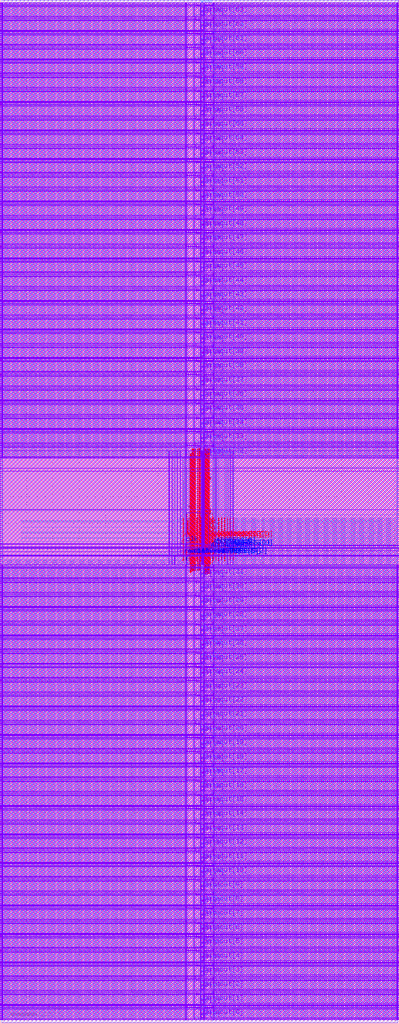
<source format=lef>
VERSION 5.8 ;
BUSBITCHARS "[]" ;
DIVIDERCHAR "/" ;

PROPERTYDEFINITIONS
  MACRO CatenaDesignType STRING ;
END PROPERTYDEFINITIONS

MACRO srambank_256x4x64_6t122
  CLASS BLOCK ;
  ORIGIN 0 0 ;
  FOREIGN srambank_256x4x64_6t122 0 0 ;
  SIZE 30.348 BY 77.76 ;
  SYMMETRY X Y ;
  SITE coreSite ;
  PIN VDD
    DIRECTION INOUT ;
    USE POWER ;
    PORT
      LAYER M4  ;
        RECT 0.1040 1.1720 30.2580 1.2200 ;
        RECT 0.1040 2.2520 30.2580 2.3000 ;
        RECT 0.1040 3.3320 30.2580 3.3800 ;
        RECT 0.1040 4.4120 30.2580 4.4600 ;
        RECT 0.1040 5.4920 30.2580 5.5400 ;
        RECT 0.1040 6.5720 30.2580 6.6200 ;
        RECT 0.1040 7.6520 30.2580 7.7000 ;
        RECT 0.1040 8.7320 30.2580 8.7800 ;
        RECT 0.1040 9.8120 30.2580 9.8600 ;
        RECT 0.1040 10.8920 30.2580 10.9400 ;
        RECT 0.1040 11.9720 30.2580 12.0200 ;
        RECT 0.1040 13.0520 30.2580 13.1000 ;
        RECT 0.1040 14.1320 30.2580 14.1800 ;
        RECT 0.1040 15.2120 30.2580 15.2600 ;
        RECT 0.1040 16.2920 30.2580 16.3400 ;
        RECT 0.1040 17.3720 30.2580 17.4200 ;
        RECT 0.1040 18.4520 30.2580 18.5000 ;
        RECT 0.1040 19.5320 30.2580 19.5800 ;
        RECT 0.1040 20.6120 30.2580 20.6600 ;
        RECT 0.1040 21.6920 30.2580 21.7400 ;
        RECT 0.1040 22.7720 30.2580 22.8200 ;
        RECT 0.1040 23.8520 30.2580 23.9000 ;
        RECT 0.1040 24.9320 30.2580 24.9800 ;
        RECT 0.1040 26.0120 30.2580 26.0600 ;
        RECT 0.1040 27.0920 30.2580 27.1400 ;
        RECT 0.1040 28.1720 30.2580 28.2200 ;
        RECT 0.1040 29.2520 30.2580 29.3000 ;
        RECT 0.1040 30.3320 30.2580 30.3800 ;
        RECT 0.1040 31.4120 30.2580 31.4600 ;
        RECT 0.1040 32.4920 30.2580 32.5400 ;
        RECT 0.1040 33.5720 30.2580 33.6200 ;
        RECT 0.1040 34.6520 30.2580 34.7000 ;
        RECT 0.1040 43.8590 30.2580 43.9070 ;
        RECT 0.1040 44.9390 30.2580 44.9870 ;
        RECT 0.1040 46.0190 30.2580 46.0670 ;
        RECT 0.1040 47.0990 30.2580 47.1470 ;
        RECT 0.1040 48.1790 30.2580 48.2270 ;
        RECT 0.1040 49.2590 30.2580 49.3070 ;
        RECT 0.1040 50.3390 30.2580 50.3870 ;
        RECT 0.1040 51.4190 30.2580 51.4670 ;
        RECT 0.1040 52.4990 30.2580 52.5470 ;
        RECT 0.1040 53.5790 30.2580 53.6270 ;
        RECT 0.1040 54.6590 30.2580 54.7070 ;
        RECT 0.1040 55.7390 30.2580 55.7870 ;
        RECT 0.1040 56.8190 30.2580 56.8670 ;
        RECT 0.1040 57.8990 30.2580 57.9470 ;
        RECT 0.1040 58.9790 30.2580 59.0270 ;
        RECT 0.1040 60.0590 30.2580 60.1070 ;
        RECT 0.1040 61.1390 30.2580 61.1870 ;
        RECT 0.1040 62.2190 30.2580 62.2670 ;
        RECT 0.1040 63.2990 30.2580 63.3470 ;
        RECT 0.1040 64.3790 30.2580 64.4270 ;
        RECT 0.1040 65.4590 30.2580 65.5070 ;
        RECT 0.1040 66.5390 30.2580 66.5870 ;
        RECT 0.1040 67.6190 30.2580 67.6670 ;
        RECT 0.1040 68.6990 30.2580 68.7470 ;
        RECT 0.1040 69.7790 30.2580 69.8270 ;
        RECT 0.1040 70.8590 30.2580 70.9070 ;
        RECT 0.1040 71.9390 30.2580 71.9870 ;
        RECT 0.1040 73.0190 30.2580 73.0670 ;
        RECT 0.1040 74.0990 30.2580 74.1470 ;
        RECT 0.1040 75.1790 30.2580 75.2270 ;
        RECT 0.1040 76.2590 30.2580 76.3070 ;
        RECT 0.1040 77.3390 30.2580 77.3870 ;
      LAYER M3  ;
        RECT 30.2180 0.2165 30.2360 1.3765 ;
        RECT 16.1960 0.2170 16.2140 1.3760 ;
        RECT 14.7920 0.2530 14.8820 1.3685 ;
        RECT 14.1440 0.2170 14.1620 1.3760 ;
        RECT 0.1220 0.2165 0.1400 1.3765 ;
        RECT 30.2180 1.2965 30.2360 2.4565 ;
        RECT 16.1960 1.2970 16.2140 2.4560 ;
        RECT 14.7920 1.3330 14.8820 2.4485 ;
        RECT 14.1440 1.2970 14.1620 2.4560 ;
        RECT 0.1220 1.2965 0.1400 2.4565 ;
        RECT 30.2180 2.3765 30.2360 3.5365 ;
        RECT 16.1960 2.3770 16.2140 3.5360 ;
        RECT 14.7920 2.4130 14.8820 3.5285 ;
        RECT 14.1440 2.3770 14.1620 3.5360 ;
        RECT 0.1220 2.3765 0.1400 3.5365 ;
        RECT 30.2180 3.4565 30.2360 4.6165 ;
        RECT 16.1960 3.4570 16.2140 4.6160 ;
        RECT 14.7920 3.4930 14.8820 4.6085 ;
        RECT 14.1440 3.4570 14.1620 4.6160 ;
        RECT 0.1220 3.4565 0.1400 4.6165 ;
        RECT 30.2180 4.5365 30.2360 5.6965 ;
        RECT 16.1960 4.5370 16.2140 5.6960 ;
        RECT 14.7920 4.5730 14.8820 5.6885 ;
        RECT 14.1440 4.5370 14.1620 5.6960 ;
        RECT 0.1220 4.5365 0.1400 5.6965 ;
        RECT 30.2180 5.6165 30.2360 6.7765 ;
        RECT 16.1960 5.6170 16.2140 6.7760 ;
        RECT 14.7920 5.6530 14.8820 6.7685 ;
        RECT 14.1440 5.6170 14.1620 6.7760 ;
        RECT 0.1220 5.6165 0.1400 6.7765 ;
        RECT 30.2180 6.6965 30.2360 7.8565 ;
        RECT 16.1960 6.6970 16.2140 7.8560 ;
        RECT 14.7920 6.7330 14.8820 7.8485 ;
        RECT 14.1440 6.6970 14.1620 7.8560 ;
        RECT 0.1220 6.6965 0.1400 7.8565 ;
        RECT 30.2180 7.7765 30.2360 8.9365 ;
        RECT 16.1960 7.7770 16.2140 8.9360 ;
        RECT 14.7920 7.8130 14.8820 8.9285 ;
        RECT 14.1440 7.7770 14.1620 8.9360 ;
        RECT 0.1220 7.7765 0.1400 8.9365 ;
        RECT 30.2180 8.8565 30.2360 10.0165 ;
        RECT 16.1960 8.8570 16.2140 10.0160 ;
        RECT 14.7920 8.8930 14.8820 10.0085 ;
        RECT 14.1440 8.8570 14.1620 10.0160 ;
        RECT 0.1220 8.8565 0.1400 10.0165 ;
        RECT 30.2180 9.9365 30.2360 11.0965 ;
        RECT 16.1960 9.9370 16.2140 11.0960 ;
        RECT 14.7920 9.9730 14.8820 11.0885 ;
        RECT 14.1440 9.9370 14.1620 11.0960 ;
        RECT 0.1220 9.9365 0.1400 11.0965 ;
        RECT 30.2180 11.0165 30.2360 12.1765 ;
        RECT 16.1960 11.0170 16.2140 12.1760 ;
        RECT 14.7920 11.0530 14.8820 12.1685 ;
        RECT 14.1440 11.0170 14.1620 12.1760 ;
        RECT 0.1220 11.0165 0.1400 12.1765 ;
        RECT 30.2180 12.0965 30.2360 13.2565 ;
        RECT 16.1960 12.0970 16.2140 13.2560 ;
        RECT 14.7920 12.1330 14.8820 13.2485 ;
        RECT 14.1440 12.0970 14.1620 13.2560 ;
        RECT 0.1220 12.0965 0.1400 13.2565 ;
        RECT 30.2180 13.1765 30.2360 14.3365 ;
        RECT 16.1960 13.1770 16.2140 14.3360 ;
        RECT 14.7920 13.2130 14.8820 14.3285 ;
        RECT 14.1440 13.1770 14.1620 14.3360 ;
        RECT 0.1220 13.1765 0.1400 14.3365 ;
        RECT 30.2180 14.2565 30.2360 15.4165 ;
        RECT 16.1960 14.2570 16.2140 15.4160 ;
        RECT 14.7920 14.2930 14.8820 15.4085 ;
        RECT 14.1440 14.2570 14.1620 15.4160 ;
        RECT 0.1220 14.2565 0.1400 15.4165 ;
        RECT 30.2180 15.3365 30.2360 16.4965 ;
        RECT 16.1960 15.3370 16.2140 16.4960 ;
        RECT 14.7920 15.3730 14.8820 16.4885 ;
        RECT 14.1440 15.3370 14.1620 16.4960 ;
        RECT 0.1220 15.3365 0.1400 16.4965 ;
        RECT 30.2180 16.4165 30.2360 17.5765 ;
        RECT 16.1960 16.4170 16.2140 17.5760 ;
        RECT 14.7920 16.4530 14.8820 17.5685 ;
        RECT 14.1440 16.4170 14.1620 17.5760 ;
        RECT 0.1220 16.4165 0.1400 17.5765 ;
        RECT 30.2180 17.4965 30.2360 18.6565 ;
        RECT 16.1960 17.4970 16.2140 18.6560 ;
        RECT 14.7920 17.5330 14.8820 18.6485 ;
        RECT 14.1440 17.4970 14.1620 18.6560 ;
        RECT 0.1220 17.4965 0.1400 18.6565 ;
        RECT 30.2180 18.5765 30.2360 19.7365 ;
        RECT 16.1960 18.5770 16.2140 19.7360 ;
        RECT 14.7920 18.6130 14.8820 19.7285 ;
        RECT 14.1440 18.5770 14.1620 19.7360 ;
        RECT 0.1220 18.5765 0.1400 19.7365 ;
        RECT 30.2180 19.6565 30.2360 20.8165 ;
        RECT 16.1960 19.6570 16.2140 20.8160 ;
        RECT 14.7920 19.6930 14.8820 20.8085 ;
        RECT 14.1440 19.6570 14.1620 20.8160 ;
        RECT 0.1220 19.6565 0.1400 20.8165 ;
        RECT 30.2180 20.7365 30.2360 21.8965 ;
        RECT 16.1960 20.7370 16.2140 21.8960 ;
        RECT 14.7920 20.7730 14.8820 21.8885 ;
        RECT 14.1440 20.7370 14.1620 21.8960 ;
        RECT 0.1220 20.7365 0.1400 21.8965 ;
        RECT 30.2180 21.8165 30.2360 22.9765 ;
        RECT 16.1960 21.8170 16.2140 22.9760 ;
        RECT 14.7920 21.8530 14.8820 22.9685 ;
        RECT 14.1440 21.8170 14.1620 22.9760 ;
        RECT 0.1220 21.8165 0.1400 22.9765 ;
        RECT 30.2180 22.8965 30.2360 24.0565 ;
        RECT 16.1960 22.8970 16.2140 24.0560 ;
        RECT 14.7920 22.9330 14.8820 24.0485 ;
        RECT 14.1440 22.8970 14.1620 24.0560 ;
        RECT 0.1220 22.8965 0.1400 24.0565 ;
        RECT 30.2180 23.9765 30.2360 25.1365 ;
        RECT 16.1960 23.9770 16.2140 25.1360 ;
        RECT 14.7920 24.0130 14.8820 25.1285 ;
        RECT 14.1440 23.9770 14.1620 25.1360 ;
        RECT 0.1220 23.9765 0.1400 25.1365 ;
        RECT 30.2180 25.0565 30.2360 26.2165 ;
        RECT 16.1960 25.0570 16.2140 26.2160 ;
        RECT 14.7920 25.0930 14.8820 26.2085 ;
        RECT 14.1440 25.0570 14.1620 26.2160 ;
        RECT 0.1220 25.0565 0.1400 26.2165 ;
        RECT 30.2180 26.1365 30.2360 27.2965 ;
        RECT 16.1960 26.1370 16.2140 27.2960 ;
        RECT 14.7920 26.1730 14.8820 27.2885 ;
        RECT 14.1440 26.1370 14.1620 27.2960 ;
        RECT 0.1220 26.1365 0.1400 27.2965 ;
        RECT 30.2180 27.2165 30.2360 28.3765 ;
        RECT 16.1960 27.2170 16.2140 28.3760 ;
        RECT 14.7920 27.2530 14.8820 28.3685 ;
        RECT 14.1440 27.2170 14.1620 28.3760 ;
        RECT 0.1220 27.2165 0.1400 28.3765 ;
        RECT 30.2180 28.2965 30.2360 29.4565 ;
        RECT 16.1960 28.2970 16.2140 29.4560 ;
        RECT 14.7920 28.3330 14.8820 29.4485 ;
        RECT 14.1440 28.2970 14.1620 29.4560 ;
        RECT 0.1220 28.2965 0.1400 29.4565 ;
        RECT 30.2180 29.3765 30.2360 30.5365 ;
        RECT 16.1960 29.3770 16.2140 30.5360 ;
        RECT 14.7920 29.4130 14.8820 30.5285 ;
        RECT 14.1440 29.3770 14.1620 30.5360 ;
        RECT 0.1220 29.3765 0.1400 30.5365 ;
        RECT 30.2180 30.4565 30.2360 31.6165 ;
        RECT 16.1960 30.4570 16.2140 31.6160 ;
        RECT 14.7920 30.4930 14.8820 31.6085 ;
        RECT 14.1440 30.4570 14.1620 31.6160 ;
        RECT 0.1220 30.4565 0.1400 31.6165 ;
        RECT 30.2180 31.5365 30.2360 32.6965 ;
        RECT 16.1960 31.5370 16.2140 32.6960 ;
        RECT 14.7920 31.5730 14.8820 32.6885 ;
        RECT 14.1440 31.5370 14.1620 32.6960 ;
        RECT 0.1220 31.5365 0.1400 32.6965 ;
        RECT 30.2180 32.6165 30.2360 33.7765 ;
        RECT 16.1960 32.6170 16.2140 33.7760 ;
        RECT 14.7920 32.6530 14.8820 33.7685 ;
        RECT 14.1440 32.6170 14.1620 33.7760 ;
        RECT 0.1220 32.6165 0.1400 33.7765 ;
        RECT 30.2180 33.6965 30.2360 34.8565 ;
        RECT 16.1960 33.6970 16.2140 34.8560 ;
        RECT 14.7920 33.7330 14.8820 34.8485 ;
        RECT 14.1440 33.6970 14.1620 34.8560 ;
        RECT 0.1220 33.6965 0.1400 34.8565 ;
        RECT 14.0490 38.6450 14.0670 44.7085 ;
        RECT 30.2180 42.9035 30.2360 44.0635 ;
        RECT 16.1960 42.9040 16.2140 44.0630 ;
        RECT 14.7920 42.9400 14.8820 44.0555 ;
        RECT 14.1440 42.9040 14.1620 44.0630 ;
        RECT 0.1220 42.9035 0.1400 44.0635 ;
        RECT 30.2180 43.9835 30.2360 45.1435 ;
        RECT 16.1960 43.9840 16.2140 45.1430 ;
        RECT 14.7920 44.0200 14.8820 45.1355 ;
        RECT 14.1440 43.9840 14.1620 45.1430 ;
        RECT 0.1220 43.9835 0.1400 45.1435 ;
        RECT 30.2180 45.0635 30.2360 46.2235 ;
        RECT 16.1960 45.0640 16.2140 46.2230 ;
        RECT 14.7920 45.1000 14.8820 46.2155 ;
        RECT 14.1440 45.0640 14.1620 46.2230 ;
        RECT 0.1220 45.0635 0.1400 46.2235 ;
        RECT 30.2180 46.1435 30.2360 47.3035 ;
        RECT 16.1960 46.1440 16.2140 47.3030 ;
        RECT 14.7920 46.1800 14.8820 47.2955 ;
        RECT 14.1440 46.1440 14.1620 47.3030 ;
        RECT 0.1220 46.1435 0.1400 47.3035 ;
        RECT 30.2180 47.2235 30.2360 48.3835 ;
        RECT 16.1960 47.2240 16.2140 48.3830 ;
        RECT 14.7920 47.2600 14.8820 48.3755 ;
        RECT 14.1440 47.2240 14.1620 48.3830 ;
        RECT 0.1220 47.2235 0.1400 48.3835 ;
        RECT 30.2180 48.3035 30.2360 49.4635 ;
        RECT 16.1960 48.3040 16.2140 49.4630 ;
        RECT 14.7920 48.3400 14.8820 49.4555 ;
        RECT 14.1440 48.3040 14.1620 49.4630 ;
        RECT 0.1220 48.3035 0.1400 49.4635 ;
        RECT 30.2180 49.3835 30.2360 50.5435 ;
        RECT 16.1960 49.3840 16.2140 50.5430 ;
        RECT 14.7920 49.4200 14.8820 50.5355 ;
        RECT 14.1440 49.3840 14.1620 50.5430 ;
        RECT 0.1220 49.3835 0.1400 50.5435 ;
        RECT 30.2180 50.4635 30.2360 51.6235 ;
        RECT 16.1960 50.4640 16.2140 51.6230 ;
        RECT 14.7920 50.5000 14.8820 51.6155 ;
        RECT 14.1440 50.4640 14.1620 51.6230 ;
        RECT 0.1220 50.4635 0.1400 51.6235 ;
        RECT 30.2180 51.5435 30.2360 52.7035 ;
        RECT 16.1960 51.5440 16.2140 52.7030 ;
        RECT 14.7920 51.5800 14.8820 52.6955 ;
        RECT 14.1440 51.5440 14.1620 52.7030 ;
        RECT 0.1220 51.5435 0.1400 52.7035 ;
        RECT 30.2180 52.6235 30.2360 53.7835 ;
        RECT 16.1960 52.6240 16.2140 53.7830 ;
        RECT 14.7920 52.6600 14.8820 53.7755 ;
        RECT 14.1440 52.6240 14.1620 53.7830 ;
        RECT 0.1220 52.6235 0.1400 53.7835 ;
        RECT 30.2180 53.7035 30.2360 54.8635 ;
        RECT 16.1960 53.7040 16.2140 54.8630 ;
        RECT 14.7920 53.7400 14.8820 54.8555 ;
        RECT 14.1440 53.7040 14.1620 54.8630 ;
        RECT 0.1220 53.7035 0.1400 54.8635 ;
        RECT 30.2180 54.7835 30.2360 55.9435 ;
        RECT 16.1960 54.7840 16.2140 55.9430 ;
        RECT 14.7920 54.8200 14.8820 55.9355 ;
        RECT 14.1440 54.7840 14.1620 55.9430 ;
        RECT 0.1220 54.7835 0.1400 55.9435 ;
        RECT 30.2180 55.8635 30.2360 57.0235 ;
        RECT 16.1960 55.8640 16.2140 57.0230 ;
        RECT 14.7920 55.9000 14.8820 57.0155 ;
        RECT 14.1440 55.8640 14.1620 57.0230 ;
        RECT 0.1220 55.8635 0.1400 57.0235 ;
        RECT 30.2180 56.9435 30.2360 58.1035 ;
        RECT 16.1960 56.9440 16.2140 58.1030 ;
        RECT 14.7920 56.9800 14.8820 58.0955 ;
        RECT 14.1440 56.9440 14.1620 58.1030 ;
        RECT 0.1220 56.9435 0.1400 58.1035 ;
        RECT 30.2180 58.0235 30.2360 59.1835 ;
        RECT 16.1960 58.0240 16.2140 59.1830 ;
        RECT 14.7920 58.0600 14.8820 59.1755 ;
        RECT 14.1440 58.0240 14.1620 59.1830 ;
        RECT 0.1220 58.0235 0.1400 59.1835 ;
        RECT 30.2180 59.1035 30.2360 60.2635 ;
        RECT 16.1960 59.1040 16.2140 60.2630 ;
        RECT 14.7920 59.1400 14.8820 60.2555 ;
        RECT 14.1440 59.1040 14.1620 60.2630 ;
        RECT 0.1220 59.1035 0.1400 60.2635 ;
        RECT 30.2180 60.1835 30.2360 61.3435 ;
        RECT 16.1960 60.1840 16.2140 61.3430 ;
        RECT 14.7920 60.2200 14.8820 61.3355 ;
        RECT 14.1440 60.1840 14.1620 61.3430 ;
        RECT 0.1220 60.1835 0.1400 61.3435 ;
        RECT 30.2180 61.2635 30.2360 62.4235 ;
        RECT 16.1960 61.2640 16.2140 62.4230 ;
        RECT 14.7920 61.3000 14.8820 62.4155 ;
        RECT 14.1440 61.2640 14.1620 62.4230 ;
        RECT 0.1220 61.2635 0.1400 62.4235 ;
        RECT 30.2180 62.3435 30.2360 63.5035 ;
        RECT 16.1960 62.3440 16.2140 63.5030 ;
        RECT 14.7920 62.3800 14.8820 63.4955 ;
        RECT 14.1440 62.3440 14.1620 63.5030 ;
        RECT 0.1220 62.3435 0.1400 63.5035 ;
        RECT 30.2180 63.4235 30.2360 64.5835 ;
        RECT 16.1960 63.4240 16.2140 64.5830 ;
        RECT 14.7920 63.4600 14.8820 64.5755 ;
        RECT 14.1440 63.4240 14.1620 64.5830 ;
        RECT 0.1220 63.4235 0.1400 64.5835 ;
        RECT 30.2180 64.5035 30.2360 65.6635 ;
        RECT 16.1960 64.5040 16.2140 65.6630 ;
        RECT 14.7920 64.5400 14.8820 65.6555 ;
        RECT 14.1440 64.5040 14.1620 65.6630 ;
        RECT 0.1220 64.5035 0.1400 65.6635 ;
        RECT 30.2180 65.5835 30.2360 66.7435 ;
        RECT 16.1960 65.5840 16.2140 66.7430 ;
        RECT 14.7920 65.6200 14.8820 66.7355 ;
        RECT 14.1440 65.5840 14.1620 66.7430 ;
        RECT 0.1220 65.5835 0.1400 66.7435 ;
        RECT 30.2180 66.6635 30.2360 67.8235 ;
        RECT 16.1960 66.6640 16.2140 67.8230 ;
        RECT 14.7920 66.7000 14.8820 67.8155 ;
        RECT 14.1440 66.6640 14.1620 67.8230 ;
        RECT 0.1220 66.6635 0.1400 67.8235 ;
        RECT 30.2180 67.7435 30.2360 68.9035 ;
        RECT 16.1960 67.7440 16.2140 68.9030 ;
        RECT 14.7920 67.7800 14.8820 68.8955 ;
        RECT 14.1440 67.7440 14.1620 68.9030 ;
        RECT 0.1220 67.7435 0.1400 68.9035 ;
        RECT 30.2180 68.8235 30.2360 69.9835 ;
        RECT 16.1960 68.8240 16.2140 69.9830 ;
        RECT 14.7920 68.8600 14.8820 69.9755 ;
        RECT 14.1440 68.8240 14.1620 69.9830 ;
        RECT 0.1220 68.8235 0.1400 69.9835 ;
        RECT 30.2180 69.9035 30.2360 71.0635 ;
        RECT 16.1960 69.9040 16.2140 71.0630 ;
        RECT 14.7920 69.9400 14.8820 71.0555 ;
        RECT 14.1440 69.9040 14.1620 71.0630 ;
        RECT 0.1220 69.9035 0.1400 71.0635 ;
        RECT 30.2180 70.9835 30.2360 72.1435 ;
        RECT 16.1960 70.9840 16.2140 72.1430 ;
        RECT 14.7920 71.0200 14.8820 72.1355 ;
        RECT 14.1440 70.9840 14.1620 72.1430 ;
        RECT 0.1220 70.9835 0.1400 72.1435 ;
        RECT 30.2180 72.0635 30.2360 73.2235 ;
        RECT 16.1960 72.0640 16.2140 73.2230 ;
        RECT 14.7920 72.1000 14.8820 73.2155 ;
        RECT 14.1440 72.0640 14.1620 73.2230 ;
        RECT 0.1220 72.0635 0.1400 73.2235 ;
        RECT 30.2180 73.1435 30.2360 74.3035 ;
        RECT 16.1960 73.1440 16.2140 74.3030 ;
        RECT 14.7920 73.1800 14.8820 74.2955 ;
        RECT 14.1440 73.1440 14.1620 74.3030 ;
        RECT 0.1220 73.1435 0.1400 74.3035 ;
        RECT 30.2180 74.2235 30.2360 75.3835 ;
        RECT 16.1960 74.2240 16.2140 75.3830 ;
        RECT 14.7920 74.2600 14.8820 75.3755 ;
        RECT 14.1440 74.2240 14.1620 75.3830 ;
        RECT 0.1220 74.2235 0.1400 75.3835 ;
        RECT 30.2180 75.3035 30.2360 76.4635 ;
        RECT 16.1960 75.3040 16.2140 76.4630 ;
        RECT 14.7920 75.3400 14.8820 76.4555 ;
        RECT 14.1440 75.3040 14.1620 76.4630 ;
        RECT 0.1220 75.3035 0.1400 76.4635 ;
        RECT 30.2180 76.3835 30.2360 77.5435 ;
        RECT 16.1960 76.3840 16.2140 77.5430 ;
        RECT 14.7920 76.4200 14.8820 77.5355 ;
        RECT 14.1440 76.3840 14.1620 77.5430 ;
        RECT 0.1220 76.3835 0.1400 77.5435 ;
      LAYER V3  ;
        RECT 0.1220 1.1720 0.1400 1.2200 ;
        RECT 14.1440 1.1720 14.1620 1.2200 ;
        RECT 14.7920 1.1720 14.8820 1.2200 ;
        RECT 16.1960 1.1720 16.2140 1.2200 ;
        RECT 30.2180 1.1720 30.2360 1.2200 ;
        RECT 0.1220 2.2520 0.1400 2.3000 ;
        RECT 14.1440 2.2520 14.1620 2.3000 ;
        RECT 14.7920 2.2520 14.8820 2.3000 ;
        RECT 16.1960 2.2520 16.2140 2.3000 ;
        RECT 30.2180 2.2520 30.2360 2.3000 ;
        RECT 0.1220 3.3320 0.1400 3.3800 ;
        RECT 14.1440 3.3320 14.1620 3.3800 ;
        RECT 14.7920 3.3320 14.8820 3.3800 ;
        RECT 16.1960 3.3320 16.2140 3.3800 ;
        RECT 30.2180 3.3320 30.2360 3.3800 ;
        RECT 0.1220 4.4120 0.1400 4.4600 ;
        RECT 14.1440 4.4120 14.1620 4.4600 ;
        RECT 14.7920 4.4120 14.8820 4.4600 ;
        RECT 16.1960 4.4120 16.2140 4.4600 ;
        RECT 30.2180 4.4120 30.2360 4.4600 ;
        RECT 0.1220 5.4920 0.1400 5.5400 ;
        RECT 14.1440 5.4920 14.1620 5.5400 ;
        RECT 14.7920 5.4920 14.8820 5.5400 ;
        RECT 16.1960 5.4920 16.2140 5.5400 ;
        RECT 30.2180 5.4920 30.2360 5.5400 ;
        RECT 0.1220 6.5720 0.1400 6.6200 ;
        RECT 14.1440 6.5720 14.1620 6.6200 ;
        RECT 14.7920 6.5720 14.8820 6.6200 ;
        RECT 16.1960 6.5720 16.2140 6.6200 ;
        RECT 30.2180 6.5720 30.2360 6.6200 ;
        RECT 0.1220 7.6520 0.1400 7.7000 ;
        RECT 14.1440 7.6520 14.1620 7.7000 ;
        RECT 14.7920 7.6520 14.8820 7.7000 ;
        RECT 16.1960 7.6520 16.2140 7.7000 ;
        RECT 30.2180 7.6520 30.2360 7.7000 ;
        RECT 0.1220 8.7320 0.1400 8.7800 ;
        RECT 14.1440 8.7320 14.1620 8.7800 ;
        RECT 14.7920 8.7320 14.8820 8.7800 ;
        RECT 16.1960 8.7320 16.2140 8.7800 ;
        RECT 30.2180 8.7320 30.2360 8.7800 ;
        RECT 0.1220 9.8120 0.1400 9.8600 ;
        RECT 14.1440 9.8120 14.1620 9.8600 ;
        RECT 14.7920 9.8120 14.8820 9.8600 ;
        RECT 16.1960 9.8120 16.2140 9.8600 ;
        RECT 30.2180 9.8120 30.2360 9.8600 ;
        RECT 0.1220 10.8920 0.1400 10.9400 ;
        RECT 14.1440 10.8920 14.1620 10.9400 ;
        RECT 14.7920 10.8920 14.8820 10.9400 ;
        RECT 16.1960 10.8920 16.2140 10.9400 ;
        RECT 30.2180 10.8920 30.2360 10.9400 ;
        RECT 0.1220 11.9720 0.1400 12.0200 ;
        RECT 14.1440 11.9720 14.1620 12.0200 ;
        RECT 14.7920 11.9720 14.8820 12.0200 ;
        RECT 16.1960 11.9720 16.2140 12.0200 ;
        RECT 30.2180 11.9720 30.2360 12.0200 ;
        RECT 0.1220 13.0520 0.1400 13.1000 ;
        RECT 14.1440 13.0520 14.1620 13.1000 ;
        RECT 14.7920 13.0520 14.8820 13.1000 ;
        RECT 16.1960 13.0520 16.2140 13.1000 ;
        RECT 30.2180 13.0520 30.2360 13.1000 ;
        RECT 0.1220 14.1320 0.1400 14.1800 ;
        RECT 14.1440 14.1320 14.1620 14.1800 ;
        RECT 14.7920 14.1320 14.8820 14.1800 ;
        RECT 16.1960 14.1320 16.2140 14.1800 ;
        RECT 30.2180 14.1320 30.2360 14.1800 ;
        RECT 0.1220 15.2120 0.1400 15.2600 ;
        RECT 14.1440 15.2120 14.1620 15.2600 ;
        RECT 14.7920 15.2120 14.8820 15.2600 ;
        RECT 16.1960 15.2120 16.2140 15.2600 ;
        RECT 30.2180 15.2120 30.2360 15.2600 ;
        RECT 0.1220 16.2920 0.1400 16.3400 ;
        RECT 14.1440 16.2920 14.1620 16.3400 ;
        RECT 14.7920 16.2920 14.8820 16.3400 ;
        RECT 16.1960 16.2920 16.2140 16.3400 ;
        RECT 30.2180 16.2920 30.2360 16.3400 ;
        RECT 0.1220 17.3720 0.1400 17.4200 ;
        RECT 14.1440 17.3720 14.1620 17.4200 ;
        RECT 14.7920 17.3720 14.8820 17.4200 ;
        RECT 16.1960 17.3720 16.2140 17.4200 ;
        RECT 30.2180 17.3720 30.2360 17.4200 ;
        RECT 0.1220 18.4520 0.1400 18.5000 ;
        RECT 14.1440 18.4520 14.1620 18.5000 ;
        RECT 14.7920 18.4520 14.8820 18.5000 ;
        RECT 16.1960 18.4520 16.2140 18.5000 ;
        RECT 30.2180 18.4520 30.2360 18.5000 ;
        RECT 0.1220 19.5320 0.1400 19.5800 ;
        RECT 14.1440 19.5320 14.1620 19.5800 ;
        RECT 14.7920 19.5320 14.8820 19.5800 ;
        RECT 16.1960 19.5320 16.2140 19.5800 ;
        RECT 30.2180 19.5320 30.2360 19.5800 ;
        RECT 0.1220 20.6120 0.1400 20.6600 ;
        RECT 14.1440 20.6120 14.1620 20.6600 ;
        RECT 14.7920 20.6120 14.8820 20.6600 ;
        RECT 16.1960 20.6120 16.2140 20.6600 ;
        RECT 30.2180 20.6120 30.2360 20.6600 ;
        RECT 0.1220 21.6920 0.1400 21.7400 ;
        RECT 14.1440 21.6920 14.1620 21.7400 ;
        RECT 14.7920 21.6920 14.8820 21.7400 ;
        RECT 16.1960 21.6920 16.2140 21.7400 ;
        RECT 30.2180 21.6920 30.2360 21.7400 ;
        RECT 0.1220 22.7720 0.1400 22.8200 ;
        RECT 14.1440 22.7720 14.1620 22.8200 ;
        RECT 14.7920 22.7720 14.8820 22.8200 ;
        RECT 16.1960 22.7720 16.2140 22.8200 ;
        RECT 30.2180 22.7720 30.2360 22.8200 ;
        RECT 0.1220 23.8520 0.1400 23.9000 ;
        RECT 14.1440 23.8520 14.1620 23.9000 ;
        RECT 14.7920 23.8520 14.8820 23.9000 ;
        RECT 16.1960 23.8520 16.2140 23.9000 ;
        RECT 30.2180 23.8520 30.2360 23.9000 ;
        RECT 0.1220 24.9320 0.1400 24.9800 ;
        RECT 14.1440 24.9320 14.1620 24.9800 ;
        RECT 14.7920 24.9320 14.8820 24.9800 ;
        RECT 16.1960 24.9320 16.2140 24.9800 ;
        RECT 30.2180 24.9320 30.2360 24.9800 ;
        RECT 0.1220 26.0120 0.1400 26.0600 ;
        RECT 14.1440 26.0120 14.1620 26.0600 ;
        RECT 14.7920 26.0120 14.8820 26.0600 ;
        RECT 16.1960 26.0120 16.2140 26.0600 ;
        RECT 30.2180 26.0120 30.2360 26.0600 ;
        RECT 0.1220 27.0920 0.1400 27.1400 ;
        RECT 14.1440 27.0920 14.1620 27.1400 ;
        RECT 14.7920 27.0920 14.8820 27.1400 ;
        RECT 16.1960 27.0920 16.2140 27.1400 ;
        RECT 30.2180 27.0920 30.2360 27.1400 ;
        RECT 0.1220 28.1720 0.1400 28.2200 ;
        RECT 14.1440 28.1720 14.1620 28.2200 ;
        RECT 14.7920 28.1720 14.8820 28.2200 ;
        RECT 16.1960 28.1720 16.2140 28.2200 ;
        RECT 30.2180 28.1720 30.2360 28.2200 ;
        RECT 0.1220 29.2520 0.1400 29.3000 ;
        RECT 14.1440 29.2520 14.1620 29.3000 ;
        RECT 14.7920 29.2520 14.8820 29.3000 ;
        RECT 16.1960 29.2520 16.2140 29.3000 ;
        RECT 30.2180 29.2520 30.2360 29.3000 ;
        RECT 0.1220 30.3320 0.1400 30.3800 ;
        RECT 14.1440 30.3320 14.1620 30.3800 ;
        RECT 14.7920 30.3320 14.8820 30.3800 ;
        RECT 16.1960 30.3320 16.2140 30.3800 ;
        RECT 30.2180 30.3320 30.2360 30.3800 ;
        RECT 0.1220 31.4120 0.1400 31.4600 ;
        RECT 14.1440 31.4120 14.1620 31.4600 ;
        RECT 14.7920 31.4120 14.8820 31.4600 ;
        RECT 16.1960 31.4120 16.2140 31.4600 ;
        RECT 30.2180 31.4120 30.2360 31.4600 ;
        RECT 0.1220 32.4920 0.1400 32.5400 ;
        RECT 14.1440 32.4920 14.1620 32.5400 ;
        RECT 14.7920 32.4920 14.8820 32.5400 ;
        RECT 16.1960 32.4920 16.2140 32.5400 ;
        RECT 30.2180 32.4920 30.2360 32.5400 ;
        RECT 0.1220 33.5720 0.1400 33.6200 ;
        RECT 14.1440 33.5720 14.1620 33.6200 ;
        RECT 14.7920 33.5720 14.8820 33.6200 ;
        RECT 16.1960 33.5720 16.2140 33.6200 ;
        RECT 30.2180 33.5720 30.2360 33.6200 ;
        RECT 0.1220 34.6520 0.1400 34.7000 ;
        RECT 14.1440 34.6520 14.1620 34.7000 ;
        RECT 14.7920 34.6520 14.8820 34.7000 ;
        RECT 16.1960 34.6520 16.2140 34.7000 ;
        RECT 30.2180 34.6520 30.2360 34.7000 ;
        RECT 0.1220 43.8590 0.1400 43.9070 ;
        RECT 14.1440 43.8590 14.1620 43.9070 ;
        RECT 14.7920 43.8590 14.8820 43.9070 ;
        RECT 16.1960 43.8590 16.2140 43.9070 ;
        RECT 30.2180 43.8590 30.2360 43.9070 ;
        RECT 0.1220 44.9390 0.1400 44.9870 ;
        RECT 14.1440 44.9390 14.1620 44.9870 ;
        RECT 14.7920 44.9390 14.8820 44.9870 ;
        RECT 16.1960 44.9390 16.2140 44.9870 ;
        RECT 30.2180 44.9390 30.2360 44.9870 ;
        RECT 0.1220 46.0190 0.1400 46.0670 ;
        RECT 14.1440 46.0190 14.1620 46.0670 ;
        RECT 14.7920 46.0190 14.8820 46.0670 ;
        RECT 16.1960 46.0190 16.2140 46.0670 ;
        RECT 30.2180 46.0190 30.2360 46.0670 ;
        RECT 0.1220 47.0990 0.1400 47.1470 ;
        RECT 14.1440 47.0990 14.1620 47.1470 ;
        RECT 14.7920 47.0990 14.8820 47.1470 ;
        RECT 16.1960 47.0990 16.2140 47.1470 ;
        RECT 30.2180 47.0990 30.2360 47.1470 ;
        RECT 0.1220 48.1790 0.1400 48.2270 ;
        RECT 14.1440 48.1790 14.1620 48.2270 ;
        RECT 14.7920 48.1790 14.8820 48.2270 ;
        RECT 16.1960 48.1790 16.2140 48.2270 ;
        RECT 30.2180 48.1790 30.2360 48.2270 ;
        RECT 0.1220 49.2590 0.1400 49.3070 ;
        RECT 14.1440 49.2590 14.1620 49.3070 ;
        RECT 14.7920 49.2590 14.8820 49.3070 ;
        RECT 16.1960 49.2590 16.2140 49.3070 ;
        RECT 30.2180 49.2590 30.2360 49.3070 ;
        RECT 0.1220 50.3390 0.1400 50.3870 ;
        RECT 14.1440 50.3390 14.1620 50.3870 ;
        RECT 14.7920 50.3390 14.8820 50.3870 ;
        RECT 16.1960 50.3390 16.2140 50.3870 ;
        RECT 30.2180 50.3390 30.2360 50.3870 ;
        RECT 0.1220 51.4190 0.1400 51.4670 ;
        RECT 14.1440 51.4190 14.1620 51.4670 ;
        RECT 14.7920 51.4190 14.8820 51.4670 ;
        RECT 16.1960 51.4190 16.2140 51.4670 ;
        RECT 30.2180 51.4190 30.2360 51.4670 ;
        RECT 0.1220 52.4990 0.1400 52.5470 ;
        RECT 14.1440 52.4990 14.1620 52.5470 ;
        RECT 14.7920 52.4990 14.8820 52.5470 ;
        RECT 16.1960 52.4990 16.2140 52.5470 ;
        RECT 30.2180 52.4990 30.2360 52.5470 ;
        RECT 0.1220 53.5790 0.1400 53.6270 ;
        RECT 14.1440 53.5790 14.1620 53.6270 ;
        RECT 14.7920 53.5790 14.8820 53.6270 ;
        RECT 16.1960 53.5790 16.2140 53.6270 ;
        RECT 30.2180 53.5790 30.2360 53.6270 ;
        RECT 0.1220 54.6590 0.1400 54.7070 ;
        RECT 14.1440 54.6590 14.1620 54.7070 ;
        RECT 14.7920 54.6590 14.8820 54.7070 ;
        RECT 16.1960 54.6590 16.2140 54.7070 ;
        RECT 30.2180 54.6590 30.2360 54.7070 ;
        RECT 0.1220 55.7390 0.1400 55.7870 ;
        RECT 14.1440 55.7390 14.1620 55.7870 ;
        RECT 14.7920 55.7390 14.8820 55.7870 ;
        RECT 16.1960 55.7390 16.2140 55.7870 ;
        RECT 30.2180 55.7390 30.2360 55.7870 ;
        RECT 0.1220 56.8190 0.1400 56.8670 ;
        RECT 14.1440 56.8190 14.1620 56.8670 ;
        RECT 14.7920 56.8190 14.8820 56.8670 ;
        RECT 16.1960 56.8190 16.2140 56.8670 ;
        RECT 30.2180 56.8190 30.2360 56.8670 ;
        RECT 0.1220 57.8990 0.1400 57.9470 ;
        RECT 14.1440 57.8990 14.1620 57.9470 ;
        RECT 14.7920 57.8990 14.8820 57.9470 ;
        RECT 16.1960 57.8990 16.2140 57.9470 ;
        RECT 30.2180 57.8990 30.2360 57.9470 ;
        RECT 0.1220 58.9790 0.1400 59.0270 ;
        RECT 14.1440 58.9790 14.1620 59.0270 ;
        RECT 14.7920 58.9790 14.8820 59.0270 ;
        RECT 16.1960 58.9790 16.2140 59.0270 ;
        RECT 30.2180 58.9790 30.2360 59.0270 ;
        RECT 0.1220 60.0590 0.1400 60.1070 ;
        RECT 14.1440 60.0590 14.1620 60.1070 ;
        RECT 14.7920 60.0590 14.8820 60.1070 ;
        RECT 16.1960 60.0590 16.2140 60.1070 ;
        RECT 30.2180 60.0590 30.2360 60.1070 ;
        RECT 0.1220 61.1390 0.1400 61.1870 ;
        RECT 14.1440 61.1390 14.1620 61.1870 ;
        RECT 14.7920 61.1390 14.8820 61.1870 ;
        RECT 16.1960 61.1390 16.2140 61.1870 ;
        RECT 30.2180 61.1390 30.2360 61.1870 ;
        RECT 0.1220 62.2190 0.1400 62.2670 ;
        RECT 14.1440 62.2190 14.1620 62.2670 ;
        RECT 14.7920 62.2190 14.8820 62.2670 ;
        RECT 16.1960 62.2190 16.2140 62.2670 ;
        RECT 30.2180 62.2190 30.2360 62.2670 ;
        RECT 0.1220 63.2990 0.1400 63.3470 ;
        RECT 14.1440 63.2990 14.1620 63.3470 ;
        RECT 14.7920 63.2990 14.8820 63.3470 ;
        RECT 16.1960 63.2990 16.2140 63.3470 ;
        RECT 30.2180 63.2990 30.2360 63.3470 ;
        RECT 0.1220 64.3790 0.1400 64.4270 ;
        RECT 14.1440 64.3790 14.1620 64.4270 ;
        RECT 14.7920 64.3790 14.8820 64.4270 ;
        RECT 16.1960 64.3790 16.2140 64.4270 ;
        RECT 30.2180 64.3790 30.2360 64.4270 ;
        RECT 0.1220 65.4590 0.1400 65.5070 ;
        RECT 14.1440 65.4590 14.1620 65.5070 ;
        RECT 14.7920 65.4590 14.8820 65.5070 ;
        RECT 16.1960 65.4590 16.2140 65.5070 ;
        RECT 30.2180 65.4590 30.2360 65.5070 ;
        RECT 0.1220 66.5390 0.1400 66.5870 ;
        RECT 14.1440 66.5390 14.1620 66.5870 ;
        RECT 14.7920 66.5390 14.8820 66.5870 ;
        RECT 16.1960 66.5390 16.2140 66.5870 ;
        RECT 30.2180 66.5390 30.2360 66.5870 ;
        RECT 0.1220 67.6190 0.1400 67.6670 ;
        RECT 14.1440 67.6190 14.1620 67.6670 ;
        RECT 14.7920 67.6190 14.8820 67.6670 ;
        RECT 16.1960 67.6190 16.2140 67.6670 ;
        RECT 30.2180 67.6190 30.2360 67.6670 ;
        RECT 0.1220 68.6990 0.1400 68.7470 ;
        RECT 14.1440 68.6990 14.1620 68.7470 ;
        RECT 14.7920 68.6990 14.8820 68.7470 ;
        RECT 16.1960 68.6990 16.2140 68.7470 ;
        RECT 30.2180 68.6990 30.2360 68.7470 ;
        RECT 0.1220 69.7790 0.1400 69.8270 ;
        RECT 14.1440 69.7790 14.1620 69.8270 ;
        RECT 14.7920 69.7790 14.8820 69.8270 ;
        RECT 16.1960 69.7790 16.2140 69.8270 ;
        RECT 30.2180 69.7790 30.2360 69.8270 ;
        RECT 0.1220 70.8590 0.1400 70.9070 ;
        RECT 14.1440 70.8590 14.1620 70.9070 ;
        RECT 14.7920 70.8590 14.8820 70.9070 ;
        RECT 16.1960 70.8590 16.2140 70.9070 ;
        RECT 30.2180 70.8590 30.2360 70.9070 ;
        RECT 0.1220 71.9390 0.1400 71.9870 ;
        RECT 14.1440 71.9390 14.1620 71.9870 ;
        RECT 14.7920 71.9390 14.8820 71.9870 ;
        RECT 16.1960 71.9390 16.2140 71.9870 ;
        RECT 30.2180 71.9390 30.2360 71.9870 ;
        RECT 0.1220 73.0190 0.1400 73.0670 ;
        RECT 14.1440 73.0190 14.1620 73.0670 ;
        RECT 14.7920 73.0190 14.8820 73.0670 ;
        RECT 16.1960 73.0190 16.2140 73.0670 ;
        RECT 30.2180 73.0190 30.2360 73.0670 ;
        RECT 0.1220 74.0990 0.1400 74.1470 ;
        RECT 14.1440 74.0990 14.1620 74.1470 ;
        RECT 14.7920 74.0990 14.8820 74.1470 ;
        RECT 16.1960 74.0990 16.2140 74.1470 ;
        RECT 30.2180 74.0990 30.2360 74.1470 ;
        RECT 0.1220 75.1790 0.1400 75.2270 ;
        RECT 14.1440 75.1790 14.1620 75.2270 ;
        RECT 14.7920 75.1790 14.8820 75.2270 ;
        RECT 16.1960 75.1790 16.2140 75.2270 ;
        RECT 30.2180 75.1790 30.2360 75.2270 ;
        RECT 0.1220 76.2590 0.1400 76.3070 ;
        RECT 14.1440 76.2590 14.1620 76.3070 ;
        RECT 14.7920 76.2590 14.8820 76.3070 ;
        RECT 16.1960 76.2590 16.2140 76.3070 ;
        RECT 30.2180 76.2590 30.2360 76.3070 ;
        RECT 0.1220 77.3390 0.1400 77.3870 ;
        RECT 14.1440 77.3390 14.1620 77.3870 ;
        RECT 14.7920 77.3390 14.8820 77.3870 ;
        RECT 16.1960 77.3390 16.2140 77.3870 ;
        RECT 30.2180 77.3390 30.2360 77.3870 ;
    END
  END VDD
  PIN VSS
    DIRECTION INOUT ;
    USE POWER ;
    PORT
      LAYER M4  ;
        RECT 0.1040 1.0760 30.2580 1.1240 ;
        RECT 0.1040 2.1560 30.2580 2.2040 ;
        RECT 0.1040 3.2360 30.2580 3.2840 ;
        RECT 0.1040 4.3160 30.2580 4.3640 ;
        RECT 0.1040 5.3960 30.2580 5.4440 ;
        RECT 0.1040 6.4760 30.2580 6.5240 ;
        RECT 0.1040 7.5560 30.2580 7.6040 ;
        RECT 0.1040 8.6360 30.2580 8.6840 ;
        RECT 0.1040 9.7160 30.2580 9.7640 ;
        RECT 0.1040 10.7960 30.2580 10.8440 ;
        RECT 0.1040 11.8760 30.2580 11.9240 ;
        RECT 0.1040 12.9560 30.2580 13.0040 ;
        RECT 0.1040 14.0360 30.2580 14.0840 ;
        RECT 0.1040 15.1160 30.2580 15.1640 ;
        RECT 0.1040 16.1960 30.2580 16.2440 ;
        RECT 0.1040 17.2760 30.2580 17.3240 ;
        RECT 0.1040 18.3560 30.2580 18.4040 ;
        RECT 0.1040 19.4360 30.2580 19.4840 ;
        RECT 0.1040 20.5160 30.2580 20.5640 ;
        RECT 0.1040 21.5960 30.2580 21.6440 ;
        RECT 0.1040 22.6760 30.2580 22.7240 ;
        RECT 0.1040 23.7560 30.2580 23.8040 ;
        RECT 0.1040 24.8360 30.2580 24.8840 ;
        RECT 0.1040 25.9160 30.2580 25.9640 ;
        RECT 0.1040 26.9960 30.2580 27.0440 ;
        RECT 0.1040 28.0760 30.2580 28.1240 ;
        RECT 0.1040 29.1560 30.2580 29.2040 ;
        RECT 0.1040 30.2360 30.2580 30.2840 ;
        RECT 0.1040 31.3160 30.2580 31.3640 ;
        RECT 0.1040 32.3960 30.2580 32.4440 ;
        RECT 0.1040 33.4760 30.2580 33.5240 ;
        RECT 0.1040 34.5560 30.2580 34.6040 ;
        RECT 10.4760 35.6215 19.8720 35.8375 ;
        RECT 14.3100 38.7895 16.0380 39.0055 ;
        RECT 14.3100 41.9575 16.0380 42.1735 ;
        RECT 0.1040 43.7630 30.2580 43.8110 ;
        RECT 0.1040 44.8430 30.2580 44.8910 ;
        RECT 0.1040 45.9230 30.2580 45.9710 ;
        RECT 0.1040 47.0030 30.2580 47.0510 ;
        RECT 0.1040 48.0830 30.2580 48.1310 ;
        RECT 0.1040 49.1630 30.2580 49.2110 ;
        RECT 0.1040 50.2430 30.2580 50.2910 ;
        RECT 0.1040 51.3230 30.2580 51.3710 ;
        RECT 0.1040 52.4030 30.2580 52.4510 ;
        RECT 0.1040 53.4830 30.2580 53.5310 ;
        RECT 0.1040 54.5630 30.2580 54.6110 ;
        RECT 0.1040 55.6430 30.2580 55.6910 ;
        RECT 0.1040 56.7230 30.2580 56.7710 ;
        RECT 0.1040 57.8030 30.2580 57.8510 ;
        RECT 0.1040 58.8830 30.2580 58.9310 ;
        RECT 0.1040 59.9630 30.2580 60.0110 ;
        RECT 0.1040 61.0430 30.2580 61.0910 ;
        RECT 0.1040 62.1230 30.2580 62.1710 ;
        RECT 0.1040 63.2030 30.2580 63.2510 ;
        RECT 0.1040 64.2830 30.2580 64.3310 ;
        RECT 0.1040 65.3630 30.2580 65.4110 ;
        RECT 0.1040 66.4430 30.2580 66.4910 ;
        RECT 0.1040 67.5230 30.2580 67.5710 ;
        RECT 0.1040 68.6030 30.2580 68.6510 ;
        RECT 0.1040 69.6830 30.2580 69.7310 ;
        RECT 0.1040 70.7630 30.2580 70.8110 ;
        RECT 0.1040 71.8430 30.2580 71.8910 ;
        RECT 0.1040 72.9230 30.2580 72.9710 ;
        RECT 0.1040 74.0030 30.2580 74.0510 ;
        RECT 0.1040 75.0830 30.2580 75.1310 ;
        RECT 0.1040 76.1630 30.2580 76.2110 ;
        RECT 0.1040 77.2430 30.2580 77.2910 ;
      LAYER M3  ;
        RECT 30.1820 0.2165 30.2000 1.3765 ;
        RECT 16.2500 0.2165 16.2680 1.3765 ;
        RECT 15.4850 0.2530 15.5210 1.3675 ;
        RECT 15.2600 0.2530 15.2870 1.3675 ;
        RECT 14.0900 0.2165 14.1080 1.3765 ;
        RECT 0.1580 0.2165 0.1760 1.3765 ;
        RECT 30.1820 1.2965 30.2000 2.4565 ;
        RECT 16.2500 1.2965 16.2680 2.4565 ;
        RECT 15.4850 1.3330 15.5210 2.4475 ;
        RECT 15.2600 1.3330 15.2870 2.4475 ;
        RECT 14.0900 1.2965 14.1080 2.4565 ;
        RECT 0.1580 1.2965 0.1760 2.4565 ;
        RECT 30.1820 2.3765 30.2000 3.5365 ;
        RECT 16.2500 2.3765 16.2680 3.5365 ;
        RECT 15.4850 2.4130 15.5210 3.5275 ;
        RECT 15.2600 2.4130 15.2870 3.5275 ;
        RECT 14.0900 2.3765 14.1080 3.5365 ;
        RECT 0.1580 2.3765 0.1760 3.5365 ;
        RECT 30.1820 3.4565 30.2000 4.6165 ;
        RECT 16.2500 3.4565 16.2680 4.6165 ;
        RECT 15.4850 3.4930 15.5210 4.6075 ;
        RECT 15.2600 3.4930 15.2870 4.6075 ;
        RECT 14.0900 3.4565 14.1080 4.6165 ;
        RECT 0.1580 3.4565 0.1760 4.6165 ;
        RECT 30.1820 4.5365 30.2000 5.6965 ;
        RECT 16.2500 4.5365 16.2680 5.6965 ;
        RECT 15.4850 4.5730 15.5210 5.6875 ;
        RECT 15.2600 4.5730 15.2870 5.6875 ;
        RECT 14.0900 4.5365 14.1080 5.6965 ;
        RECT 0.1580 4.5365 0.1760 5.6965 ;
        RECT 30.1820 5.6165 30.2000 6.7765 ;
        RECT 16.2500 5.6165 16.2680 6.7765 ;
        RECT 15.4850 5.6530 15.5210 6.7675 ;
        RECT 15.2600 5.6530 15.2870 6.7675 ;
        RECT 14.0900 5.6165 14.1080 6.7765 ;
        RECT 0.1580 5.6165 0.1760 6.7765 ;
        RECT 30.1820 6.6965 30.2000 7.8565 ;
        RECT 16.2500 6.6965 16.2680 7.8565 ;
        RECT 15.4850 6.7330 15.5210 7.8475 ;
        RECT 15.2600 6.7330 15.2870 7.8475 ;
        RECT 14.0900 6.6965 14.1080 7.8565 ;
        RECT 0.1580 6.6965 0.1760 7.8565 ;
        RECT 30.1820 7.7765 30.2000 8.9365 ;
        RECT 16.2500 7.7765 16.2680 8.9365 ;
        RECT 15.4850 7.8130 15.5210 8.9275 ;
        RECT 15.2600 7.8130 15.2870 8.9275 ;
        RECT 14.0900 7.7765 14.1080 8.9365 ;
        RECT 0.1580 7.7765 0.1760 8.9365 ;
        RECT 30.1820 8.8565 30.2000 10.0165 ;
        RECT 16.2500 8.8565 16.2680 10.0165 ;
        RECT 15.4850 8.8930 15.5210 10.0075 ;
        RECT 15.2600 8.8930 15.2870 10.0075 ;
        RECT 14.0900 8.8565 14.1080 10.0165 ;
        RECT 0.1580 8.8565 0.1760 10.0165 ;
        RECT 30.1820 9.9365 30.2000 11.0965 ;
        RECT 16.2500 9.9365 16.2680 11.0965 ;
        RECT 15.4850 9.9730 15.5210 11.0875 ;
        RECT 15.2600 9.9730 15.2870 11.0875 ;
        RECT 14.0900 9.9365 14.1080 11.0965 ;
        RECT 0.1580 9.9365 0.1760 11.0965 ;
        RECT 30.1820 11.0165 30.2000 12.1765 ;
        RECT 16.2500 11.0165 16.2680 12.1765 ;
        RECT 15.4850 11.0530 15.5210 12.1675 ;
        RECT 15.2600 11.0530 15.2870 12.1675 ;
        RECT 14.0900 11.0165 14.1080 12.1765 ;
        RECT 0.1580 11.0165 0.1760 12.1765 ;
        RECT 30.1820 12.0965 30.2000 13.2565 ;
        RECT 16.2500 12.0965 16.2680 13.2565 ;
        RECT 15.4850 12.1330 15.5210 13.2475 ;
        RECT 15.2600 12.1330 15.2870 13.2475 ;
        RECT 14.0900 12.0965 14.1080 13.2565 ;
        RECT 0.1580 12.0965 0.1760 13.2565 ;
        RECT 30.1820 13.1765 30.2000 14.3365 ;
        RECT 16.2500 13.1765 16.2680 14.3365 ;
        RECT 15.4850 13.2130 15.5210 14.3275 ;
        RECT 15.2600 13.2130 15.2870 14.3275 ;
        RECT 14.0900 13.1765 14.1080 14.3365 ;
        RECT 0.1580 13.1765 0.1760 14.3365 ;
        RECT 30.1820 14.2565 30.2000 15.4165 ;
        RECT 16.2500 14.2565 16.2680 15.4165 ;
        RECT 15.4850 14.2930 15.5210 15.4075 ;
        RECT 15.2600 14.2930 15.2870 15.4075 ;
        RECT 14.0900 14.2565 14.1080 15.4165 ;
        RECT 0.1580 14.2565 0.1760 15.4165 ;
        RECT 30.1820 15.3365 30.2000 16.4965 ;
        RECT 16.2500 15.3365 16.2680 16.4965 ;
        RECT 15.4850 15.3730 15.5210 16.4875 ;
        RECT 15.2600 15.3730 15.2870 16.4875 ;
        RECT 14.0900 15.3365 14.1080 16.4965 ;
        RECT 0.1580 15.3365 0.1760 16.4965 ;
        RECT 30.1820 16.4165 30.2000 17.5765 ;
        RECT 16.2500 16.4165 16.2680 17.5765 ;
        RECT 15.4850 16.4530 15.5210 17.5675 ;
        RECT 15.2600 16.4530 15.2870 17.5675 ;
        RECT 14.0900 16.4165 14.1080 17.5765 ;
        RECT 0.1580 16.4165 0.1760 17.5765 ;
        RECT 30.1820 17.4965 30.2000 18.6565 ;
        RECT 16.2500 17.4965 16.2680 18.6565 ;
        RECT 15.4850 17.5330 15.5210 18.6475 ;
        RECT 15.2600 17.5330 15.2870 18.6475 ;
        RECT 14.0900 17.4965 14.1080 18.6565 ;
        RECT 0.1580 17.4965 0.1760 18.6565 ;
        RECT 30.1820 18.5765 30.2000 19.7365 ;
        RECT 16.2500 18.5765 16.2680 19.7365 ;
        RECT 15.4850 18.6130 15.5210 19.7275 ;
        RECT 15.2600 18.6130 15.2870 19.7275 ;
        RECT 14.0900 18.5765 14.1080 19.7365 ;
        RECT 0.1580 18.5765 0.1760 19.7365 ;
        RECT 30.1820 19.6565 30.2000 20.8165 ;
        RECT 16.2500 19.6565 16.2680 20.8165 ;
        RECT 15.4850 19.6930 15.5210 20.8075 ;
        RECT 15.2600 19.6930 15.2870 20.8075 ;
        RECT 14.0900 19.6565 14.1080 20.8165 ;
        RECT 0.1580 19.6565 0.1760 20.8165 ;
        RECT 30.1820 20.7365 30.2000 21.8965 ;
        RECT 16.2500 20.7365 16.2680 21.8965 ;
        RECT 15.4850 20.7730 15.5210 21.8875 ;
        RECT 15.2600 20.7730 15.2870 21.8875 ;
        RECT 14.0900 20.7365 14.1080 21.8965 ;
        RECT 0.1580 20.7365 0.1760 21.8965 ;
        RECT 30.1820 21.8165 30.2000 22.9765 ;
        RECT 16.2500 21.8165 16.2680 22.9765 ;
        RECT 15.4850 21.8530 15.5210 22.9675 ;
        RECT 15.2600 21.8530 15.2870 22.9675 ;
        RECT 14.0900 21.8165 14.1080 22.9765 ;
        RECT 0.1580 21.8165 0.1760 22.9765 ;
        RECT 30.1820 22.8965 30.2000 24.0565 ;
        RECT 16.2500 22.8965 16.2680 24.0565 ;
        RECT 15.4850 22.9330 15.5210 24.0475 ;
        RECT 15.2600 22.9330 15.2870 24.0475 ;
        RECT 14.0900 22.8965 14.1080 24.0565 ;
        RECT 0.1580 22.8965 0.1760 24.0565 ;
        RECT 30.1820 23.9765 30.2000 25.1365 ;
        RECT 16.2500 23.9765 16.2680 25.1365 ;
        RECT 15.4850 24.0130 15.5210 25.1275 ;
        RECT 15.2600 24.0130 15.2870 25.1275 ;
        RECT 14.0900 23.9765 14.1080 25.1365 ;
        RECT 0.1580 23.9765 0.1760 25.1365 ;
        RECT 30.1820 25.0565 30.2000 26.2165 ;
        RECT 16.2500 25.0565 16.2680 26.2165 ;
        RECT 15.4850 25.0930 15.5210 26.2075 ;
        RECT 15.2600 25.0930 15.2870 26.2075 ;
        RECT 14.0900 25.0565 14.1080 26.2165 ;
        RECT 0.1580 25.0565 0.1760 26.2165 ;
        RECT 30.1820 26.1365 30.2000 27.2965 ;
        RECT 16.2500 26.1365 16.2680 27.2965 ;
        RECT 15.4850 26.1730 15.5210 27.2875 ;
        RECT 15.2600 26.1730 15.2870 27.2875 ;
        RECT 14.0900 26.1365 14.1080 27.2965 ;
        RECT 0.1580 26.1365 0.1760 27.2965 ;
        RECT 30.1820 27.2165 30.2000 28.3765 ;
        RECT 16.2500 27.2165 16.2680 28.3765 ;
        RECT 15.4850 27.2530 15.5210 28.3675 ;
        RECT 15.2600 27.2530 15.2870 28.3675 ;
        RECT 14.0900 27.2165 14.1080 28.3765 ;
        RECT 0.1580 27.2165 0.1760 28.3765 ;
        RECT 30.1820 28.2965 30.2000 29.4565 ;
        RECT 16.2500 28.2965 16.2680 29.4565 ;
        RECT 15.4850 28.3330 15.5210 29.4475 ;
        RECT 15.2600 28.3330 15.2870 29.4475 ;
        RECT 14.0900 28.2965 14.1080 29.4565 ;
        RECT 0.1580 28.2965 0.1760 29.4565 ;
        RECT 30.1820 29.3765 30.2000 30.5365 ;
        RECT 16.2500 29.3765 16.2680 30.5365 ;
        RECT 15.4850 29.4130 15.5210 30.5275 ;
        RECT 15.2600 29.4130 15.2870 30.5275 ;
        RECT 14.0900 29.3765 14.1080 30.5365 ;
        RECT 0.1580 29.3765 0.1760 30.5365 ;
        RECT 30.1820 30.4565 30.2000 31.6165 ;
        RECT 16.2500 30.4565 16.2680 31.6165 ;
        RECT 15.4850 30.4930 15.5210 31.6075 ;
        RECT 15.2600 30.4930 15.2870 31.6075 ;
        RECT 14.0900 30.4565 14.1080 31.6165 ;
        RECT 0.1580 30.4565 0.1760 31.6165 ;
        RECT 30.1820 31.5365 30.2000 32.6965 ;
        RECT 16.2500 31.5365 16.2680 32.6965 ;
        RECT 15.4850 31.5730 15.5210 32.6875 ;
        RECT 15.2600 31.5730 15.2870 32.6875 ;
        RECT 14.0900 31.5365 14.1080 32.6965 ;
        RECT 0.1580 31.5365 0.1760 32.6965 ;
        RECT 30.1820 32.6165 30.2000 33.7765 ;
        RECT 16.2500 32.6165 16.2680 33.7765 ;
        RECT 15.4850 32.6530 15.5210 33.7675 ;
        RECT 15.2600 32.6530 15.2870 33.7675 ;
        RECT 14.0900 32.6165 14.1080 33.7765 ;
        RECT 0.1580 32.6165 0.1760 33.7765 ;
        RECT 30.1820 33.6965 30.2000 34.8565 ;
        RECT 16.2500 33.6965 16.2680 34.8565 ;
        RECT 15.4850 33.7330 15.5210 34.8475 ;
        RECT 15.2600 33.7330 15.2870 34.8475 ;
        RECT 14.0900 33.6965 14.1080 34.8565 ;
        RECT 0.1580 33.6965 0.1760 34.8565 ;
        RECT 16.2450 34.8270 16.2630 43.0340 ;
        RECT 15.2910 35.0505 15.5250 42.7335 ;
        RECT 14.0850 34.8270 14.1030 44.7085 ;
        RECT 30.1820 42.9035 30.2000 44.0635 ;
        RECT 16.2500 42.9035 16.2680 44.0635 ;
        RECT 15.4850 42.9400 15.5210 44.0545 ;
        RECT 15.2600 42.9400 15.2870 44.0545 ;
        RECT 14.0900 42.9035 14.1080 44.0635 ;
        RECT 0.1580 42.9035 0.1760 44.0635 ;
        RECT 30.1820 43.9835 30.2000 45.1435 ;
        RECT 16.2500 43.9835 16.2680 45.1435 ;
        RECT 15.4850 44.0200 15.5210 45.1345 ;
        RECT 15.2600 44.0200 15.2870 45.1345 ;
        RECT 14.0900 43.9835 14.1080 45.1435 ;
        RECT 0.1580 43.9835 0.1760 45.1435 ;
        RECT 30.1820 45.0635 30.2000 46.2235 ;
        RECT 16.2500 45.0635 16.2680 46.2235 ;
        RECT 15.4850 45.1000 15.5210 46.2145 ;
        RECT 15.2600 45.1000 15.2870 46.2145 ;
        RECT 14.0900 45.0635 14.1080 46.2235 ;
        RECT 0.1580 45.0635 0.1760 46.2235 ;
        RECT 30.1820 46.1435 30.2000 47.3035 ;
        RECT 16.2500 46.1435 16.2680 47.3035 ;
        RECT 15.4850 46.1800 15.5210 47.2945 ;
        RECT 15.2600 46.1800 15.2870 47.2945 ;
        RECT 14.0900 46.1435 14.1080 47.3035 ;
        RECT 0.1580 46.1435 0.1760 47.3035 ;
        RECT 30.1820 47.2235 30.2000 48.3835 ;
        RECT 16.2500 47.2235 16.2680 48.3835 ;
        RECT 15.4850 47.2600 15.5210 48.3745 ;
        RECT 15.2600 47.2600 15.2870 48.3745 ;
        RECT 14.0900 47.2235 14.1080 48.3835 ;
        RECT 0.1580 47.2235 0.1760 48.3835 ;
        RECT 30.1820 48.3035 30.2000 49.4635 ;
        RECT 16.2500 48.3035 16.2680 49.4635 ;
        RECT 15.4850 48.3400 15.5210 49.4545 ;
        RECT 15.2600 48.3400 15.2870 49.4545 ;
        RECT 14.0900 48.3035 14.1080 49.4635 ;
        RECT 0.1580 48.3035 0.1760 49.4635 ;
        RECT 30.1820 49.3835 30.2000 50.5435 ;
        RECT 16.2500 49.3835 16.2680 50.5435 ;
        RECT 15.4850 49.4200 15.5210 50.5345 ;
        RECT 15.2600 49.4200 15.2870 50.5345 ;
        RECT 14.0900 49.3835 14.1080 50.5435 ;
        RECT 0.1580 49.3835 0.1760 50.5435 ;
        RECT 30.1820 50.4635 30.2000 51.6235 ;
        RECT 16.2500 50.4635 16.2680 51.6235 ;
        RECT 15.4850 50.5000 15.5210 51.6145 ;
        RECT 15.2600 50.5000 15.2870 51.6145 ;
        RECT 14.0900 50.4635 14.1080 51.6235 ;
        RECT 0.1580 50.4635 0.1760 51.6235 ;
        RECT 30.1820 51.5435 30.2000 52.7035 ;
        RECT 16.2500 51.5435 16.2680 52.7035 ;
        RECT 15.4850 51.5800 15.5210 52.6945 ;
        RECT 15.2600 51.5800 15.2870 52.6945 ;
        RECT 14.0900 51.5435 14.1080 52.7035 ;
        RECT 0.1580 51.5435 0.1760 52.7035 ;
        RECT 30.1820 52.6235 30.2000 53.7835 ;
        RECT 16.2500 52.6235 16.2680 53.7835 ;
        RECT 15.4850 52.6600 15.5210 53.7745 ;
        RECT 15.2600 52.6600 15.2870 53.7745 ;
        RECT 14.0900 52.6235 14.1080 53.7835 ;
        RECT 0.1580 52.6235 0.1760 53.7835 ;
        RECT 30.1820 53.7035 30.2000 54.8635 ;
        RECT 16.2500 53.7035 16.2680 54.8635 ;
        RECT 15.4850 53.7400 15.5210 54.8545 ;
        RECT 15.2600 53.7400 15.2870 54.8545 ;
        RECT 14.0900 53.7035 14.1080 54.8635 ;
        RECT 0.1580 53.7035 0.1760 54.8635 ;
        RECT 30.1820 54.7835 30.2000 55.9435 ;
        RECT 16.2500 54.7835 16.2680 55.9435 ;
        RECT 15.4850 54.8200 15.5210 55.9345 ;
        RECT 15.2600 54.8200 15.2870 55.9345 ;
        RECT 14.0900 54.7835 14.1080 55.9435 ;
        RECT 0.1580 54.7835 0.1760 55.9435 ;
        RECT 30.1820 55.8635 30.2000 57.0235 ;
        RECT 16.2500 55.8635 16.2680 57.0235 ;
        RECT 15.4850 55.9000 15.5210 57.0145 ;
        RECT 15.2600 55.9000 15.2870 57.0145 ;
        RECT 14.0900 55.8635 14.1080 57.0235 ;
        RECT 0.1580 55.8635 0.1760 57.0235 ;
        RECT 30.1820 56.9435 30.2000 58.1035 ;
        RECT 16.2500 56.9435 16.2680 58.1035 ;
        RECT 15.4850 56.9800 15.5210 58.0945 ;
        RECT 15.2600 56.9800 15.2870 58.0945 ;
        RECT 14.0900 56.9435 14.1080 58.1035 ;
        RECT 0.1580 56.9435 0.1760 58.1035 ;
        RECT 30.1820 58.0235 30.2000 59.1835 ;
        RECT 16.2500 58.0235 16.2680 59.1835 ;
        RECT 15.4850 58.0600 15.5210 59.1745 ;
        RECT 15.2600 58.0600 15.2870 59.1745 ;
        RECT 14.0900 58.0235 14.1080 59.1835 ;
        RECT 0.1580 58.0235 0.1760 59.1835 ;
        RECT 30.1820 59.1035 30.2000 60.2635 ;
        RECT 16.2500 59.1035 16.2680 60.2635 ;
        RECT 15.4850 59.1400 15.5210 60.2545 ;
        RECT 15.2600 59.1400 15.2870 60.2545 ;
        RECT 14.0900 59.1035 14.1080 60.2635 ;
        RECT 0.1580 59.1035 0.1760 60.2635 ;
        RECT 30.1820 60.1835 30.2000 61.3435 ;
        RECT 16.2500 60.1835 16.2680 61.3435 ;
        RECT 15.4850 60.2200 15.5210 61.3345 ;
        RECT 15.2600 60.2200 15.2870 61.3345 ;
        RECT 14.0900 60.1835 14.1080 61.3435 ;
        RECT 0.1580 60.1835 0.1760 61.3435 ;
        RECT 30.1820 61.2635 30.2000 62.4235 ;
        RECT 16.2500 61.2635 16.2680 62.4235 ;
        RECT 15.4850 61.3000 15.5210 62.4145 ;
        RECT 15.2600 61.3000 15.2870 62.4145 ;
        RECT 14.0900 61.2635 14.1080 62.4235 ;
        RECT 0.1580 61.2635 0.1760 62.4235 ;
        RECT 30.1820 62.3435 30.2000 63.5035 ;
        RECT 16.2500 62.3435 16.2680 63.5035 ;
        RECT 15.4850 62.3800 15.5210 63.4945 ;
        RECT 15.2600 62.3800 15.2870 63.4945 ;
        RECT 14.0900 62.3435 14.1080 63.5035 ;
        RECT 0.1580 62.3435 0.1760 63.5035 ;
        RECT 30.1820 63.4235 30.2000 64.5835 ;
        RECT 16.2500 63.4235 16.2680 64.5835 ;
        RECT 15.4850 63.4600 15.5210 64.5745 ;
        RECT 15.2600 63.4600 15.2870 64.5745 ;
        RECT 14.0900 63.4235 14.1080 64.5835 ;
        RECT 0.1580 63.4235 0.1760 64.5835 ;
        RECT 30.1820 64.5035 30.2000 65.6635 ;
        RECT 16.2500 64.5035 16.2680 65.6635 ;
        RECT 15.4850 64.5400 15.5210 65.6545 ;
        RECT 15.2600 64.5400 15.2870 65.6545 ;
        RECT 14.0900 64.5035 14.1080 65.6635 ;
        RECT 0.1580 64.5035 0.1760 65.6635 ;
        RECT 30.1820 65.5835 30.2000 66.7435 ;
        RECT 16.2500 65.5835 16.2680 66.7435 ;
        RECT 15.4850 65.6200 15.5210 66.7345 ;
        RECT 15.2600 65.6200 15.2870 66.7345 ;
        RECT 14.0900 65.5835 14.1080 66.7435 ;
        RECT 0.1580 65.5835 0.1760 66.7435 ;
        RECT 30.1820 66.6635 30.2000 67.8235 ;
        RECT 16.2500 66.6635 16.2680 67.8235 ;
        RECT 15.4850 66.7000 15.5210 67.8145 ;
        RECT 15.2600 66.7000 15.2870 67.8145 ;
        RECT 14.0900 66.6635 14.1080 67.8235 ;
        RECT 0.1580 66.6635 0.1760 67.8235 ;
        RECT 30.1820 67.7435 30.2000 68.9035 ;
        RECT 16.2500 67.7435 16.2680 68.9035 ;
        RECT 15.4850 67.7800 15.5210 68.8945 ;
        RECT 15.2600 67.7800 15.2870 68.8945 ;
        RECT 14.0900 67.7435 14.1080 68.9035 ;
        RECT 0.1580 67.7435 0.1760 68.9035 ;
        RECT 30.1820 68.8235 30.2000 69.9835 ;
        RECT 16.2500 68.8235 16.2680 69.9835 ;
        RECT 15.4850 68.8600 15.5210 69.9745 ;
        RECT 15.2600 68.8600 15.2870 69.9745 ;
        RECT 14.0900 68.8235 14.1080 69.9835 ;
        RECT 0.1580 68.8235 0.1760 69.9835 ;
        RECT 30.1820 69.9035 30.2000 71.0635 ;
        RECT 16.2500 69.9035 16.2680 71.0635 ;
        RECT 15.4850 69.9400 15.5210 71.0545 ;
        RECT 15.2600 69.9400 15.2870 71.0545 ;
        RECT 14.0900 69.9035 14.1080 71.0635 ;
        RECT 0.1580 69.9035 0.1760 71.0635 ;
        RECT 30.1820 70.9835 30.2000 72.1435 ;
        RECT 16.2500 70.9835 16.2680 72.1435 ;
        RECT 15.4850 71.0200 15.5210 72.1345 ;
        RECT 15.2600 71.0200 15.2870 72.1345 ;
        RECT 14.0900 70.9835 14.1080 72.1435 ;
        RECT 0.1580 70.9835 0.1760 72.1435 ;
        RECT 30.1820 72.0635 30.2000 73.2235 ;
        RECT 16.2500 72.0635 16.2680 73.2235 ;
        RECT 15.4850 72.1000 15.5210 73.2145 ;
        RECT 15.2600 72.1000 15.2870 73.2145 ;
        RECT 14.0900 72.0635 14.1080 73.2235 ;
        RECT 0.1580 72.0635 0.1760 73.2235 ;
        RECT 30.1820 73.1435 30.2000 74.3035 ;
        RECT 16.2500 73.1435 16.2680 74.3035 ;
        RECT 15.4850 73.1800 15.5210 74.2945 ;
        RECT 15.2600 73.1800 15.2870 74.2945 ;
        RECT 14.0900 73.1435 14.1080 74.3035 ;
        RECT 0.1580 73.1435 0.1760 74.3035 ;
        RECT 30.1820 74.2235 30.2000 75.3835 ;
        RECT 16.2500 74.2235 16.2680 75.3835 ;
        RECT 15.4850 74.2600 15.5210 75.3745 ;
        RECT 15.2600 74.2600 15.2870 75.3745 ;
        RECT 14.0900 74.2235 14.1080 75.3835 ;
        RECT 0.1580 74.2235 0.1760 75.3835 ;
        RECT 30.1820 75.3035 30.2000 76.4635 ;
        RECT 16.2500 75.3035 16.2680 76.4635 ;
        RECT 15.4850 75.3400 15.5210 76.4545 ;
        RECT 15.2600 75.3400 15.2870 76.4545 ;
        RECT 14.0900 75.3035 14.1080 76.4635 ;
        RECT 0.1580 75.3035 0.1760 76.4635 ;
        RECT 30.1820 76.3835 30.2000 77.5435 ;
        RECT 16.2500 76.3835 16.2680 77.5435 ;
        RECT 15.4850 76.4200 15.5210 77.5345 ;
        RECT 15.2600 76.4200 15.2870 77.5345 ;
        RECT 14.0900 76.3835 14.1080 77.5435 ;
        RECT 0.1580 76.3835 0.1760 77.5435 ;
      LAYER V3  ;
        RECT 0.1580 1.0760 0.1760 1.1240 ;
        RECT 14.0900 1.0760 14.1080 1.1240 ;
        RECT 15.2600 1.0760 15.2870 1.1240 ;
        RECT 15.4850 1.0760 15.5210 1.1240 ;
        RECT 16.2500 1.0760 16.2680 1.1240 ;
        RECT 30.1820 1.0760 30.2000 1.1240 ;
        RECT 0.1580 2.1560 0.1760 2.2040 ;
        RECT 14.0900 2.1560 14.1080 2.2040 ;
        RECT 15.2600 2.1560 15.2870 2.2040 ;
        RECT 15.4850 2.1560 15.5210 2.2040 ;
        RECT 16.2500 2.1560 16.2680 2.2040 ;
        RECT 30.1820 2.1560 30.2000 2.2040 ;
        RECT 0.1580 3.2360 0.1760 3.2840 ;
        RECT 14.0900 3.2360 14.1080 3.2840 ;
        RECT 15.2600 3.2360 15.2870 3.2840 ;
        RECT 15.4850 3.2360 15.5210 3.2840 ;
        RECT 16.2500 3.2360 16.2680 3.2840 ;
        RECT 30.1820 3.2360 30.2000 3.2840 ;
        RECT 0.1580 4.3160 0.1760 4.3640 ;
        RECT 14.0900 4.3160 14.1080 4.3640 ;
        RECT 15.2600 4.3160 15.2870 4.3640 ;
        RECT 15.4850 4.3160 15.5210 4.3640 ;
        RECT 16.2500 4.3160 16.2680 4.3640 ;
        RECT 30.1820 4.3160 30.2000 4.3640 ;
        RECT 0.1580 5.3960 0.1760 5.4440 ;
        RECT 14.0900 5.3960 14.1080 5.4440 ;
        RECT 15.2600 5.3960 15.2870 5.4440 ;
        RECT 15.4850 5.3960 15.5210 5.4440 ;
        RECT 16.2500 5.3960 16.2680 5.4440 ;
        RECT 30.1820 5.3960 30.2000 5.4440 ;
        RECT 0.1580 6.4760 0.1760 6.5240 ;
        RECT 14.0900 6.4760 14.1080 6.5240 ;
        RECT 15.2600 6.4760 15.2870 6.5240 ;
        RECT 15.4850 6.4760 15.5210 6.5240 ;
        RECT 16.2500 6.4760 16.2680 6.5240 ;
        RECT 30.1820 6.4760 30.2000 6.5240 ;
        RECT 0.1580 7.5560 0.1760 7.6040 ;
        RECT 14.0900 7.5560 14.1080 7.6040 ;
        RECT 15.2600 7.5560 15.2870 7.6040 ;
        RECT 15.4850 7.5560 15.5210 7.6040 ;
        RECT 16.2500 7.5560 16.2680 7.6040 ;
        RECT 30.1820 7.5560 30.2000 7.6040 ;
        RECT 0.1580 8.6360 0.1760 8.6840 ;
        RECT 14.0900 8.6360 14.1080 8.6840 ;
        RECT 15.2600 8.6360 15.2870 8.6840 ;
        RECT 15.4850 8.6360 15.5210 8.6840 ;
        RECT 16.2500 8.6360 16.2680 8.6840 ;
        RECT 30.1820 8.6360 30.2000 8.6840 ;
        RECT 0.1580 9.7160 0.1760 9.7640 ;
        RECT 14.0900 9.7160 14.1080 9.7640 ;
        RECT 15.2600 9.7160 15.2870 9.7640 ;
        RECT 15.4850 9.7160 15.5210 9.7640 ;
        RECT 16.2500 9.7160 16.2680 9.7640 ;
        RECT 30.1820 9.7160 30.2000 9.7640 ;
        RECT 0.1580 10.7960 0.1760 10.8440 ;
        RECT 14.0900 10.7960 14.1080 10.8440 ;
        RECT 15.2600 10.7960 15.2870 10.8440 ;
        RECT 15.4850 10.7960 15.5210 10.8440 ;
        RECT 16.2500 10.7960 16.2680 10.8440 ;
        RECT 30.1820 10.7960 30.2000 10.8440 ;
        RECT 0.1580 11.8760 0.1760 11.9240 ;
        RECT 14.0900 11.8760 14.1080 11.9240 ;
        RECT 15.2600 11.8760 15.2870 11.9240 ;
        RECT 15.4850 11.8760 15.5210 11.9240 ;
        RECT 16.2500 11.8760 16.2680 11.9240 ;
        RECT 30.1820 11.8760 30.2000 11.9240 ;
        RECT 0.1580 12.9560 0.1760 13.0040 ;
        RECT 14.0900 12.9560 14.1080 13.0040 ;
        RECT 15.2600 12.9560 15.2870 13.0040 ;
        RECT 15.4850 12.9560 15.5210 13.0040 ;
        RECT 16.2500 12.9560 16.2680 13.0040 ;
        RECT 30.1820 12.9560 30.2000 13.0040 ;
        RECT 0.1580 14.0360 0.1760 14.0840 ;
        RECT 14.0900 14.0360 14.1080 14.0840 ;
        RECT 15.2600 14.0360 15.2870 14.0840 ;
        RECT 15.4850 14.0360 15.5210 14.0840 ;
        RECT 16.2500 14.0360 16.2680 14.0840 ;
        RECT 30.1820 14.0360 30.2000 14.0840 ;
        RECT 0.1580 15.1160 0.1760 15.1640 ;
        RECT 14.0900 15.1160 14.1080 15.1640 ;
        RECT 15.2600 15.1160 15.2870 15.1640 ;
        RECT 15.4850 15.1160 15.5210 15.1640 ;
        RECT 16.2500 15.1160 16.2680 15.1640 ;
        RECT 30.1820 15.1160 30.2000 15.1640 ;
        RECT 0.1580 16.1960 0.1760 16.2440 ;
        RECT 14.0900 16.1960 14.1080 16.2440 ;
        RECT 15.2600 16.1960 15.2870 16.2440 ;
        RECT 15.4850 16.1960 15.5210 16.2440 ;
        RECT 16.2500 16.1960 16.2680 16.2440 ;
        RECT 30.1820 16.1960 30.2000 16.2440 ;
        RECT 0.1580 17.2760 0.1760 17.3240 ;
        RECT 14.0900 17.2760 14.1080 17.3240 ;
        RECT 15.2600 17.2760 15.2870 17.3240 ;
        RECT 15.4850 17.2760 15.5210 17.3240 ;
        RECT 16.2500 17.2760 16.2680 17.3240 ;
        RECT 30.1820 17.2760 30.2000 17.3240 ;
        RECT 0.1580 18.3560 0.1760 18.4040 ;
        RECT 14.0900 18.3560 14.1080 18.4040 ;
        RECT 15.2600 18.3560 15.2870 18.4040 ;
        RECT 15.4850 18.3560 15.5210 18.4040 ;
        RECT 16.2500 18.3560 16.2680 18.4040 ;
        RECT 30.1820 18.3560 30.2000 18.4040 ;
        RECT 0.1580 19.4360 0.1760 19.4840 ;
        RECT 14.0900 19.4360 14.1080 19.4840 ;
        RECT 15.2600 19.4360 15.2870 19.4840 ;
        RECT 15.4850 19.4360 15.5210 19.4840 ;
        RECT 16.2500 19.4360 16.2680 19.4840 ;
        RECT 30.1820 19.4360 30.2000 19.4840 ;
        RECT 0.1580 20.5160 0.1760 20.5640 ;
        RECT 14.0900 20.5160 14.1080 20.5640 ;
        RECT 15.2600 20.5160 15.2870 20.5640 ;
        RECT 15.4850 20.5160 15.5210 20.5640 ;
        RECT 16.2500 20.5160 16.2680 20.5640 ;
        RECT 30.1820 20.5160 30.2000 20.5640 ;
        RECT 0.1580 21.5960 0.1760 21.6440 ;
        RECT 14.0900 21.5960 14.1080 21.6440 ;
        RECT 15.2600 21.5960 15.2870 21.6440 ;
        RECT 15.4850 21.5960 15.5210 21.6440 ;
        RECT 16.2500 21.5960 16.2680 21.6440 ;
        RECT 30.1820 21.5960 30.2000 21.6440 ;
        RECT 0.1580 22.6760 0.1760 22.7240 ;
        RECT 14.0900 22.6760 14.1080 22.7240 ;
        RECT 15.2600 22.6760 15.2870 22.7240 ;
        RECT 15.4850 22.6760 15.5210 22.7240 ;
        RECT 16.2500 22.6760 16.2680 22.7240 ;
        RECT 30.1820 22.6760 30.2000 22.7240 ;
        RECT 0.1580 23.7560 0.1760 23.8040 ;
        RECT 14.0900 23.7560 14.1080 23.8040 ;
        RECT 15.2600 23.7560 15.2870 23.8040 ;
        RECT 15.4850 23.7560 15.5210 23.8040 ;
        RECT 16.2500 23.7560 16.2680 23.8040 ;
        RECT 30.1820 23.7560 30.2000 23.8040 ;
        RECT 0.1580 24.8360 0.1760 24.8840 ;
        RECT 14.0900 24.8360 14.1080 24.8840 ;
        RECT 15.2600 24.8360 15.2870 24.8840 ;
        RECT 15.4850 24.8360 15.5210 24.8840 ;
        RECT 16.2500 24.8360 16.2680 24.8840 ;
        RECT 30.1820 24.8360 30.2000 24.8840 ;
        RECT 0.1580 25.9160 0.1760 25.9640 ;
        RECT 14.0900 25.9160 14.1080 25.9640 ;
        RECT 15.2600 25.9160 15.2870 25.9640 ;
        RECT 15.4850 25.9160 15.5210 25.9640 ;
        RECT 16.2500 25.9160 16.2680 25.9640 ;
        RECT 30.1820 25.9160 30.2000 25.9640 ;
        RECT 0.1580 26.9960 0.1760 27.0440 ;
        RECT 14.0900 26.9960 14.1080 27.0440 ;
        RECT 15.2600 26.9960 15.2870 27.0440 ;
        RECT 15.4850 26.9960 15.5210 27.0440 ;
        RECT 16.2500 26.9960 16.2680 27.0440 ;
        RECT 30.1820 26.9960 30.2000 27.0440 ;
        RECT 0.1580 28.0760 0.1760 28.1240 ;
        RECT 14.0900 28.0760 14.1080 28.1240 ;
        RECT 15.2600 28.0760 15.2870 28.1240 ;
        RECT 15.4850 28.0760 15.5210 28.1240 ;
        RECT 16.2500 28.0760 16.2680 28.1240 ;
        RECT 30.1820 28.0760 30.2000 28.1240 ;
        RECT 0.1580 29.1560 0.1760 29.2040 ;
        RECT 14.0900 29.1560 14.1080 29.2040 ;
        RECT 15.2600 29.1560 15.2870 29.2040 ;
        RECT 15.4850 29.1560 15.5210 29.2040 ;
        RECT 16.2500 29.1560 16.2680 29.2040 ;
        RECT 30.1820 29.1560 30.2000 29.2040 ;
        RECT 0.1580 30.2360 0.1760 30.2840 ;
        RECT 14.0900 30.2360 14.1080 30.2840 ;
        RECT 15.2600 30.2360 15.2870 30.2840 ;
        RECT 15.4850 30.2360 15.5210 30.2840 ;
        RECT 16.2500 30.2360 16.2680 30.2840 ;
        RECT 30.1820 30.2360 30.2000 30.2840 ;
        RECT 0.1580 31.3160 0.1760 31.3640 ;
        RECT 14.0900 31.3160 14.1080 31.3640 ;
        RECT 15.2600 31.3160 15.2870 31.3640 ;
        RECT 15.4850 31.3160 15.5210 31.3640 ;
        RECT 16.2500 31.3160 16.2680 31.3640 ;
        RECT 30.1820 31.3160 30.2000 31.3640 ;
        RECT 0.1580 32.3960 0.1760 32.4440 ;
        RECT 14.0900 32.3960 14.1080 32.4440 ;
        RECT 15.2600 32.3960 15.2870 32.4440 ;
        RECT 15.4850 32.3960 15.5210 32.4440 ;
        RECT 16.2500 32.3960 16.2680 32.4440 ;
        RECT 30.1820 32.3960 30.2000 32.4440 ;
        RECT 0.1580 33.4760 0.1760 33.5240 ;
        RECT 14.0900 33.4760 14.1080 33.5240 ;
        RECT 15.2600 33.4760 15.2870 33.5240 ;
        RECT 15.4850 33.4760 15.5210 33.5240 ;
        RECT 16.2500 33.4760 16.2680 33.5240 ;
        RECT 30.1820 33.4760 30.2000 33.5240 ;
        RECT 0.1580 34.5560 0.1760 34.6040 ;
        RECT 14.0900 34.5560 14.1080 34.6040 ;
        RECT 15.2600 34.5560 15.2870 34.6040 ;
        RECT 15.4850 34.5560 15.5210 34.6040 ;
        RECT 16.2500 34.5560 16.2680 34.6040 ;
        RECT 30.1820 34.5560 30.2000 34.6040 ;
        RECT 14.0850 35.6215 14.1030 35.8375 ;
        RECT 15.2950 41.9575 15.3130 42.1735 ;
        RECT 15.2950 38.7895 15.3130 39.0055 ;
        RECT 15.2950 35.6215 15.3130 35.8375 ;
        RECT 15.3470 41.9575 15.3650 42.1735 ;
        RECT 15.3470 38.7895 15.3650 39.0055 ;
        RECT 15.3470 35.6215 15.3650 35.8375 ;
        RECT 15.3990 41.9575 15.4170 42.1735 ;
        RECT 15.3990 38.7895 15.4170 39.0055 ;
        RECT 15.3990 35.6215 15.4170 35.8375 ;
        RECT 15.4510 41.9575 15.4690 42.1735 ;
        RECT 15.4510 38.7895 15.4690 39.0055 ;
        RECT 15.4510 35.6215 15.4690 35.8375 ;
        RECT 15.5030 41.9575 15.5210 42.1735 ;
        RECT 15.5030 38.7895 15.5210 39.0055 ;
        RECT 15.5030 35.6215 15.5210 35.8375 ;
        RECT 16.2450 35.6215 16.2630 35.8375 ;
        RECT 0.1580 43.7630 0.1760 43.8110 ;
        RECT 14.0900 43.7630 14.1080 43.8110 ;
        RECT 15.2600 43.7630 15.2870 43.8110 ;
        RECT 15.4850 43.7630 15.5210 43.8110 ;
        RECT 16.2500 43.7630 16.2680 43.8110 ;
        RECT 30.1820 43.7630 30.2000 43.8110 ;
        RECT 0.1580 44.8430 0.1760 44.8910 ;
        RECT 14.0900 44.8430 14.1080 44.8910 ;
        RECT 15.2600 44.8430 15.2870 44.8910 ;
        RECT 15.4850 44.8430 15.5210 44.8910 ;
        RECT 16.2500 44.8430 16.2680 44.8910 ;
        RECT 30.1820 44.8430 30.2000 44.8910 ;
        RECT 0.1580 45.9230 0.1760 45.9710 ;
        RECT 14.0900 45.9230 14.1080 45.9710 ;
        RECT 15.2600 45.9230 15.2870 45.9710 ;
        RECT 15.4850 45.9230 15.5210 45.9710 ;
        RECT 16.2500 45.9230 16.2680 45.9710 ;
        RECT 30.1820 45.9230 30.2000 45.9710 ;
        RECT 0.1580 47.0030 0.1760 47.0510 ;
        RECT 14.0900 47.0030 14.1080 47.0510 ;
        RECT 15.2600 47.0030 15.2870 47.0510 ;
        RECT 15.4850 47.0030 15.5210 47.0510 ;
        RECT 16.2500 47.0030 16.2680 47.0510 ;
        RECT 30.1820 47.0030 30.2000 47.0510 ;
        RECT 0.1580 48.0830 0.1760 48.1310 ;
        RECT 14.0900 48.0830 14.1080 48.1310 ;
        RECT 15.2600 48.0830 15.2870 48.1310 ;
        RECT 15.4850 48.0830 15.5210 48.1310 ;
        RECT 16.2500 48.0830 16.2680 48.1310 ;
        RECT 30.1820 48.0830 30.2000 48.1310 ;
        RECT 0.1580 49.1630 0.1760 49.2110 ;
        RECT 14.0900 49.1630 14.1080 49.2110 ;
        RECT 15.2600 49.1630 15.2870 49.2110 ;
        RECT 15.4850 49.1630 15.5210 49.2110 ;
        RECT 16.2500 49.1630 16.2680 49.2110 ;
        RECT 30.1820 49.1630 30.2000 49.2110 ;
        RECT 0.1580 50.2430 0.1760 50.2910 ;
        RECT 14.0900 50.2430 14.1080 50.2910 ;
        RECT 15.2600 50.2430 15.2870 50.2910 ;
        RECT 15.4850 50.2430 15.5210 50.2910 ;
        RECT 16.2500 50.2430 16.2680 50.2910 ;
        RECT 30.1820 50.2430 30.2000 50.2910 ;
        RECT 0.1580 51.3230 0.1760 51.3710 ;
        RECT 14.0900 51.3230 14.1080 51.3710 ;
        RECT 15.2600 51.3230 15.2870 51.3710 ;
        RECT 15.4850 51.3230 15.5210 51.3710 ;
        RECT 16.2500 51.3230 16.2680 51.3710 ;
        RECT 30.1820 51.3230 30.2000 51.3710 ;
        RECT 0.1580 52.4030 0.1760 52.4510 ;
        RECT 14.0900 52.4030 14.1080 52.4510 ;
        RECT 15.2600 52.4030 15.2870 52.4510 ;
        RECT 15.4850 52.4030 15.5210 52.4510 ;
        RECT 16.2500 52.4030 16.2680 52.4510 ;
        RECT 30.1820 52.4030 30.2000 52.4510 ;
        RECT 0.1580 53.4830 0.1760 53.5310 ;
        RECT 14.0900 53.4830 14.1080 53.5310 ;
        RECT 15.2600 53.4830 15.2870 53.5310 ;
        RECT 15.4850 53.4830 15.5210 53.5310 ;
        RECT 16.2500 53.4830 16.2680 53.5310 ;
        RECT 30.1820 53.4830 30.2000 53.5310 ;
        RECT 0.1580 54.5630 0.1760 54.6110 ;
        RECT 14.0900 54.5630 14.1080 54.6110 ;
        RECT 15.2600 54.5630 15.2870 54.6110 ;
        RECT 15.4850 54.5630 15.5210 54.6110 ;
        RECT 16.2500 54.5630 16.2680 54.6110 ;
        RECT 30.1820 54.5630 30.2000 54.6110 ;
        RECT 0.1580 55.6430 0.1760 55.6910 ;
        RECT 14.0900 55.6430 14.1080 55.6910 ;
        RECT 15.2600 55.6430 15.2870 55.6910 ;
        RECT 15.4850 55.6430 15.5210 55.6910 ;
        RECT 16.2500 55.6430 16.2680 55.6910 ;
        RECT 30.1820 55.6430 30.2000 55.6910 ;
        RECT 0.1580 56.7230 0.1760 56.7710 ;
        RECT 14.0900 56.7230 14.1080 56.7710 ;
        RECT 15.2600 56.7230 15.2870 56.7710 ;
        RECT 15.4850 56.7230 15.5210 56.7710 ;
        RECT 16.2500 56.7230 16.2680 56.7710 ;
        RECT 30.1820 56.7230 30.2000 56.7710 ;
        RECT 0.1580 57.8030 0.1760 57.8510 ;
        RECT 14.0900 57.8030 14.1080 57.8510 ;
        RECT 15.2600 57.8030 15.2870 57.8510 ;
        RECT 15.4850 57.8030 15.5210 57.8510 ;
        RECT 16.2500 57.8030 16.2680 57.8510 ;
        RECT 30.1820 57.8030 30.2000 57.8510 ;
        RECT 0.1580 58.8830 0.1760 58.9310 ;
        RECT 14.0900 58.8830 14.1080 58.9310 ;
        RECT 15.2600 58.8830 15.2870 58.9310 ;
        RECT 15.4850 58.8830 15.5210 58.9310 ;
        RECT 16.2500 58.8830 16.2680 58.9310 ;
        RECT 30.1820 58.8830 30.2000 58.9310 ;
        RECT 0.1580 59.9630 0.1760 60.0110 ;
        RECT 14.0900 59.9630 14.1080 60.0110 ;
        RECT 15.2600 59.9630 15.2870 60.0110 ;
        RECT 15.4850 59.9630 15.5210 60.0110 ;
        RECT 16.2500 59.9630 16.2680 60.0110 ;
        RECT 30.1820 59.9630 30.2000 60.0110 ;
        RECT 0.1580 61.0430 0.1760 61.0910 ;
        RECT 14.0900 61.0430 14.1080 61.0910 ;
        RECT 15.2600 61.0430 15.2870 61.0910 ;
        RECT 15.4850 61.0430 15.5210 61.0910 ;
        RECT 16.2500 61.0430 16.2680 61.0910 ;
        RECT 30.1820 61.0430 30.2000 61.0910 ;
        RECT 0.1580 62.1230 0.1760 62.1710 ;
        RECT 14.0900 62.1230 14.1080 62.1710 ;
        RECT 15.2600 62.1230 15.2870 62.1710 ;
        RECT 15.4850 62.1230 15.5210 62.1710 ;
        RECT 16.2500 62.1230 16.2680 62.1710 ;
        RECT 30.1820 62.1230 30.2000 62.1710 ;
        RECT 0.1580 63.2030 0.1760 63.2510 ;
        RECT 14.0900 63.2030 14.1080 63.2510 ;
        RECT 15.2600 63.2030 15.2870 63.2510 ;
        RECT 15.4850 63.2030 15.5210 63.2510 ;
        RECT 16.2500 63.2030 16.2680 63.2510 ;
        RECT 30.1820 63.2030 30.2000 63.2510 ;
        RECT 0.1580 64.2830 0.1760 64.3310 ;
        RECT 14.0900 64.2830 14.1080 64.3310 ;
        RECT 15.2600 64.2830 15.2870 64.3310 ;
        RECT 15.4850 64.2830 15.5210 64.3310 ;
        RECT 16.2500 64.2830 16.2680 64.3310 ;
        RECT 30.1820 64.2830 30.2000 64.3310 ;
        RECT 0.1580 65.3630 0.1760 65.4110 ;
        RECT 14.0900 65.3630 14.1080 65.4110 ;
        RECT 15.2600 65.3630 15.2870 65.4110 ;
        RECT 15.4850 65.3630 15.5210 65.4110 ;
        RECT 16.2500 65.3630 16.2680 65.4110 ;
        RECT 30.1820 65.3630 30.2000 65.4110 ;
        RECT 0.1580 66.4430 0.1760 66.4910 ;
        RECT 14.0900 66.4430 14.1080 66.4910 ;
        RECT 15.2600 66.4430 15.2870 66.4910 ;
        RECT 15.4850 66.4430 15.5210 66.4910 ;
        RECT 16.2500 66.4430 16.2680 66.4910 ;
        RECT 30.1820 66.4430 30.2000 66.4910 ;
        RECT 0.1580 67.5230 0.1760 67.5710 ;
        RECT 14.0900 67.5230 14.1080 67.5710 ;
        RECT 15.2600 67.5230 15.2870 67.5710 ;
        RECT 15.4850 67.5230 15.5210 67.5710 ;
        RECT 16.2500 67.5230 16.2680 67.5710 ;
        RECT 30.1820 67.5230 30.2000 67.5710 ;
        RECT 0.1580 68.6030 0.1760 68.6510 ;
        RECT 14.0900 68.6030 14.1080 68.6510 ;
        RECT 15.2600 68.6030 15.2870 68.6510 ;
        RECT 15.4850 68.6030 15.5210 68.6510 ;
        RECT 16.2500 68.6030 16.2680 68.6510 ;
        RECT 30.1820 68.6030 30.2000 68.6510 ;
        RECT 0.1580 69.6830 0.1760 69.7310 ;
        RECT 14.0900 69.6830 14.1080 69.7310 ;
        RECT 15.2600 69.6830 15.2870 69.7310 ;
        RECT 15.4850 69.6830 15.5210 69.7310 ;
        RECT 16.2500 69.6830 16.2680 69.7310 ;
        RECT 30.1820 69.6830 30.2000 69.7310 ;
        RECT 0.1580 70.7630 0.1760 70.8110 ;
        RECT 14.0900 70.7630 14.1080 70.8110 ;
        RECT 15.2600 70.7630 15.2870 70.8110 ;
        RECT 15.4850 70.7630 15.5210 70.8110 ;
        RECT 16.2500 70.7630 16.2680 70.8110 ;
        RECT 30.1820 70.7630 30.2000 70.8110 ;
        RECT 0.1580 71.8430 0.1760 71.8910 ;
        RECT 14.0900 71.8430 14.1080 71.8910 ;
        RECT 15.2600 71.8430 15.2870 71.8910 ;
        RECT 15.4850 71.8430 15.5210 71.8910 ;
        RECT 16.2500 71.8430 16.2680 71.8910 ;
        RECT 30.1820 71.8430 30.2000 71.8910 ;
        RECT 0.1580 72.9230 0.1760 72.9710 ;
        RECT 14.0900 72.9230 14.1080 72.9710 ;
        RECT 15.2600 72.9230 15.2870 72.9710 ;
        RECT 15.4850 72.9230 15.5210 72.9710 ;
        RECT 16.2500 72.9230 16.2680 72.9710 ;
        RECT 30.1820 72.9230 30.2000 72.9710 ;
        RECT 0.1580 74.0030 0.1760 74.0510 ;
        RECT 14.0900 74.0030 14.1080 74.0510 ;
        RECT 15.2600 74.0030 15.2870 74.0510 ;
        RECT 15.4850 74.0030 15.5210 74.0510 ;
        RECT 16.2500 74.0030 16.2680 74.0510 ;
        RECT 30.1820 74.0030 30.2000 74.0510 ;
        RECT 0.1580 75.0830 0.1760 75.1310 ;
        RECT 14.0900 75.0830 14.1080 75.1310 ;
        RECT 15.2600 75.0830 15.2870 75.1310 ;
        RECT 15.4850 75.0830 15.5210 75.1310 ;
        RECT 16.2500 75.0830 16.2680 75.1310 ;
        RECT 30.1820 75.0830 30.2000 75.1310 ;
        RECT 0.1580 76.1630 0.1760 76.2110 ;
        RECT 14.0900 76.1630 14.1080 76.2110 ;
        RECT 15.2600 76.1630 15.2870 76.2110 ;
        RECT 15.4850 76.1630 15.5210 76.2110 ;
        RECT 16.2500 76.1630 16.2680 76.2110 ;
        RECT 30.1820 76.1630 30.2000 76.2110 ;
        RECT 0.1580 77.2430 0.1760 77.2910 ;
        RECT 14.0900 77.2430 14.1080 77.2910 ;
        RECT 15.2600 77.2430 15.2870 77.2910 ;
        RECT 15.4850 77.2430 15.5210 77.2910 ;
        RECT 16.2500 77.2430 16.2680 77.2910 ;
        RECT 30.1820 77.2430 30.2000 77.2910 ;
    END
  END VSS
  PIN ADDRESS[0]
    DIRECTION INPUT ;
    USE SIGNAL ;
    PORT
      LAYER M3  ;
        RECT 17.7030 36.0935 17.7210 36.1305 ;
      LAYER M4  ;
        RECT 17.6510 36.1015 17.7350 36.1255 ;
      LAYER M5  ;
        RECT 17.7000 35.1505 17.7240 38.3905 ;
      LAYER V3  ;
        RECT 17.7030 36.1015 17.7210 36.1255 ;
      LAYER V4  ;
        RECT 17.7000 36.1015 17.7240 36.1255 ;
    END
  END ADDRESS[0]
  PIN ADDRESS[1]
    DIRECTION INPUT ;
    USE SIGNAL ;
    PORT
      LAYER M3  ;
        RECT 17.4870 36.0965 17.5050 36.1335 ;
      LAYER M4  ;
        RECT 17.4350 36.1015 17.5190 36.1255 ;
      LAYER M5  ;
        RECT 17.4840 35.1505 17.5080 38.3905 ;
      LAYER V3  ;
        RECT 17.4870 36.1015 17.5050 36.1255 ;
      LAYER V4  ;
        RECT 17.4840 36.1015 17.5080 36.1255 ;
    END
  END ADDRESS[1]
  PIN ADDRESS[2]
    DIRECTION INPUT ;
    USE SIGNAL ;
    PORT
      LAYER M3  ;
        RECT 17.2710 35.5175 17.2890 35.5545 ;
      LAYER M4  ;
        RECT 17.2190 35.5255 17.3030 35.5495 ;
      LAYER M5  ;
        RECT 17.2680 35.1505 17.2920 38.3905 ;
      LAYER V3  ;
        RECT 17.2710 35.5255 17.2890 35.5495 ;
      LAYER V4  ;
        RECT 17.2680 35.5255 17.2920 35.5495 ;
    END
  END ADDRESS[2]
  PIN ADDRESS[3]
    DIRECTION INPUT ;
    USE SIGNAL ;
    PORT
      LAYER M3  ;
        RECT 17.0550 35.7575 17.0730 35.9385 ;
      LAYER M4  ;
        RECT 17.0030 35.9095 17.0870 35.9335 ;
      LAYER M5  ;
        RECT 17.0520 35.1505 17.0760 38.3905 ;
      LAYER V3  ;
        RECT 17.0550 35.9095 17.0730 35.9335 ;
      LAYER V4  ;
        RECT 17.0520 35.9095 17.0760 35.9335 ;
    END
  END ADDRESS[3]
  PIN ADDRESS[4]
    DIRECTION INPUT ;
    USE SIGNAL ;
    PORT
      LAYER M3  ;
        RECT 16.8390 35.5205 16.8570 35.5875 ;
      LAYER M4  ;
        RECT 16.7870 35.5255 16.8710 35.5495 ;
      LAYER M5  ;
        RECT 16.8360 35.1505 16.8600 38.3905 ;
      LAYER V3  ;
        RECT 16.8390 35.5255 16.8570 35.5495 ;
      LAYER V4  ;
        RECT 16.8360 35.5255 16.8600 35.5495 ;
    END
  END ADDRESS[4]
  PIN ADDRESS[5]
    DIRECTION INPUT ;
    USE SIGNAL ;
    PORT
      LAYER M3  ;
        RECT 16.6230 35.2535 16.6410 35.5065 ;
      LAYER M4  ;
        RECT 16.5710 35.4775 16.6550 35.5015 ;
      LAYER M5  ;
        RECT 16.6200 35.1505 16.6440 38.3905 ;
      LAYER V3  ;
        RECT 16.6230 35.4775 16.6410 35.5015 ;
      LAYER V4  ;
        RECT 16.6200 35.4775 16.6440 35.5015 ;
    END
  END ADDRESS[5]
  PIN ADDRESS[6]
    DIRECTION INPUT ;
    USE SIGNAL ;
    PORT
      LAYER M3  ;
        RECT 16.4070 36.2885 16.4250 36.3255 ;
      LAYER M4  ;
        RECT 16.3550 36.2935 16.4390 36.3175 ;
      LAYER M5  ;
        RECT 16.4040 35.1505 16.4280 38.3905 ;
      LAYER V3  ;
        RECT 16.4070 36.2935 16.4250 36.3175 ;
      LAYER V4  ;
        RECT 16.4040 36.2935 16.4280 36.3175 ;
    END
  END ADDRESS[6]
  PIN ADDRESS[7]
    DIRECTION INPUT ;
    USE SIGNAL ;
    PORT
      LAYER M3  ;
        RECT 16.1910 36.1355 16.2090 36.2265 ;
      LAYER M4  ;
        RECT 16.1390 36.1975 16.2230 36.2215 ;
      LAYER M5  ;
        RECT 16.1880 35.1505 16.2120 38.3905 ;
      LAYER V3  ;
        RECT 16.1910 36.1975 16.2090 36.2215 ;
      LAYER V4  ;
        RECT 16.1880 36.1975 16.2120 36.2215 ;
    END
  END ADDRESS[7]
  PIN ADDRESS[8]
    DIRECTION INPUT ;
    USE SIGNAL ;
    PORT
      LAYER M3  ;
        RECT 15.8310 35.7935 15.8490 35.9385 ;
      LAYER M4  ;
        RECT 15.8200 35.9095 16.0070 35.9335 ;
      LAYER M5  ;
        RECT 15.9720 34.8915 15.9960 38.3905 ;
      LAYER V3  ;
        RECT 15.8310 35.9095 15.8490 35.9335 ;
      LAYER V4  ;
        RECT 15.9720 35.9095 15.9960 35.9335 ;
    END
  END ADDRESS[8]
  PIN ADDRESS[9]
    DIRECTION INPUT ;
    USE SIGNAL ;
    PORT
      LAYER M3  ;
        RECT 15.5430 35.5205 15.5610 35.5875 ;
      LAYER M4  ;
        RECT 15.2590 35.5255 15.5720 35.5495 ;
      LAYER M5  ;
        RECT 15.2700 35.1505 15.2940 38.3905 ;
      LAYER V3  ;
        RECT 15.5430 35.5255 15.5610 35.5495 ;
      LAYER V4  ;
        RECT 15.2700 35.5255 15.2940 35.5495 ;
    END
  END ADDRESS[9]
  PIN banksel
    DIRECTION INPUT ;
    USE SIGNAL ;
    PORT
      LAYER M3  ;
        RECT 15.1470 35.2535 15.1650 35.5065 ;
      LAYER M4  ;
        RECT 14.9350 35.4775 15.1760 35.5015 ;
      LAYER M5  ;
        RECT 14.9460 35.1505 14.9700 38.3905 ;
      LAYER V3  ;
        RECT 15.1470 35.4775 15.1650 35.5015 ;
      LAYER V4  ;
        RECT 14.9460 35.4775 14.9700 35.5015 ;
    END
  END banksel
  PIN clk
    DIRECTION INPUT ;
    USE SIGNAL ;
    PORT
      LAYER M3  ;
        RECT 14.1390 36.3845 14.1570 36.4335 ;
      LAYER M4  ;
        RECT 14.0870 36.3895 14.1710 36.4135 ;
      LAYER M5  ;
        RECT 14.1360 35.1505 14.1600 38.3905 ;
      LAYER V3  ;
        RECT 14.1390 36.3895 14.1570 36.4135 ;
      LAYER V4  ;
        RECT 14.1360 36.3895 14.1600 36.4135 ;
    END
  END clk
  PIN write
    DIRECTION INPUT ;
    USE SIGNAL ;
    PORT
      LAYER M3  ;
        RECT 14.3550 35.5205 14.3730 35.5875 ;
      LAYER M4  ;
        RECT 14.3030 35.5255 14.3870 35.5495 ;
      LAYER M5  ;
        RECT 14.3520 35.1505 14.3760 38.3905 ;
      LAYER V3  ;
        RECT 14.3550 35.5255 14.3730 35.5495 ;
      LAYER V4  ;
        RECT 14.3520 35.5255 14.3760 35.5495 ;
    END
  END write
  PIN read
    DIRECTION INPUT ;
    USE SIGNAL ;
    PORT
      LAYER M3  ;
        RECT 14.1750 35.2535 14.1930 35.5065 ;
      LAYER M4  ;
        RECT 13.9090 35.4775 14.2040 35.5015 ;
      LAYER M5  ;
        RECT 13.9200 35.1505 13.9440 38.3905 ;
      LAYER V3  ;
        RECT 14.1750 35.4775 14.1930 35.5015 ;
      LAYER V4  ;
        RECT 13.9200 35.4775 13.9440 35.5015 ;
    END
  END read
  PIN dataout[14]
    DIRECTION OUTPUT ;
    USE SIGNAL ;
    PORT
      LAYER M3  ;
        RECT 15.4490 15.4975 15.4670 15.7370 ;
      LAYER M4  ;
        RECT 14.8610 15.5480 15.5090 15.5720 ;
      LAYER V3  ;
        RECT 15.4490 15.5480 15.4670 15.5720 ;
    END
  END dataout[14]
  PIN dataout[13]
    DIRECTION OUTPUT ;
    USE SIGNAL ;
    PORT
      LAYER M3  ;
        RECT 15.4490 14.4175 15.4670 14.6570 ;
      LAYER M4  ;
        RECT 14.8610 14.4680 15.5090 14.4920 ;
      LAYER V3  ;
        RECT 15.4490 14.4680 15.4670 14.4920 ;
    END
  END dataout[13]
  PIN dataout[12]
    DIRECTION OUTPUT ;
    USE SIGNAL ;
    PORT
      LAYER M3  ;
        RECT 15.4490 13.3375 15.4670 13.5770 ;
      LAYER M4  ;
        RECT 14.8610 13.3880 15.5090 13.4120 ;
      LAYER V3  ;
        RECT 15.4490 13.3880 15.4670 13.4120 ;
    END
  END dataout[12]
  PIN dataout[11]
    DIRECTION OUTPUT ;
    USE SIGNAL ;
    PORT
      LAYER M3  ;
        RECT 15.4490 12.2575 15.4670 12.4970 ;
      LAYER M4  ;
        RECT 14.8610 12.3080 15.5090 12.3320 ;
      LAYER V3  ;
        RECT 15.4490 12.3080 15.4670 12.3320 ;
    END
  END dataout[11]
  PIN dataout[10]
    DIRECTION OUTPUT ;
    USE SIGNAL ;
    PORT
      LAYER M3  ;
        RECT 15.4490 11.1775 15.4670 11.4170 ;
      LAYER M4  ;
        RECT 14.8610 11.2280 15.5090 11.2520 ;
      LAYER V3  ;
        RECT 15.4490 11.2280 15.4670 11.2520 ;
    END
  END dataout[10]
  PIN dataout[0]
    DIRECTION OUTPUT ;
    USE SIGNAL ;
    PORT
      LAYER M3  ;
        RECT 15.4490 0.3775 15.4670 0.6170 ;
      LAYER M4  ;
        RECT 14.8610 0.4280 15.5090 0.4520 ;
      LAYER V3  ;
        RECT 15.4490 0.4280 15.4670 0.4520 ;
    END
  END dataout[0]
  PIN dataout[15]
    DIRECTION OUTPUT ;
    USE SIGNAL ;
    PORT
      LAYER M3  ;
        RECT 15.4490 16.5775 15.4670 16.8170 ;
      LAYER M4  ;
        RECT 14.8610 16.6280 15.5090 16.6520 ;
      LAYER V3  ;
        RECT 15.4490 16.6280 15.4670 16.6520 ;
    END
  END dataout[15]
  PIN dataout[16]
    DIRECTION OUTPUT ;
    USE SIGNAL ;
    PORT
      LAYER M3  ;
        RECT 15.4490 17.6575 15.4670 17.8970 ;
      LAYER M4  ;
        RECT 14.8610 17.7080 15.5090 17.7320 ;
      LAYER V3  ;
        RECT 15.4490 17.7080 15.4670 17.7320 ;
    END
  END dataout[16]
  PIN dataout[17]
    DIRECTION OUTPUT ;
    USE SIGNAL ;
    PORT
      LAYER M3  ;
        RECT 15.4490 18.7375 15.4670 18.9770 ;
      LAYER M4  ;
        RECT 14.8610 18.7880 15.5090 18.8120 ;
      LAYER V3  ;
        RECT 15.4490 18.7880 15.4670 18.8120 ;
    END
  END dataout[17]
  PIN dataout[18]
    DIRECTION OUTPUT ;
    USE SIGNAL ;
    PORT
      LAYER M3  ;
        RECT 15.4490 19.8175 15.4670 20.0570 ;
      LAYER M4  ;
        RECT 14.8610 19.8680 15.5090 19.8920 ;
      LAYER V3  ;
        RECT 15.4490 19.8680 15.4670 19.8920 ;
    END
  END dataout[18]
  PIN dataout[19]
    DIRECTION OUTPUT ;
    USE SIGNAL ;
    PORT
      LAYER M3  ;
        RECT 15.4490 20.8975 15.4670 21.1370 ;
      LAYER M4  ;
        RECT 14.8610 20.9480 15.5090 20.9720 ;
      LAYER V3  ;
        RECT 15.4490 20.9480 15.4670 20.9720 ;
    END
  END dataout[19]
  PIN dataout[1]
    DIRECTION OUTPUT ;
    USE SIGNAL ;
    PORT
      LAYER M3  ;
        RECT 15.4490 1.4575 15.4670 1.6970 ;
      LAYER M4  ;
        RECT 14.8610 1.5080 15.5090 1.5320 ;
      LAYER V3  ;
        RECT 15.4490 1.5080 15.4670 1.5320 ;
    END
  END dataout[1]
  PIN dataout[20]
    DIRECTION OUTPUT ;
    USE SIGNAL ;
    PORT
      LAYER M3  ;
        RECT 15.4490 21.9775 15.4670 22.2170 ;
      LAYER M4  ;
        RECT 14.8610 22.0280 15.5090 22.0520 ;
      LAYER V3  ;
        RECT 15.4490 22.0280 15.4670 22.0520 ;
    END
  END dataout[20]
  PIN dataout[21]
    DIRECTION OUTPUT ;
    USE SIGNAL ;
    PORT
      LAYER M3  ;
        RECT 15.4490 23.0575 15.4670 23.2970 ;
      LAYER M4  ;
        RECT 14.8610 23.1080 15.5090 23.1320 ;
      LAYER V3  ;
        RECT 15.4490 23.1080 15.4670 23.1320 ;
    END
  END dataout[21]
  PIN dataout[22]
    DIRECTION OUTPUT ;
    USE SIGNAL ;
    PORT
      LAYER M3  ;
        RECT 15.4490 24.1375 15.4670 24.3770 ;
      LAYER M4  ;
        RECT 14.8610 24.1880 15.5090 24.2120 ;
      LAYER V3  ;
        RECT 15.4490 24.1880 15.4670 24.2120 ;
    END
  END dataout[22]
  PIN dataout[23]
    DIRECTION OUTPUT ;
    USE SIGNAL ;
    PORT
      LAYER M3  ;
        RECT 15.4490 25.2175 15.4670 25.4570 ;
      LAYER M4  ;
        RECT 14.8610 25.2680 15.5090 25.2920 ;
      LAYER V3  ;
        RECT 15.4490 25.2680 15.4670 25.2920 ;
    END
  END dataout[23]
  PIN dataout[24]
    DIRECTION OUTPUT ;
    USE SIGNAL ;
    PORT
      LAYER M3  ;
        RECT 15.4490 26.2975 15.4670 26.5370 ;
      LAYER M4  ;
        RECT 14.8610 26.3480 15.5090 26.3720 ;
      LAYER V3  ;
        RECT 15.4490 26.3480 15.4670 26.3720 ;
    END
  END dataout[24]
  PIN dataout[25]
    DIRECTION OUTPUT ;
    USE SIGNAL ;
    PORT
      LAYER M3  ;
        RECT 15.4490 27.3775 15.4670 27.6170 ;
      LAYER M4  ;
        RECT 14.8610 27.4280 15.5090 27.4520 ;
      LAYER V3  ;
        RECT 15.4490 27.4280 15.4670 27.4520 ;
    END
  END dataout[25]
  PIN dataout[26]
    DIRECTION OUTPUT ;
    USE SIGNAL ;
    PORT
      LAYER M3  ;
        RECT 15.4490 28.4575 15.4670 28.6970 ;
      LAYER M4  ;
        RECT 14.8610 28.5080 15.5090 28.5320 ;
      LAYER V3  ;
        RECT 15.4490 28.5080 15.4670 28.5320 ;
    END
  END dataout[26]
  PIN dataout[27]
    DIRECTION OUTPUT ;
    USE SIGNAL ;
    PORT
      LAYER M3  ;
        RECT 15.4490 29.5375 15.4670 29.7770 ;
      LAYER M4  ;
        RECT 14.8610 29.5880 15.5090 29.6120 ;
      LAYER V3  ;
        RECT 15.4490 29.5880 15.4670 29.6120 ;
    END
  END dataout[27]
  PIN dataout[28]
    DIRECTION OUTPUT ;
    USE SIGNAL ;
    PORT
      LAYER M3  ;
        RECT 15.4490 30.6175 15.4670 30.8570 ;
      LAYER M4  ;
        RECT 14.8610 30.6680 15.5090 30.6920 ;
      LAYER V3  ;
        RECT 15.4490 30.6680 15.4670 30.6920 ;
    END
  END dataout[28]
  PIN dataout[29]
    DIRECTION OUTPUT ;
    USE SIGNAL ;
    PORT
      LAYER M3  ;
        RECT 15.4490 31.6975 15.4670 31.9370 ;
      LAYER M4  ;
        RECT 14.8610 31.7480 15.5090 31.7720 ;
      LAYER V3  ;
        RECT 15.4490 31.7480 15.4670 31.7720 ;
    END
  END dataout[29]
  PIN dataout[2]
    DIRECTION OUTPUT ;
    USE SIGNAL ;
    PORT
      LAYER M3  ;
        RECT 15.4490 2.5375 15.4670 2.7770 ;
      LAYER M4  ;
        RECT 14.8610 2.5880 15.5090 2.6120 ;
      LAYER V3  ;
        RECT 15.4490 2.5880 15.4670 2.6120 ;
    END
  END dataout[2]
  PIN dataout[30]
    DIRECTION OUTPUT ;
    USE SIGNAL ;
    PORT
      LAYER M3  ;
        RECT 15.4490 32.7775 15.4670 33.0170 ;
      LAYER M4  ;
        RECT 14.8610 32.8280 15.5090 32.8520 ;
      LAYER V3  ;
        RECT 15.4490 32.8280 15.4670 32.8520 ;
    END
  END dataout[30]
  PIN dataout[31]
    DIRECTION OUTPUT ;
    USE SIGNAL ;
    PORT
      LAYER M3  ;
        RECT 15.4490 33.8575 15.4670 34.0970 ;
      LAYER M4  ;
        RECT 14.8610 33.9080 15.5090 33.9320 ;
      LAYER V3  ;
        RECT 15.4490 33.9080 15.4670 33.9320 ;
    END
  END dataout[31]
  PIN dataout[32]
    DIRECTION OUTPUT ;
    USE SIGNAL ;
    PORT
      LAYER M3  ;
        RECT 15.4490 43.0645 15.4670 43.3040 ;
      LAYER M4  ;
        RECT 14.8610 43.1150 15.5090 43.1390 ;
      LAYER V3  ;
        RECT 15.4490 43.1150 15.4670 43.1390 ;
    END
  END dataout[32]
  PIN dataout[33]
    DIRECTION OUTPUT ;
    USE SIGNAL ;
    PORT
      LAYER M3  ;
        RECT 15.4490 44.1445 15.4670 44.3840 ;
      LAYER M4  ;
        RECT 14.8610 44.1950 15.5090 44.2190 ;
      LAYER V3  ;
        RECT 15.4490 44.1950 15.4670 44.2190 ;
    END
  END dataout[33]
  PIN dataout[34]
    DIRECTION OUTPUT ;
    USE SIGNAL ;
    PORT
      LAYER M3  ;
        RECT 15.4490 45.2245 15.4670 45.4640 ;
      LAYER M4  ;
        RECT 14.8610 45.2750 15.5090 45.2990 ;
      LAYER V3  ;
        RECT 15.4490 45.2750 15.4670 45.2990 ;
    END
  END dataout[34]
  PIN dataout[35]
    DIRECTION OUTPUT ;
    USE SIGNAL ;
    PORT
      LAYER M3  ;
        RECT 15.4490 46.3045 15.4670 46.5440 ;
      LAYER M4  ;
        RECT 14.8610 46.3550 15.5090 46.3790 ;
      LAYER V3  ;
        RECT 15.4490 46.3550 15.4670 46.3790 ;
    END
  END dataout[35]
  PIN dataout[36]
    DIRECTION OUTPUT ;
    USE SIGNAL ;
    PORT
      LAYER M3  ;
        RECT 15.4490 47.3845 15.4670 47.6240 ;
      LAYER M4  ;
        RECT 14.8610 47.4350 15.5090 47.4590 ;
      LAYER V3  ;
        RECT 15.4490 47.4350 15.4670 47.4590 ;
    END
  END dataout[36]
  PIN dataout[37]
    DIRECTION OUTPUT ;
    USE SIGNAL ;
    PORT
      LAYER M3  ;
        RECT 15.4490 48.4645 15.4670 48.7040 ;
      LAYER M4  ;
        RECT 14.8610 48.5150 15.5090 48.5390 ;
      LAYER V3  ;
        RECT 15.4490 48.5150 15.4670 48.5390 ;
    END
  END dataout[37]
  PIN dataout[38]
    DIRECTION OUTPUT ;
    USE SIGNAL ;
    PORT
      LAYER M3  ;
        RECT 15.4490 49.5445 15.4670 49.7840 ;
      LAYER M4  ;
        RECT 14.8610 49.5950 15.5090 49.6190 ;
      LAYER V3  ;
        RECT 15.4490 49.5950 15.4670 49.6190 ;
    END
  END dataout[38]
  PIN dataout[39]
    DIRECTION OUTPUT ;
    USE SIGNAL ;
    PORT
      LAYER M3  ;
        RECT 15.4490 50.6245 15.4670 50.8640 ;
      LAYER M4  ;
        RECT 14.8610 50.6750 15.5090 50.6990 ;
      LAYER V3  ;
        RECT 15.4490 50.6750 15.4670 50.6990 ;
    END
  END dataout[39]
  PIN dataout[3]
    DIRECTION OUTPUT ;
    USE SIGNAL ;
    PORT
      LAYER M3  ;
        RECT 15.4490 3.6175 15.4670 3.8570 ;
      LAYER M4  ;
        RECT 14.8610 3.6680 15.5090 3.6920 ;
      LAYER V3  ;
        RECT 15.4490 3.6680 15.4670 3.6920 ;
    END
  END dataout[3]
  PIN dataout[40]
    DIRECTION OUTPUT ;
    USE SIGNAL ;
    PORT
      LAYER M3  ;
        RECT 15.4490 51.7045 15.4670 51.9440 ;
      LAYER M4  ;
        RECT 14.8610 51.7550 15.5090 51.7790 ;
      LAYER V3  ;
        RECT 15.4490 51.7550 15.4670 51.7790 ;
    END
  END dataout[40]
  PIN dataout[41]
    DIRECTION OUTPUT ;
    USE SIGNAL ;
    PORT
      LAYER M3  ;
        RECT 15.4490 52.7845 15.4670 53.0240 ;
      LAYER M4  ;
        RECT 14.8610 52.8350 15.5090 52.8590 ;
      LAYER V3  ;
        RECT 15.4490 52.8350 15.4670 52.8590 ;
    END
  END dataout[41]
  PIN dataout[42]
    DIRECTION OUTPUT ;
    USE SIGNAL ;
    PORT
      LAYER M3  ;
        RECT 15.4490 53.8645 15.4670 54.1040 ;
      LAYER M4  ;
        RECT 14.8610 53.9150 15.5090 53.9390 ;
      LAYER V3  ;
        RECT 15.4490 53.9150 15.4670 53.9390 ;
    END
  END dataout[42]
  PIN dataout[43]
    DIRECTION OUTPUT ;
    USE SIGNAL ;
    PORT
      LAYER M3  ;
        RECT 15.4490 54.9445 15.4670 55.1840 ;
      LAYER M4  ;
        RECT 14.8610 54.9950 15.5090 55.0190 ;
      LAYER V3  ;
        RECT 15.4490 54.9950 15.4670 55.0190 ;
    END
  END dataout[43]
  PIN dataout[44]
    DIRECTION OUTPUT ;
    USE SIGNAL ;
    PORT
      LAYER M3  ;
        RECT 15.4490 56.0245 15.4670 56.2640 ;
      LAYER M4  ;
        RECT 14.8610 56.0750 15.5090 56.0990 ;
      LAYER V3  ;
        RECT 15.4490 56.0750 15.4670 56.0990 ;
    END
  END dataout[44]
  PIN dataout[45]
    DIRECTION OUTPUT ;
    USE SIGNAL ;
    PORT
      LAYER M3  ;
        RECT 15.4490 57.1045 15.4670 57.3440 ;
      LAYER M4  ;
        RECT 14.8610 57.1550 15.5090 57.1790 ;
      LAYER V3  ;
        RECT 15.4490 57.1550 15.4670 57.1790 ;
    END
  END dataout[45]
  PIN dataout[46]
    DIRECTION OUTPUT ;
    USE SIGNAL ;
    PORT
      LAYER M3  ;
        RECT 15.4490 58.1845 15.4670 58.4240 ;
      LAYER M4  ;
        RECT 14.8610 58.2350 15.5090 58.2590 ;
      LAYER V3  ;
        RECT 15.4490 58.2350 15.4670 58.2590 ;
    END
  END dataout[46]
  PIN dataout[47]
    DIRECTION OUTPUT ;
    USE SIGNAL ;
    PORT
      LAYER M3  ;
        RECT 15.4490 59.2645 15.4670 59.5040 ;
      LAYER M4  ;
        RECT 14.8610 59.3150 15.5090 59.3390 ;
      LAYER V3  ;
        RECT 15.4490 59.3150 15.4670 59.3390 ;
    END
  END dataout[47]
  PIN dataout[48]
    DIRECTION OUTPUT ;
    USE SIGNAL ;
    PORT
      LAYER M3  ;
        RECT 15.4490 60.3445 15.4670 60.5840 ;
      LAYER M4  ;
        RECT 14.8610 60.3950 15.5090 60.4190 ;
      LAYER V3  ;
        RECT 15.4490 60.3950 15.4670 60.4190 ;
    END
  END dataout[48]
  PIN dataout[49]
    DIRECTION OUTPUT ;
    USE SIGNAL ;
    PORT
      LAYER M3  ;
        RECT 15.4490 61.4245 15.4670 61.6640 ;
      LAYER M4  ;
        RECT 14.8610 61.4750 15.5090 61.4990 ;
      LAYER V3  ;
        RECT 15.4490 61.4750 15.4670 61.4990 ;
    END
  END dataout[49]
  PIN dataout[4]
    DIRECTION OUTPUT ;
    USE SIGNAL ;
    PORT
      LAYER M3  ;
        RECT 15.4490 4.6975 15.4670 4.9370 ;
      LAYER M4  ;
        RECT 14.8610 4.7480 15.5090 4.7720 ;
      LAYER V3  ;
        RECT 15.4490 4.7480 15.4670 4.7720 ;
    END
  END dataout[4]
  PIN dataout[50]
    DIRECTION OUTPUT ;
    USE SIGNAL ;
    PORT
      LAYER M3  ;
        RECT 15.4490 62.5045 15.4670 62.7440 ;
      LAYER M4  ;
        RECT 14.8610 62.5550 15.5090 62.5790 ;
      LAYER V3  ;
        RECT 15.4490 62.5550 15.4670 62.5790 ;
    END
  END dataout[50]
  PIN dataout[51]
    DIRECTION OUTPUT ;
    USE SIGNAL ;
    PORT
      LAYER M3  ;
        RECT 15.4490 63.5845 15.4670 63.8240 ;
      LAYER M4  ;
        RECT 14.8610 63.6350 15.5090 63.6590 ;
      LAYER V3  ;
        RECT 15.4490 63.6350 15.4670 63.6590 ;
    END
  END dataout[51]
  PIN dataout[52]
    DIRECTION OUTPUT ;
    USE SIGNAL ;
    PORT
      LAYER M3  ;
        RECT 15.4490 64.6645 15.4670 64.9040 ;
      LAYER M4  ;
        RECT 14.8610 64.7150 15.5090 64.7390 ;
      LAYER V3  ;
        RECT 15.4490 64.7150 15.4670 64.7390 ;
    END
  END dataout[52]
  PIN dataout[53]
    DIRECTION OUTPUT ;
    USE SIGNAL ;
    PORT
      LAYER M3  ;
        RECT 15.4490 65.7445 15.4670 65.9840 ;
      LAYER M4  ;
        RECT 14.8610 65.7950 15.5090 65.8190 ;
      LAYER V3  ;
        RECT 15.4490 65.7950 15.4670 65.8190 ;
    END
  END dataout[53]
  PIN dataout[54]
    DIRECTION OUTPUT ;
    USE SIGNAL ;
    PORT
      LAYER M3  ;
        RECT 15.4490 66.8245 15.4670 67.0640 ;
      LAYER M4  ;
        RECT 14.8610 66.8750 15.5090 66.8990 ;
      LAYER V3  ;
        RECT 15.4490 66.8750 15.4670 66.8990 ;
    END
  END dataout[54]
  PIN dataout[55]
    DIRECTION OUTPUT ;
    USE SIGNAL ;
    PORT
      LAYER M3  ;
        RECT 15.4490 67.9045 15.4670 68.1440 ;
      LAYER M4  ;
        RECT 14.8610 67.9550 15.5090 67.9790 ;
      LAYER V3  ;
        RECT 15.4490 67.9550 15.4670 67.9790 ;
    END
  END dataout[55]
  PIN dataout[56]
    DIRECTION OUTPUT ;
    USE SIGNAL ;
    PORT
      LAYER M3  ;
        RECT 15.4490 68.9845 15.4670 69.2240 ;
      LAYER M4  ;
        RECT 14.8610 69.0350 15.5090 69.0590 ;
      LAYER V3  ;
        RECT 15.4490 69.0350 15.4670 69.0590 ;
    END
  END dataout[56]
  PIN dataout[57]
    DIRECTION OUTPUT ;
    USE SIGNAL ;
    PORT
      LAYER M3  ;
        RECT 15.4490 70.0645 15.4670 70.3040 ;
      LAYER M4  ;
        RECT 14.8610 70.1150 15.5090 70.1390 ;
      LAYER V3  ;
        RECT 15.4490 70.1150 15.4670 70.1390 ;
    END
  END dataout[57]
  PIN dataout[58]
    DIRECTION OUTPUT ;
    USE SIGNAL ;
    PORT
      LAYER M3  ;
        RECT 15.4490 71.1445 15.4670 71.3840 ;
      LAYER M4  ;
        RECT 14.8610 71.1950 15.5090 71.2190 ;
      LAYER V3  ;
        RECT 15.4490 71.1950 15.4670 71.2190 ;
    END
  END dataout[58]
  PIN dataout[59]
    DIRECTION OUTPUT ;
    USE SIGNAL ;
    PORT
      LAYER M3  ;
        RECT 15.4490 72.2245 15.4670 72.4640 ;
      LAYER M4  ;
        RECT 14.8610 72.2750 15.5090 72.2990 ;
      LAYER V3  ;
        RECT 15.4490 72.2750 15.4670 72.2990 ;
    END
  END dataout[59]
  PIN dataout[5]
    DIRECTION OUTPUT ;
    USE SIGNAL ;
    PORT
      LAYER M3  ;
        RECT 15.4490 5.7775 15.4670 6.0170 ;
      LAYER M4  ;
        RECT 14.8610 5.8280 15.5090 5.8520 ;
      LAYER V3  ;
        RECT 15.4490 5.8280 15.4670 5.8520 ;
    END
  END dataout[5]
  PIN dataout[60]
    DIRECTION OUTPUT ;
    USE SIGNAL ;
    PORT
      LAYER M3  ;
        RECT 15.4490 73.3045 15.4670 73.5440 ;
      LAYER M4  ;
        RECT 14.8610 73.3550 15.5090 73.3790 ;
      LAYER V3  ;
        RECT 15.4490 73.3550 15.4670 73.3790 ;
    END
  END dataout[60]
  PIN dataout[61]
    DIRECTION OUTPUT ;
    USE SIGNAL ;
    PORT
      LAYER M3  ;
        RECT 15.4490 74.3845 15.4670 74.6240 ;
      LAYER M4  ;
        RECT 14.8610 74.4350 15.5090 74.4590 ;
      LAYER V3  ;
        RECT 15.4490 74.4350 15.4670 74.4590 ;
    END
  END dataout[61]
  PIN dataout[62]
    DIRECTION OUTPUT ;
    USE SIGNAL ;
    PORT
      LAYER M3  ;
        RECT 15.4490 75.4645 15.4670 75.7040 ;
      LAYER M4  ;
        RECT 14.8610 75.5150 15.5090 75.5390 ;
      LAYER V3  ;
        RECT 15.4490 75.5150 15.4670 75.5390 ;
    END
  END dataout[62]
  PIN dataout[63]
    DIRECTION OUTPUT ;
    USE SIGNAL ;
    PORT
      LAYER M3  ;
        RECT 15.4490 76.5445 15.4670 76.7840 ;
      LAYER M4  ;
        RECT 14.8610 76.5950 15.5090 76.6190 ;
      LAYER V3  ;
        RECT 15.4490 76.5950 15.4670 76.6190 ;
    END
  END dataout[63]
  PIN dataout[6]
    DIRECTION OUTPUT ;
    USE SIGNAL ;
    PORT
      LAYER M3  ;
        RECT 15.4490 6.8575 15.4670 7.0970 ;
      LAYER M4  ;
        RECT 14.8610 6.9080 15.5090 6.9320 ;
      LAYER V3  ;
        RECT 15.4490 6.9080 15.4670 6.9320 ;
    END
  END dataout[6]
  PIN dataout[7]
    DIRECTION OUTPUT ;
    USE SIGNAL ;
    PORT
      LAYER M3  ;
        RECT 15.4490 7.9375 15.4670 8.1770 ;
      LAYER M4  ;
        RECT 14.8610 7.9880 15.5090 8.0120 ;
      LAYER V3  ;
        RECT 15.4490 7.9880 15.4670 8.0120 ;
    END
  END dataout[7]
  PIN dataout[8]
    DIRECTION OUTPUT ;
    USE SIGNAL ;
    PORT
      LAYER M3  ;
        RECT 15.4490 9.0175 15.4670 9.2570 ;
      LAYER M4  ;
        RECT 14.8610 9.0680 15.5090 9.0920 ;
      LAYER V3  ;
        RECT 15.4490 9.0680 15.4670 9.0920 ;
    END
  END dataout[8]
  PIN dataout[9]
    DIRECTION OUTPUT ;
    USE SIGNAL ;
    PORT
      LAYER M3  ;
        RECT 15.4490 10.0975 15.4670 10.3370 ;
      LAYER M4  ;
        RECT 14.8610 10.1480 15.5090 10.1720 ;
      LAYER V3  ;
        RECT 15.4490 10.1480 15.4670 10.1720 ;
    END
  END dataout[9]
  PIN wd[0]
    DIRECTION INPUT ;
    USE SIGNAL ;
    PORT
      LAYER M3  ;
        RECT 15.2240 0.2700 15.2420 0.6750 ;
      LAYER M4  ;
        RECT 14.8610 0.3320 15.4970 0.3560 ;
      LAYER V3  ;
        RECT 15.2240 0.3320 15.2420 0.3560 ;
    END
  END wd[0]
  PIN wd[10]
    DIRECTION INPUT ;
    USE SIGNAL ;
    PORT
      LAYER M3  ;
        RECT 15.2240 11.0700 15.2420 11.4750 ;
      LAYER M4  ;
        RECT 14.8610 11.1320 15.4970 11.1560 ;
      LAYER V3  ;
        RECT 15.2240 11.1320 15.2420 11.1560 ;
    END
  END wd[10]
  PIN wd[11]
    DIRECTION INPUT ;
    USE SIGNAL ;
    PORT
      LAYER M3  ;
        RECT 15.2240 12.1500 15.2420 12.5550 ;
      LAYER M4  ;
        RECT 14.8610 12.2120 15.4970 12.2360 ;
      LAYER V3  ;
        RECT 15.2240 12.2120 15.2420 12.2360 ;
    END
  END wd[11]
  PIN wd[12]
    DIRECTION INPUT ;
    USE SIGNAL ;
    PORT
      LAYER M3  ;
        RECT 15.2240 13.2300 15.2420 13.6350 ;
      LAYER M4  ;
        RECT 14.8610 13.2920 15.4970 13.3160 ;
      LAYER V3  ;
        RECT 15.2240 13.2920 15.2420 13.3160 ;
    END
  END wd[12]
  PIN wd[13]
    DIRECTION INPUT ;
    USE SIGNAL ;
    PORT
      LAYER M3  ;
        RECT 15.2240 14.3100 15.2420 14.7150 ;
      LAYER M4  ;
        RECT 14.8610 14.3720 15.4970 14.3960 ;
      LAYER V3  ;
        RECT 15.2240 14.3720 15.2420 14.3960 ;
    END
  END wd[13]
  PIN wd[14]
    DIRECTION INPUT ;
    USE SIGNAL ;
    PORT
      LAYER M3  ;
        RECT 15.2240 15.3900 15.2420 15.7950 ;
      LAYER M4  ;
        RECT 14.8610 15.4520 15.4970 15.4760 ;
      LAYER V3  ;
        RECT 15.2240 15.4520 15.2420 15.4760 ;
    END
  END wd[14]
  PIN wd[15]
    DIRECTION INPUT ;
    USE SIGNAL ;
    PORT
      LAYER M3  ;
        RECT 15.2240 16.4700 15.2420 16.8750 ;
      LAYER M4  ;
        RECT 14.8610 16.5320 15.4970 16.5560 ;
      LAYER V3  ;
        RECT 15.2240 16.5320 15.2420 16.5560 ;
    END
  END wd[15]
  PIN wd[16]
    DIRECTION INPUT ;
    USE SIGNAL ;
    PORT
      LAYER M3  ;
        RECT 15.2240 17.5500 15.2420 17.9550 ;
      LAYER M4  ;
        RECT 14.8610 17.6120 15.4970 17.6360 ;
      LAYER V3  ;
        RECT 15.2240 17.6120 15.2420 17.6360 ;
    END
  END wd[16]
  PIN wd[17]
    DIRECTION INPUT ;
    USE SIGNAL ;
    PORT
      LAYER M3  ;
        RECT 15.2240 18.6300 15.2420 19.0350 ;
      LAYER M4  ;
        RECT 14.8610 18.6920 15.4970 18.7160 ;
      LAYER V3  ;
        RECT 15.2240 18.6920 15.2420 18.7160 ;
    END
  END wd[17]
  PIN wd[18]
    DIRECTION INPUT ;
    USE SIGNAL ;
    PORT
      LAYER M3  ;
        RECT 15.2240 19.7100 15.2420 20.1150 ;
      LAYER M4  ;
        RECT 14.8610 19.7720 15.4970 19.7960 ;
      LAYER V3  ;
        RECT 15.2240 19.7720 15.2420 19.7960 ;
    END
  END wd[18]
  PIN wd[19]
    DIRECTION INPUT ;
    USE SIGNAL ;
    PORT
      LAYER M3  ;
        RECT 15.2240 20.7900 15.2420 21.1950 ;
      LAYER M4  ;
        RECT 14.8610 20.8520 15.4970 20.8760 ;
      LAYER V3  ;
        RECT 15.2240 20.8520 15.2420 20.8760 ;
    END
  END wd[19]
  PIN wd[1]
    DIRECTION INPUT ;
    USE SIGNAL ;
    PORT
      LAYER M3  ;
        RECT 15.2240 1.3500 15.2420 1.7550 ;
      LAYER M4  ;
        RECT 14.8610 1.4120 15.4970 1.4360 ;
      LAYER V3  ;
        RECT 15.2240 1.4120 15.2420 1.4360 ;
    END
  END wd[1]
  PIN wd[20]
    DIRECTION INPUT ;
    USE SIGNAL ;
    PORT
      LAYER M3  ;
        RECT 15.2240 21.8700 15.2420 22.2750 ;
      LAYER M4  ;
        RECT 14.8610 21.9320 15.4970 21.9560 ;
      LAYER V3  ;
        RECT 15.2240 21.9320 15.2420 21.9560 ;
    END
  END wd[20]
  PIN wd[21]
    DIRECTION INPUT ;
    USE SIGNAL ;
    PORT
      LAYER M3  ;
        RECT 15.2240 22.9500 15.2420 23.3550 ;
      LAYER M4  ;
        RECT 14.8610 23.0120 15.4970 23.0360 ;
      LAYER V3  ;
        RECT 15.2240 23.0120 15.2420 23.0360 ;
    END
  END wd[21]
  PIN wd[22]
    DIRECTION INPUT ;
    USE SIGNAL ;
    PORT
      LAYER M3  ;
        RECT 15.2240 24.0300 15.2420 24.4350 ;
      LAYER M4  ;
        RECT 14.8610 24.0920 15.4970 24.1160 ;
      LAYER V3  ;
        RECT 15.2240 24.0920 15.2420 24.1160 ;
    END
  END wd[22]
  PIN wd[23]
    DIRECTION INPUT ;
    USE SIGNAL ;
    PORT
      LAYER M3  ;
        RECT 15.2240 25.1100 15.2420 25.5150 ;
      LAYER M4  ;
        RECT 14.8610 25.1720 15.4970 25.1960 ;
      LAYER V3  ;
        RECT 15.2240 25.1720 15.2420 25.1960 ;
    END
  END wd[23]
  PIN wd[24]
    DIRECTION INPUT ;
    USE SIGNAL ;
    PORT
      LAYER M3  ;
        RECT 15.2240 26.1900 15.2420 26.5950 ;
      LAYER M4  ;
        RECT 14.8610 26.2520 15.4970 26.2760 ;
      LAYER V3  ;
        RECT 15.2240 26.2520 15.2420 26.2760 ;
    END
  END wd[24]
  PIN wd[25]
    DIRECTION INPUT ;
    USE SIGNAL ;
    PORT
      LAYER M3  ;
        RECT 15.2240 27.2700 15.2420 27.6750 ;
      LAYER M4  ;
        RECT 14.8610 27.3320 15.4970 27.3560 ;
      LAYER V3  ;
        RECT 15.2240 27.3320 15.2420 27.3560 ;
    END
  END wd[25]
  PIN wd[26]
    DIRECTION INPUT ;
    USE SIGNAL ;
    PORT
      LAYER M3  ;
        RECT 15.2240 28.3500 15.2420 28.7550 ;
      LAYER M4  ;
        RECT 14.8610 28.4120 15.4970 28.4360 ;
      LAYER V3  ;
        RECT 15.2240 28.4120 15.2420 28.4360 ;
    END
  END wd[26]
  PIN wd[27]
    DIRECTION INPUT ;
    USE SIGNAL ;
    PORT
      LAYER M3  ;
        RECT 15.2240 29.4300 15.2420 29.8350 ;
      LAYER M4  ;
        RECT 14.8610 29.4920 15.4970 29.5160 ;
      LAYER V3  ;
        RECT 15.2240 29.4920 15.2420 29.5160 ;
    END
  END wd[27]
  PIN wd[28]
    DIRECTION INPUT ;
    USE SIGNAL ;
    PORT
      LAYER M3  ;
        RECT 15.2240 30.5100 15.2420 30.9150 ;
      LAYER M4  ;
        RECT 14.8610 30.5720 15.4970 30.5960 ;
      LAYER V3  ;
        RECT 15.2240 30.5720 15.2420 30.5960 ;
    END
  END wd[28]
  PIN wd[29]
    DIRECTION INPUT ;
    USE SIGNAL ;
    PORT
      LAYER M3  ;
        RECT 15.2240 31.5900 15.2420 31.9950 ;
      LAYER M4  ;
        RECT 14.8610 31.6520 15.4970 31.6760 ;
      LAYER V3  ;
        RECT 15.2240 31.6520 15.2420 31.6760 ;
    END
  END wd[29]
  PIN wd[2]
    DIRECTION INPUT ;
    USE SIGNAL ;
    PORT
      LAYER M3  ;
        RECT 15.2240 2.4300 15.2420 2.8350 ;
      LAYER M4  ;
        RECT 14.8610 2.4920 15.4970 2.5160 ;
      LAYER V3  ;
        RECT 15.2240 2.4920 15.2420 2.5160 ;
    END
  END wd[2]
  PIN wd[30]
    DIRECTION INPUT ;
    USE SIGNAL ;
    PORT
      LAYER M3  ;
        RECT 15.2240 32.6700 15.2420 33.0750 ;
      LAYER M4  ;
        RECT 14.8610 32.7320 15.4970 32.7560 ;
      LAYER V3  ;
        RECT 15.2240 32.7320 15.2420 32.7560 ;
    END
  END wd[30]
  PIN wd[31]
    DIRECTION INPUT ;
    USE SIGNAL ;
    PORT
      LAYER M3  ;
        RECT 15.2240 33.7500 15.2420 34.1550 ;
      LAYER M4  ;
        RECT 14.8610 33.8120 15.4970 33.8360 ;
      LAYER V3  ;
        RECT 15.2240 33.8120 15.2420 33.8360 ;
    END
  END wd[31]
  PIN wd[32]
    DIRECTION INPUT ;
    USE SIGNAL ;
    PORT
      LAYER M3  ;
        RECT 15.2240 42.9570 15.2420 43.3620 ;
      LAYER M4  ;
        RECT 14.8610 43.0190 15.4970 43.0430 ;
      LAYER V3  ;
        RECT 15.2240 43.0190 15.2420 43.0430 ;
    END
  END wd[32]
  PIN wd[33]
    DIRECTION INPUT ;
    USE SIGNAL ;
    PORT
      LAYER M3  ;
        RECT 15.2240 44.0370 15.2420 44.4420 ;
      LAYER M4  ;
        RECT 14.8610 44.0990 15.4970 44.1230 ;
      LAYER V3  ;
        RECT 15.2240 44.0990 15.2420 44.1230 ;
    END
  END wd[33]
  PIN wd[34]
    DIRECTION INPUT ;
    USE SIGNAL ;
    PORT
      LAYER M3  ;
        RECT 15.2240 45.1170 15.2420 45.5220 ;
      LAYER M4  ;
        RECT 14.8610 45.1790 15.4970 45.2030 ;
      LAYER V3  ;
        RECT 15.2240 45.1790 15.2420 45.2030 ;
    END
  END wd[34]
  PIN wd[35]
    DIRECTION INPUT ;
    USE SIGNAL ;
    PORT
      LAYER M3  ;
        RECT 15.2240 46.1970 15.2420 46.6020 ;
      LAYER M4  ;
        RECT 14.8610 46.2590 15.4970 46.2830 ;
      LAYER V3  ;
        RECT 15.2240 46.2590 15.2420 46.2830 ;
    END
  END wd[35]
  PIN wd[36]
    DIRECTION INPUT ;
    USE SIGNAL ;
    PORT
      LAYER M3  ;
        RECT 15.2240 47.2770 15.2420 47.6820 ;
      LAYER M4  ;
        RECT 14.8610 47.3390 15.4970 47.3630 ;
      LAYER V3  ;
        RECT 15.2240 47.3390 15.2420 47.3630 ;
    END
  END wd[36]
  PIN wd[37]
    DIRECTION INPUT ;
    USE SIGNAL ;
    PORT
      LAYER M3  ;
        RECT 15.2240 48.3570 15.2420 48.7620 ;
      LAYER M4  ;
        RECT 14.8610 48.4190 15.4970 48.4430 ;
      LAYER V3  ;
        RECT 15.2240 48.4190 15.2420 48.4430 ;
    END
  END wd[37]
  PIN wd[38]
    DIRECTION INPUT ;
    USE SIGNAL ;
    PORT
      LAYER M3  ;
        RECT 15.2240 49.4370 15.2420 49.8420 ;
      LAYER M4  ;
        RECT 14.8610 49.4990 15.4970 49.5230 ;
      LAYER V3  ;
        RECT 15.2240 49.4990 15.2420 49.5230 ;
    END
  END wd[38]
  PIN wd[39]
    DIRECTION INPUT ;
    USE SIGNAL ;
    PORT
      LAYER M3  ;
        RECT 15.2240 50.5170 15.2420 50.9220 ;
      LAYER M4  ;
        RECT 14.8610 50.5790 15.4970 50.6030 ;
      LAYER V3  ;
        RECT 15.2240 50.5790 15.2420 50.6030 ;
    END
  END wd[39]
  PIN wd[3]
    DIRECTION INPUT ;
    USE SIGNAL ;
    PORT
      LAYER M3  ;
        RECT 15.2240 3.5100 15.2420 3.9150 ;
      LAYER M4  ;
        RECT 14.8610 3.5720 15.4970 3.5960 ;
      LAYER V3  ;
        RECT 15.2240 3.5720 15.2420 3.5960 ;
    END
  END wd[3]
  PIN wd[40]
    DIRECTION INPUT ;
    USE SIGNAL ;
    PORT
      LAYER M3  ;
        RECT 15.2240 51.5970 15.2420 52.0020 ;
      LAYER M4  ;
        RECT 14.8610 51.6590 15.4970 51.6830 ;
      LAYER V3  ;
        RECT 15.2240 51.6590 15.2420 51.6830 ;
    END
  END wd[40]
  PIN wd[41]
    DIRECTION INPUT ;
    USE SIGNAL ;
    PORT
      LAYER M3  ;
        RECT 15.2240 52.6770 15.2420 53.0820 ;
      LAYER M4  ;
        RECT 14.8610 52.7390 15.4970 52.7630 ;
      LAYER V3  ;
        RECT 15.2240 52.7390 15.2420 52.7630 ;
    END
  END wd[41]
  PIN wd[42]
    DIRECTION INPUT ;
    USE SIGNAL ;
    PORT
      LAYER M3  ;
        RECT 15.2240 53.7570 15.2420 54.1620 ;
      LAYER M4  ;
        RECT 14.8610 53.8190 15.4970 53.8430 ;
      LAYER V3  ;
        RECT 15.2240 53.8190 15.2420 53.8430 ;
    END
  END wd[42]
  PIN wd[43]
    DIRECTION INPUT ;
    USE SIGNAL ;
    PORT
      LAYER M3  ;
        RECT 15.2240 54.8370 15.2420 55.2420 ;
      LAYER M4  ;
        RECT 14.8610 54.8990 15.4970 54.9230 ;
      LAYER V3  ;
        RECT 15.2240 54.8990 15.2420 54.9230 ;
    END
  END wd[43]
  PIN wd[44]
    DIRECTION INPUT ;
    USE SIGNAL ;
    PORT
      LAYER M3  ;
        RECT 15.2240 55.9170 15.2420 56.3220 ;
      LAYER M4  ;
        RECT 14.8610 55.9790 15.4970 56.0030 ;
      LAYER V3  ;
        RECT 15.2240 55.9790 15.2420 56.0030 ;
    END
  END wd[44]
  PIN wd[45]
    DIRECTION INPUT ;
    USE SIGNAL ;
    PORT
      LAYER M3  ;
        RECT 15.2240 56.9970 15.2420 57.4020 ;
      LAYER M4  ;
        RECT 14.8610 57.0590 15.4970 57.0830 ;
      LAYER V3  ;
        RECT 15.2240 57.0590 15.2420 57.0830 ;
    END
  END wd[45]
  PIN wd[46]
    DIRECTION INPUT ;
    USE SIGNAL ;
    PORT
      LAYER M3  ;
        RECT 15.2240 58.0770 15.2420 58.4820 ;
      LAYER M4  ;
        RECT 14.8610 58.1390 15.4970 58.1630 ;
      LAYER V3  ;
        RECT 15.2240 58.1390 15.2420 58.1630 ;
    END
  END wd[46]
  PIN wd[47]
    DIRECTION INPUT ;
    USE SIGNAL ;
    PORT
      LAYER M3  ;
        RECT 15.2240 59.1570 15.2420 59.5620 ;
      LAYER M4  ;
        RECT 14.8610 59.2190 15.4970 59.2430 ;
      LAYER V3  ;
        RECT 15.2240 59.2190 15.2420 59.2430 ;
    END
  END wd[47]
  PIN wd[48]
    DIRECTION INPUT ;
    USE SIGNAL ;
    PORT
      LAYER M3  ;
        RECT 15.2240 60.2370 15.2420 60.6420 ;
      LAYER M4  ;
        RECT 14.8610 60.2990 15.4970 60.3230 ;
      LAYER V3  ;
        RECT 15.2240 60.2990 15.2420 60.3230 ;
    END
  END wd[48]
  PIN wd[49]
    DIRECTION INPUT ;
    USE SIGNAL ;
    PORT
      LAYER M3  ;
        RECT 15.2240 61.3170 15.2420 61.7220 ;
      LAYER M4  ;
        RECT 14.8610 61.3790 15.4970 61.4030 ;
      LAYER V3  ;
        RECT 15.2240 61.3790 15.2420 61.4030 ;
    END
  END wd[49]
  PIN wd[4]
    DIRECTION INPUT ;
    USE SIGNAL ;
    PORT
      LAYER M3  ;
        RECT 15.2240 4.5900 15.2420 4.9950 ;
      LAYER M4  ;
        RECT 14.8610 4.6520 15.4970 4.6760 ;
      LAYER V3  ;
        RECT 15.2240 4.6520 15.2420 4.6760 ;
    END
  END wd[4]
  PIN wd[50]
    DIRECTION INPUT ;
    USE SIGNAL ;
    PORT
      LAYER M3  ;
        RECT 15.2240 62.3970 15.2420 62.8020 ;
      LAYER M4  ;
        RECT 14.8610 62.4590 15.4970 62.4830 ;
      LAYER V3  ;
        RECT 15.2240 62.4590 15.2420 62.4830 ;
    END
  END wd[50]
  PIN wd[51]
    DIRECTION INPUT ;
    USE SIGNAL ;
    PORT
      LAYER M3  ;
        RECT 15.2240 63.4770 15.2420 63.8820 ;
      LAYER M4  ;
        RECT 14.8610 63.5390 15.4970 63.5630 ;
      LAYER V3  ;
        RECT 15.2240 63.5390 15.2420 63.5630 ;
    END
  END wd[51]
  PIN wd[52]
    DIRECTION INPUT ;
    USE SIGNAL ;
    PORT
      LAYER M3  ;
        RECT 15.2240 64.5570 15.2420 64.9620 ;
      LAYER M4  ;
        RECT 14.8610 64.6190 15.4970 64.6430 ;
      LAYER V3  ;
        RECT 15.2240 64.6190 15.2420 64.6430 ;
    END
  END wd[52]
  PIN wd[53]
    DIRECTION INPUT ;
    USE SIGNAL ;
    PORT
      LAYER M3  ;
        RECT 15.2240 65.6370 15.2420 66.0420 ;
      LAYER M4  ;
        RECT 14.8610 65.6990 15.4970 65.7230 ;
      LAYER V3  ;
        RECT 15.2240 65.6990 15.2420 65.7230 ;
    END
  END wd[53]
  PIN wd[54]
    DIRECTION INPUT ;
    USE SIGNAL ;
    PORT
      LAYER M3  ;
        RECT 15.2240 66.7170 15.2420 67.1220 ;
      LAYER M4  ;
        RECT 14.8610 66.7790 15.4970 66.8030 ;
      LAYER V3  ;
        RECT 15.2240 66.7790 15.2420 66.8030 ;
    END
  END wd[54]
  PIN wd[55]
    DIRECTION INPUT ;
    USE SIGNAL ;
    PORT
      LAYER M3  ;
        RECT 15.2240 67.7970 15.2420 68.2020 ;
      LAYER M4  ;
        RECT 14.8610 67.8590 15.4970 67.8830 ;
      LAYER V3  ;
        RECT 15.2240 67.8590 15.2420 67.8830 ;
    END
  END wd[55]
  PIN wd[56]
    DIRECTION INPUT ;
    USE SIGNAL ;
    PORT
      LAYER M3  ;
        RECT 15.2240 68.8770 15.2420 69.2820 ;
      LAYER M4  ;
        RECT 14.8610 68.9390 15.4970 68.9630 ;
      LAYER V3  ;
        RECT 15.2240 68.9390 15.2420 68.9630 ;
    END
  END wd[56]
  PIN wd[57]
    DIRECTION INPUT ;
    USE SIGNAL ;
    PORT
      LAYER M3  ;
        RECT 15.2240 69.9570 15.2420 70.3620 ;
      LAYER M4  ;
        RECT 14.8610 70.0190 15.4970 70.0430 ;
      LAYER V3  ;
        RECT 15.2240 70.0190 15.2420 70.0430 ;
    END
  END wd[57]
  PIN wd[58]
    DIRECTION INPUT ;
    USE SIGNAL ;
    PORT
      LAYER M3  ;
        RECT 15.2240 71.0370 15.2420 71.4420 ;
      LAYER M4  ;
        RECT 14.8610 71.0990 15.4970 71.1230 ;
      LAYER V3  ;
        RECT 15.2240 71.0990 15.2420 71.1230 ;
    END
  END wd[58]
  PIN wd[59]
    DIRECTION INPUT ;
    USE SIGNAL ;
    PORT
      LAYER M3  ;
        RECT 15.2240 72.1170 15.2420 72.5220 ;
      LAYER M4  ;
        RECT 14.8610 72.1790 15.4970 72.2030 ;
      LAYER V3  ;
        RECT 15.2240 72.1790 15.2420 72.2030 ;
    END
  END wd[59]
  PIN wd[5]
    DIRECTION INPUT ;
    USE SIGNAL ;
    PORT
      LAYER M3  ;
        RECT 15.2240 5.6700 15.2420 6.0750 ;
      LAYER M4  ;
        RECT 14.8610 5.7320 15.4970 5.7560 ;
      LAYER V3  ;
        RECT 15.2240 5.7320 15.2420 5.7560 ;
    END
  END wd[5]
  PIN wd[60]
    DIRECTION INPUT ;
    USE SIGNAL ;
    PORT
      LAYER M3  ;
        RECT 15.2240 73.1970 15.2420 73.6020 ;
      LAYER M4  ;
        RECT 14.8610 73.2590 15.4970 73.2830 ;
      LAYER V3  ;
        RECT 15.2240 73.2590 15.2420 73.2830 ;
    END
  END wd[60]
  PIN wd[61]
    DIRECTION INPUT ;
    USE SIGNAL ;
    PORT
      LAYER M3  ;
        RECT 15.2240 74.2770 15.2420 74.6820 ;
      LAYER M4  ;
        RECT 14.8610 74.3390 15.4970 74.3630 ;
      LAYER V3  ;
        RECT 15.2240 74.3390 15.2420 74.3630 ;
    END
  END wd[61]
  PIN wd[62]
    DIRECTION INPUT ;
    USE SIGNAL ;
    PORT
      LAYER M3  ;
        RECT 15.2240 75.3570 15.2420 75.7620 ;
      LAYER M4  ;
        RECT 14.8610 75.4190 15.4970 75.4430 ;
      LAYER V3  ;
        RECT 15.2240 75.4190 15.2420 75.4430 ;
    END
  END wd[62]
  PIN wd[63]
    DIRECTION INPUT ;
    USE SIGNAL ;
    PORT
      LAYER M3  ;
        RECT 15.2240 76.4370 15.2420 76.8420 ;
      LAYER M4  ;
        RECT 14.8610 76.4990 15.4970 76.5230 ;
      LAYER V3  ;
        RECT 15.2240 76.4990 15.2420 76.5230 ;
    END
  END wd[63]
  PIN wd[6]
    DIRECTION INPUT ;
    USE SIGNAL ;
    PORT
      LAYER M3  ;
        RECT 15.2240 6.7500 15.2420 7.1550 ;
      LAYER M4  ;
        RECT 14.8610 6.8120 15.4970 6.8360 ;
      LAYER V3  ;
        RECT 15.2240 6.8120 15.2420 6.8360 ;
    END
  END wd[6]
  PIN wd[7]
    DIRECTION INPUT ;
    USE SIGNAL ;
    PORT
      LAYER M3  ;
        RECT 15.2240 7.8300 15.2420 8.2350 ;
      LAYER M4  ;
        RECT 14.8610 7.8920 15.4970 7.9160 ;
      LAYER V3  ;
        RECT 15.2240 7.8920 15.2420 7.9160 ;
    END
  END wd[7]
  PIN wd[8]
    DIRECTION INPUT ;
    USE SIGNAL ;
    PORT
      LAYER M3  ;
        RECT 15.2240 8.9100 15.2420 9.3150 ;
      LAYER M4  ;
        RECT 14.8610 8.9720 15.4970 8.9960 ;
      LAYER V3  ;
        RECT 15.2240 8.9720 15.2420 8.9960 ;
    END
  END wd[8]
  PIN wd[9]
    DIRECTION INPUT ;
    USE SIGNAL ;
    PORT
      LAYER M3  ;
        RECT 15.2240 9.9900 15.2420 10.3950 ;
      LAYER M4  ;
        RECT 14.8610 10.0520 15.4970 10.0760 ;
      LAYER V3  ;
        RECT 15.2240 10.0520 15.2420 10.0760 ;
    END
  END wd[9]
OBS
  LAYER M1 SPACING 0.018  ;
      RECT 0.0050 0.2565 30.3530 1.3500 ;
      RECT 0.0050 1.3365 30.3530 2.4300 ;
      RECT 0.0050 2.4165 30.3530 3.5100 ;
      RECT 0.0050 3.4965 30.3530 4.5900 ;
      RECT 0.0050 4.5765 30.3530 5.6700 ;
      RECT 0.0050 5.6565 30.3530 6.7500 ;
      RECT 0.0050 6.7365 30.3530 7.8300 ;
      RECT 0.0050 7.8165 30.3530 8.9100 ;
      RECT 0.0050 8.8965 30.3530 9.9900 ;
      RECT 0.0050 9.9765 30.3530 11.0700 ;
      RECT 0.0050 11.0565 30.3530 12.1500 ;
      RECT 0.0050 12.1365 30.3530 13.2300 ;
      RECT 0.0050 13.2165 30.3530 14.3100 ;
      RECT 0.0050 14.2965 30.3530 15.3900 ;
      RECT 0.0050 15.3765 30.3530 16.4700 ;
      RECT 0.0050 16.4565 30.3530 17.5500 ;
      RECT 0.0050 17.5365 30.3530 18.6300 ;
      RECT 0.0050 18.6165 30.3530 19.7100 ;
      RECT 0.0050 19.6965 30.3530 20.7900 ;
      RECT 0.0050 20.7765 30.3530 21.8700 ;
      RECT 0.0050 21.8565 30.3530 22.9500 ;
      RECT 0.0050 22.9365 30.3530 24.0300 ;
      RECT 0.0050 24.0165 30.3530 25.1100 ;
      RECT 0.0050 25.0965 30.3530 26.1900 ;
      RECT 0.0050 26.1765 30.3530 27.2700 ;
      RECT 0.0050 27.2565 30.3530 28.3500 ;
      RECT 0.0050 28.3365 30.3530 29.4300 ;
      RECT 0.0050 29.4165 30.3530 30.5100 ;
      RECT 0.0050 30.4965 30.3530 31.5900 ;
      RECT 0.0050 31.5765 30.3530 32.6700 ;
      RECT 0.0050 32.6565 30.3530 33.7500 ;
      RECT 0.0050 33.7365 30.3530 34.8300 ;
      RECT 0.0000 34.8535 30.3480 43.5070 ;
        RECT 0.0050 42.9435 30.3530 44.0370 ;
        RECT 0.0050 44.0235 30.3530 45.1170 ;
        RECT 0.0050 45.1035 30.3530 46.1970 ;
        RECT 0.0050 46.1835 30.3530 47.2770 ;
        RECT 0.0050 47.2635 30.3530 48.3570 ;
        RECT 0.0050 48.3435 30.3530 49.4370 ;
        RECT 0.0050 49.4235 30.3530 50.5170 ;
        RECT 0.0050 50.5035 30.3530 51.5970 ;
        RECT 0.0050 51.5835 30.3530 52.6770 ;
        RECT 0.0050 52.6635 30.3530 53.7570 ;
        RECT 0.0050 53.7435 30.3530 54.8370 ;
        RECT 0.0050 54.8235 30.3530 55.9170 ;
        RECT 0.0050 55.9035 30.3530 56.9970 ;
        RECT 0.0050 56.9835 30.3530 58.0770 ;
        RECT 0.0050 58.0635 30.3530 59.1570 ;
        RECT 0.0050 59.1435 30.3530 60.2370 ;
        RECT 0.0050 60.2235 30.3530 61.3170 ;
        RECT 0.0050 61.3035 30.3530 62.3970 ;
        RECT 0.0050 62.3835 30.3530 63.4770 ;
        RECT 0.0050 63.4635 30.3530 64.5570 ;
        RECT 0.0050 64.5435 30.3530 65.6370 ;
        RECT 0.0050 65.6235 30.3530 66.7170 ;
        RECT 0.0050 66.7035 30.3530 67.7970 ;
        RECT 0.0050 67.7835 30.3530 68.8770 ;
        RECT 0.0050 68.8635 30.3530 69.9570 ;
        RECT 0.0050 69.9435 30.3530 71.0370 ;
        RECT 0.0050 71.0235 30.3530 72.1170 ;
        RECT 0.0050 72.1035 30.3530 73.1970 ;
        RECT 0.0050 73.1835 30.3530 74.2770 ;
        RECT 0.0050 74.2635 30.3530 75.3570 ;
        RECT 0.0050 75.3435 30.3530 76.4370 ;
        RECT 0.0050 76.4235 30.3530 77.5170 ;
  LAYER M2 SPACING 0.018  ;
      RECT 0.0050 0.2565 30.3530 1.3500 ;
      RECT 0.0050 1.3365 30.3530 2.4300 ;
      RECT 0.0050 2.4165 30.3530 3.5100 ;
      RECT 0.0050 3.4965 30.3530 4.5900 ;
      RECT 0.0050 4.5765 30.3530 5.6700 ;
      RECT 0.0050 5.6565 30.3530 6.7500 ;
      RECT 0.0050 6.7365 30.3530 7.8300 ;
      RECT 0.0050 7.8165 30.3530 8.9100 ;
      RECT 0.0050 8.8965 30.3530 9.9900 ;
      RECT 0.0050 9.9765 30.3530 11.0700 ;
      RECT 0.0050 11.0565 30.3530 12.1500 ;
      RECT 0.0050 12.1365 30.3530 13.2300 ;
      RECT 0.0050 13.2165 30.3530 14.3100 ;
      RECT 0.0050 14.2965 30.3530 15.3900 ;
      RECT 0.0050 15.3765 30.3530 16.4700 ;
      RECT 0.0050 16.4565 30.3530 17.5500 ;
      RECT 0.0050 17.5365 30.3530 18.6300 ;
      RECT 0.0050 18.6165 30.3530 19.7100 ;
      RECT 0.0050 19.6965 30.3530 20.7900 ;
      RECT 0.0050 20.7765 30.3530 21.8700 ;
      RECT 0.0050 21.8565 30.3530 22.9500 ;
      RECT 0.0050 22.9365 30.3530 24.0300 ;
      RECT 0.0050 24.0165 30.3530 25.1100 ;
      RECT 0.0050 25.0965 30.3530 26.1900 ;
      RECT 0.0050 26.1765 30.3530 27.2700 ;
      RECT 0.0050 27.2565 30.3530 28.3500 ;
      RECT 0.0050 28.3365 30.3530 29.4300 ;
      RECT 0.0050 29.4165 30.3530 30.5100 ;
      RECT 0.0050 30.4965 30.3530 31.5900 ;
      RECT 0.0050 31.5765 30.3530 32.6700 ;
      RECT 0.0050 32.6565 30.3530 33.7500 ;
      RECT 0.0050 33.7365 30.3530 34.8300 ;
      RECT 0.0000 34.8535 30.3480 43.5070 ;
        RECT 0.0050 42.9435 30.3530 44.0370 ;
        RECT 0.0050 44.0235 30.3530 45.1170 ;
        RECT 0.0050 45.1035 30.3530 46.1970 ;
        RECT 0.0050 46.1835 30.3530 47.2770 ;
        RECT 0.0050 47.2635 30.3530 48.3570 ;
        RECT 0.0050 48.3435 30.3530 49.4370 ;
        RECT 0.0050 49.4235 30.3530 50.5170 ;
        RECT 0.0050 50.5035 30.3530 51.5970 ;
        RECT 0.0050 51.5835 30.3530 52.6770 ;
        RECT 0.0050 52.6635 30.3530 53.7570 ;
        RECT 0.0050 53.7435 30.3530 54.8370 ;
        RECT 0.0050 54.8235 30.3530 55.9170 ;
        RECT 0.0050 55.9035 30.3530 56.9970 ;
        RECT 0.0050 56.9835 30.3530 58.0770 ;
        RECT 0.0050 58.0635 30.3530 59.1570 ;
        RECT 0.0050 59.1435 30.3530 60.2370 ;
        RECT 0.0050 60.2235 30.3530 61.3170 ;
        RECT 0.0050 61.3035 30.3530 62.3970 ;
        RECT 0.0050 62.3835 30.3530 63.4770 ;
        RECT 0.0050 63.4635 30.3530 64.5570 ;
        RECT 0.0050 64.5435 30.3530 65.6370 ;
        RECT 0.0050 65.6235 30.3530 66.7170 ;
        RECT 0.0050 66.7035 30.3530 67.7970 ;
        RECT 0.0050 67.7835 30.3530 68.8770 ;
        RECT 0.0050 68.8635 30.3530 69.9570 ;
        RECT 0.0050 69.9435 30.3530 71.0370 ;
        RECT 0.0050 71.0235 30.3530 72.1170 ;
        RECT 0.0050 72.1035 30.3530 73.1970 ;
        RECT 0.0050 73.1835 30.3530 74.2770 ;
        RECT 0.0050 74.2635 30.3530 75.3570 ;
        RECT 0.0050 75.3435 30.3530 76.4370 ;
        RECT 0.0050 76.4235 30.3530 77.5170 ;
  LAYER V1 SPACING 0.018  ;
      RECT 0.0050 0.2565 30.3530 1.3500 ;
      RECT 0.0050 1.3365 30.3530 2.4300 ;
      RECT 0.0050 2.4165 30.3530 3.5100 ;
      RECT 0.0050 3.4965 30.3530 4.5900 ;
      RECT 0.0050 4.5765 30.3530 5.6700 ;
      RECT 0.0050 5.6565 30.3530 6.7500 ;
      RECT 0.0050 6.7365 30.3530 7.8300 ;
      RECT 0.0050 7.8165 30.3530 8.9100 ;
      RECT 0.0050 8.8965 30.3530 9.9900 ;
      RECT 0.0050 9.9765 30.3530 11.0700 ;
      RECT 0.0050 11.0565 30.3530 12.1500 ;
      RECT 0.0050 12.1365 30.3530 13.2300 ;
      RECT 0.0050 13.2165 30.3530 14.3100 ;
      RECT 0.0050 14.2965 30.3530 15.3900 ;
      RECT 0.0050 15.3765 30.3530 16.4700 ;
      RECT 0.0050 16.4565 30.3530 17.5500 ;
      RECT 0.0050 17.5365 30.3530 18.6300 ;
      RECT 0.0050 18.6165 30.3530 19.7100 ;
      RECT 0.0050 19.6965 30.3530 20.7900 ;
      RECT 0.0050 20.7765 30.3530 21.8700 ;
      RECT 0.0050 21.8565 30.3530 22.9500 ;
      RECT 0.0050 22.9365 30.3530 24.0300 ;
      RECT 0.0050 24.0165 30.3530 25.1100 ;
      RECT 0.0050 25.0965 30.3530 26.1900 ;
      RECT 0.0050 26.1765 30.3530 27.2700 ;
      RECT 0.0050 27.2565 30.3530 28.3500 ;
      RECT 0.0050 28.3365 30.3530 29.4300 ;
      RECT 0.0050 29.4165 30.3530 30.5100 ;
      RECT 0.0050 30.4965 30.3530 31.5900 ;
      RECT 0.0050 31.5765 30.3530 32.6700 ;
      RECT 0.0050 32.6565 30.3530 33.7500 ;
      RECT 0.0050 33.7365 30.3530 34.8300 ;
      RECT 0.0000 34.8535 30.3480 43.5070 ;
        RECT 0.0050 42.9435 30.3530 44.0370 ;
        RECT 0.0050 44.0235 30.3530 45.1170 ;
        RECT 0.0050 45.1035 30.3530 46.1970 ;
        RECT 0.0050 46.1835 30.3530 47.2770 ;
        RECT 0.0050 47.2635 30.3530 48.3570 ;
        RECT 0.0050 48.3435 30.3530 49.4370 ;
        RECT 0.0050 49.4235 30.3530 50.5170 ;
        RECT 0.0050 50.5035 30.3530 51.5970 ;
        RECT 0.0050 51.5835 30.3530 52.6770 ;
        RECT 0.0050 52.6635 30.3530 53.7570 ;
        RECT 0.0050 53.7435 30.3530 54.8370 ;
        RECT 0.0050 54.8235 30.3530 55.9170 ;
        RECT 0.0050 55.9035 30.3530 56.9970 ;
        RECT 0.0050 56.9835 30.3530 58.0770 ;
        RECT 0.0050 58.0635 30.3530 59.1570 ;
        RECT 0.0050 59.1435 30.3530 60.2370 ;
        RECT 0.0050 60.2235 30.3530 61.3170 ;
        RECT 0.0050 61.3035 30.3530 62.3970 ;
        RECT 0.0050 62.3835 30.3530 63.4770 ;
        RECT 0.0050 63.4635 30.3530 64.5570 ;
        RECT 0.0050 64.5435 30.3530 65.6370 ;
        RECT 0.0050 65.6235 30.3530 66.7170 ;
        RECT 0.0050 66.7035 30.3530 67.7970 ;
        RECT 0.0050 67.7835 30.3530 68.8770 ;
        RECT 0.0050 68.8635 30.3530 69.9570 ;
        RECT 0.0050 69.9435 30.3530 71.0370 ;
        RECT 0.0050 71.0235 30.3530 72.1170 ;
        RECT 0.0050 72.1035 30.3530 73.1970 ;
        RECT 0.0050 73.1835 30.3530 74.2770 ;
        RECT 0.0050 74.2635 30.3530 75.3570 ;
        RECT 0.0050 75.3435 30.3530 76.4370 ;
        RECT 0.0050 76.4235 30.3530 77.5170 ;
  LAYER V2 SPACING 0.018  ;
      RECT 0.0050 0.2565 30.3530 1.3500 ;
      RECT 0.0050 1.3365 30.3530 2.4300 ;
      RECT 0.0050 2.4165 30.3530 3.5100 ;
      RECT 0.0050 3.4965 30.3530 4.5900 ;
      RECT 0.0050 4.5765 30.3530 5.6700 ;
      RECT 0.0050 5.6565 30.3530 6.7500 ;
      RECT 0.0050 6.7365 30.3530 7.8300 ;
      RECT 0.0050 7.8165 30.3530 8.9100 ;
      RECT 0.0050 8.8965 30.3530 9.9900 ;
      RECT 0.0050 9.9765 30.3530 11.0700 ;
      RECT 0.0050 11.0565 30.3530 12.1500 ;
      RECT 0.0050 12.1365 30.3530 13.2300 ;
      RECT 0.0050 13.2165 30.3530 14.3100 ;
      RECT 0.0050 14.2965 30.3530 15.3900 ;
      RECT 0.0050 15.3765 30.3530 16.4700 ;
      RECT 0.0050 16.4565 30.3530 17.5500 ;
      RECT 0.0050 17.5365 30.3530 18.6300 ;
      RECT 0.0050 18.6165 30.3530 19.7100 ;
      RECT 0.0050 19.6965 30.3530 20.7900 ;
      RECT 0.0050 20.7765 30.3530 21.8700 ;
      RECT 0.0050 21.8565 30.3530 22.9500 ;
      RECT 0.0050 22.9365 30.3530 24.0300 ;
      RECT 0.0050 24.0165 30.3530 25.1100 ;
      RECT 0.0050 25.0965 30.3530 26.1900 ;
      RECT 0.0050 26.1765 30.3530 27.2700 ;
      RECT 0.0050 27.2565 30.3530 28.3500 ;
      RECT 0.0050 28.3365 30.3530 29.4300 ;
      RECT 0.0050 29.4165 30.3530 30.5100 ;
      RECT 0.0050 30.4965 30.3530 31.5900 ;
      RECT 0.0050 31.5765 30.3530 32.6700 ;
      RECT 0.0050 32.6565 30.3530 33.7500 ;
      RECT 0.0050 33.7365 30.3530 34.8300 ;
      RECT 0.0000 34.8535 30.3480 43.5070 ;
        RECT 0.0050 42.9435 30.3530 44.0370 ;
        RECT 0.0050 44.0235 30.3530 45.1170 ;
        RECT 0.0050 45.1035 30.3530 46.1970 ;
        RECT 0.0050 46.1835 30.3530 47.2770 ;
        RECT 0.0050 47.2635 30.3530 48.3570 ;
        RECT 0.0050 48.3435 30.3530 49.4370 ;
        RECT 0.0050 49.4235 30.3530 50.5170 ;
        RECT 0.0050 50.5035 30.3530 51.5970 ;
        RECT 0.0050 51.5835 30.3530 52.6770 ;
        RECT 0.0050 52.6635 30.3530 53.7570 ;
        RECT 0.0050 53.7435 30.3530 54.8370 ;
        RECT 0.0050 54.8235 30.3530 55.9170 ;
        RECT 0.0050 55.9035 30.3530 56.9970 ;
        RECT 0.0050 56.9835 30.3530 58.0770 ;
        RECT 0.0050 58.0635 30.3530 59.1570 ;
        RECT 0.0050 59.1435 30.3530 60.2370 ;
        RECT 0.0050 60.2235 30.3530 61.3170 ;
        RECT 0.0050 61.3035 30.3530 62.3970 ;
        RECT 0.0050 62.3835 30.3530 63.4770 ;
        RECT 0.0050 63.4635 30.3530 64.5570 ;
        RECT 0.0050 64.5435 30.3530 65.6370 ;
        RECT 0.0050 65.6235 30.3530 66.7170 ;
        RECT 0.0050 66.7035 30.3530 67.7970 ;
        RECT 0.0050 67.7835 30.3530 68.8770 ;
        RECT 0.0050 68.8635 30.3530 69.9570 ;
        RECT 0.0050 69.9435 30.3530 71.0370 ;
        RECT 0.0050 71.0235 30.3530 72.1170 ;
        RECT 0.0050 72.1035 30.3530 73.1970 ;
        RECT 0.0050 73.1835 30.3530 74.2770 ;
        RECT 0.0050 74.2635 30.3530 75.3570 ;
        RECT 0.0050 75.3435 30.3530 76.4370 ;
        RECT 0.0050 76.4235 30.3530 77.5170 ;
  LAYER M3  ;
      RECT 15.6110 0.3450 15.6290 1.2805 ;
      RECT 15.5750 0.3450 15.5930 1.2805 ;
      RECT 15.5390 0.9220 15.5570 1.2445 ;
      RECT 15.4220 1.1190 15.4400 1.2285 ;
      RECT 15.4130 0.3775 15.4310 0.6170 ;
      RECT 15.3770 0.9585 15.3950 1.1120 ;
      RECT 15.2960 0.9840 15.3140 1.2420 ;
      RECT 14.7560 0.3450 14.7740 1.2805 ;
      RECT 14.7200 0.3450 14.7380 1.2805 ;
      RECT 14.6840 0.5260 14.7020 1.0940 ;
      RECT 15.6110 1.4250 15.6290 2.3605 ;
      RECT 15.5750 1.4250 15.5930 2.3605 ;
      RECT 15.5390 2.0020 15.5570 2.3245 ;
      RECT 15.4220 2.1990 15.4400 2.3085 ;
      RECT 15.4130 1.4575 15.4310 1.6970 ;
      RECT 15.3770 2.0385 15.3950 2.1920 ;
      RECT 15.2960 2.0640 15.3140 2.3220 ;
      RECT 14.7560 1.4250 14.7740 2.3605 ;
      RECT 14.7200 1.4250 14.7380 2.3605 ;
      RECT 14.6840 1.6060 14.7020 2.1740 ;
      RECT 15.6110 2.5050 15.6290 3.4405 ;
      RECT 15.5750 2.5050 15.5930 3.4405 ;
      RECT 15.5390 3.0820 15.5570 3.4045 ;
      RECT 15.4220 3.2790 15.4400 3.3885 ;
      RECT 15.4130 2.5375 15.4310 2.7770 ;
      RECT 15.3770 3.1185 15.3950 3.2720 ;
      RECT 15.2960 3.1440 15.3140 3.4020 ;
      RECT 14.7560 2.5050 14.7740 3.4405 ;
      RECT 14.7200 2.5050 14.7380 3.4405 ;
      RECT 14.6840 2.6860 14.7020 3.2540 ;
      RECT 15.6110 3.5850 15.6290 4.5205 ;
      RECT 15.5750 3.5850 15.5930 4.5205 ;
      RECT 15.5390 4.1620 15.5570 4.4845 ;
      RECT 15.4220 4.3590 15.4400 4.4685 ;
      RECT 15.4130 3.6175 15.4310 3.8570 ;
      RECT 15.3770 4.1985 15.3950 4.3520 ;
      RECT 15.2960 4.2240 15.3140 4.4820 ;
      RECT 14.7560 3.5850 14.7740 4.5205 ;
      RECT 14.7200 3.5850 14.7380 4.5205 ;
      RECT 14.6840 3.7660 14.7020 4.3340 ;
      RECT 15.6110 4.6650 15.6290 5.6005 ;
      RECT 15.5750 4.6650 15.5930 5.6005 ;
      RECT 15.5390 5.2420 15.5570 5.5645 ;
      RECT 15.4220 5.4390 15.4400 5.5485 ;
      RECT 15.4130 4.6975 15.4310 4.9370 ;
      RECT 15.3770 5.2785 15.3950 5.4320 ;
      RECT 15.2960 5.3040 15.3140 5.5620 ;
      RECT 14.7560 4.6650 14.7740 5.6005 ;
      RECT 14.7200 4.6650 14.7380 5.6005 ;
      RECT 14.6840 4.8460 14.7020 5.4140 ;
      RECT 15.6110 5.7450 15.6290 6.6805 ;
      RECT 15.5750 5.7450 15.5930 6.6805 ;
      RECT 15.5390 6.3220 15.5570 6.6445 ;
      RECT 15.4220 6.5190 15.4400 6.6285 ;
      RECT 15.4130 5.7775 15.4310 6.0170 ;
      RECT 15.3770 6.3585 15.3950 6.5120 ;
      RECT 15.2960 6.3840 15.3140 6.6420 ;
      RECT 14.7560 5.7450 14.7740 6.6805 ;
      RECT 14.7200 5.7450 14.7380 6.6805 ;
      RECT 14.6840 5.9260 14.7020 6.4940 ;
      RECT 15.6110 6.8250 15.6290 7.7605 ;
      RECT 15.5750 6.8250 15.5930 7.7605 ;
      RECT 15.5390 7.4020 15.5570 7.7245 ;
      RECT 15.4220 7.5990 15.4400 7.7085 ;
      RECT 15.4130 6.8575 15.4310 7.0970 ;
      RECT 15.3770 7.4385 15.3950 7.5920 ;
      RECT 15.2960 7.4640 15.3140 7.7220 ;
      RECT 14.7560 6.8250 14.7740 7.7605 ;
      RECT 14.7200 6.8250 14.7380 7.7605 ;
      RECT 14.6840 7.0060 14.7020 7.5740 ;
      RECT 15.6110 7.9050 15.6290 8.8405 ;
      RECT 15.5750 7.9050 15.5930 8.8405 ;
      RECT 15.5390 8.4820 15.5570 8.8045 ;
      RECT 15.4220 8.6790 15.4400 8.7885 ;
      RECT 15.4130 7.9375 15.4310 8.1770 ;
      RECT 15.3770 8.5185 15.3950 8.6720 ;
      RECT 15.2960 8.5440 15.3140 8.8020 ;
      RECT 14.7560 7.9050 14.7740 8.8405 ;
      RECT 14.7200 7.9050 14.7380 8.8405 ;
      RECT 14.6840 8.0860 14.7020 8.6540 ;
      RECT 15.6110 8.9850 15.6290 9.9205 ;
      RECT 15.5750 8.9850 15.5930 9.9205 ;
      RECT 15.5390 9.5620 15.5570 9.8845 ;
      RECT 15.4220 9.7590 15.4400 9.8685 ;
      RECT 15.4130 9.0175 15.4310 9.2570 ;
      RECT 15.3770 9.5985 15.3950 9.7520 ;
      RECT 15.2960 9.6240 15.3140 9.8820 ;
      RECT 14.7560 8.9850 14.7740 9.9205 ;
      RECT 14.7200 8.9850 14.7380 9.9205 ;
      RECT 14.6840 9.1660 14.7020 9.7340 ;
      RECT 15.6110 10.0650 15.6290 11.0005 ;
      RECT 15.5750 10.0650 15.5930 11.0005 ;
      RECT 15.5390 10.6420 15.5570 10.9645 ;
      RECT 15.4220 10.8390 15.4400 10.9485 ;
      RECT 15.4130 10.0975 15.4310 10.3370 ;
      RECT 15.3770 10.6785 15.3950 10.8320 ;
      RECT 15.2960 10.7040 15.3140 10.9620 ;
      RECT 14.7560 10.0650 14.7740 11.0005 ;
      RECT 14.7200 10.0650 14.7380 11.0005 ;
      RECT 14.6840 10.2460 14.7020 10.8140 ;
      RECT 15.6110 11.1450 15.6290 12.0805 ;
      RECT 15.5750 11.1450 15.5930 12.0805 ;
      RECT 15.5390 11.7220 15.5570 12.0445 ;
      RECT 15.4220 11.9190 15.4400 12.0285 ;
      RECT 15.4130 11.1775 15.4310 11.4170 ;
      RECT 15.3770 11.7585 15.3950 11.9120 ;
      RECT 15.2960 11.7840 15.3140 12.0420 ;
      RECT 14.7560 11.1450 14.7740 12.0805 ;
      RECT 14.7200 11.1450 14.7380 12.0805 ;
      RECT 14.6840 11.3260 14.7020 11.8940 ;
      RECT 15.6110 12.2250 15.6290 13.1605 ;
      RECT 15.5750 12.2250 15.5930 13.1605 ;
      RECT 15.5390 12.8020 15.5570 13.1245 ;
      RECT 15.4220 12.9990 15.4400 13.1085 ;
      RECT 15.4130 12.2575 15.4310 12.4970 ;
      RECT 15.3770 12.8385 15.3950 12.9920 ;
      RECT 15.2960 12.8640 15.3140 13.1220 ;
      RECT 14.7560 12.2250 14.7740 13.1605 ;
      RECT 14.7200 12.2250 14.7380 13.1605 ;
      RECT 14.6840 12.4060 14.7020 12.9740 ;
      RECT 15.6110 13.3050 15.6290 14.2405 ;
      RECT 15.5750 13.3050 15.5930 14.2405 ;
      RECT 15.5390 13.8820 15.5570 14.2045 ;
      RECT 15.4220 14.0790 15.4400 14.1885 ;
      RECT 15.4130 13.3375 15.4310 13.5770 ;
      RECT 15.3770 13.9185 15.3950 14.0720 ;
      RECT 15.2960 13.9440 15.3140 14.2020 ;
      RECT 14.7560 13.3050 14.7740 14.2405 ;
      RECT 14.7200 13.3050 14.7380 14.2405 ;
      RECT 14.6840 13.4860 14.7020 14.0540 ;
      RECT 15.6110 14.3850 15.6290 15.3205 ;
      RECT 15.5750 14.3850 15.5930 15.3205 ;
      RECT 15.5390 14.9620 15.5570 15.2845 ;
      RECT 15.4220 15.1590 15.4400 15.2685 ;
      RECT 15.4130 14.4175 15.4310 14.6570 ;
      RECT 15.3770 14.9985 15.3950 15.1520 ;
      RECT 15.2960 15.0240 15.3140 15.2820 ;
      RECT 14.7560 14.3850 14.7740 15.3205 ;
      RECT 14.7200 14.3850 14.7380 15.3205 ;
      RECT 14.6840 14.5660 14.7020 15.1340 ;
      RECT 15.6110 15.4650 15.6290 16.4005 ;
      RECT 15.5750 15.4650 15.5930 16.4005 ;
      RECT 15.5390 16.0420 15.5570 16.3645 ;
      RECT 15.4220 16.2390 15.4400 16.3485 ;
      RECT 15.4130 15.4975 15.4310 15.7370 ;
      RECT 15.3770 16.0785 15.3950 16.2320 ;
      RECT 15.2960 16.1040 15.3140 16.3620 ;
      RECT 14.7560 15.4650 14.7740 16.4005 ;
      RECT 14.7200 15.4650 14.7380 16.4005 ;
      RECT 14.6840 15.6460 14.7020 16.2140 ;
      RECT 15.6110 16.5450 15.6290 17.4805 ;
      RECT 15.5750 16.5450 15.5930 17.4805 ;
      RECT 15.5390 17.1220 15.5570 17.4445 ;
      RECT 15.4220 17.3190 15.4400 17.4285 ;
      RECT 15.4130 16.5775 15.4310 16.8170 ;
      RECT 15.3770 17.1585 15.3950 17.3120 ;
      RECT 15.2960 17.1840 15.3140 17.4420 ;
      RECT 14.7560 16.5450 14.7740 17.4805 ;
      RECT 14.7200 16.5450 14.7380 17.4805 ;
      RECT 14.6840 16.7260 14.7020 17.2940 ;
      RECT 15.6110 17.6250 15.6290 18.5605 ;
      RECT 15.5750 17.6250 15.5930 18.5605 ;
      RECT 15.5390 18.2020 15.5570 18.5245 ;
      RECT 15.4220 18.3990 15.4400 18.5085 ;
      RECT 15.4130 17.6575 15.4310 17.8970 ;
      RECT 15.3770 18.2385 15.3950 18.3920 ;
      RECT 15.2960 18.2640 15.3140 18.5220 ;
      RECT 14.7560 17.6250 14.7740 18.5605 ;
      RECT 14.7200 17.6250 14.7380 18.5605 ;
      RECT 14.6840 17.8060 14.7020 18.3740 ;
      RECT 15.6110 18.7050 15.6290 19.6405 ;
      RECT 15.5750 18.7050 15.5930 19.6405 ;
      RECT 15.5390 19.2820 15.5570 19.6045 ;
      RECT 15.4220 19.4790 15.4400 19.5885 ;
      RECT 15.4130 18.7375 15.4310 18.9770 ;
      RECT 15.3770 19.3185 15.3950 19.4720 ;
      RECT 15.2960 19.3440 15.3140 19.6020 ;
      RECT 14.7560 18.7050 14.7740 19.6405 ;
      RECT 14.7200 18.7050 14.7380 19.6405 ;
      RECT 14.6840 18.8860 14.7020 19.4540 ;
      RECT 15.6110 19.7850 15.6290 20.7205 ;
      RECT 15.5750 19.7850 15.5930 20.7205 ;
      RECT 15.5390 20.3620 15.5570 20.6845 ;
      RECT 15.4220 20.5590 15.4400 20.6685 ;
      RECT 15.4130 19.8175 15.4310 20.0570 ;
      RECT 15.3770 20.3985 15.3950 20.5520 ;
      RECT 15.2960 20.4240 15.3140 20.6820 ;
      RECT 14.7560 19.7850 14.7740 20.7205 ;
      RECT 14.7200 19.7850 14.7380 20.7205 ;
      RECT 14.6840 19.9660 14.7020 20.5340 ;
      RECT 15.6110 20.8650 15.6290 21.8005 ;
      RECT 15.5750 20.8650 15.5930 21.8005 ;
      RECT 15.5390 21.4420 15.5570 21.7645 ;
      RECT 15.4220 21.6390 15.4400 21.7485 ;
      RECT 15.4130 20.8975 15.4310 21.1370 ;
      RECT 15.3770 21.4785 15.3950 21.6320 ;
      RECT 15.2960 21.5040 15.3140 21.7620 ;
      RECT 14.7560 20.8650 14.7740 21.8005 ;
      RECT 14.7200 20.8650 14.7380 21.8005 ;
      RECT 14.6840 21.0460 14.7020 21.6140 ;
      RECT 15.6110 21.9450 15.6290 22.8805 ;
      RECT 15.5750 21.9450 15.5930 22.8805 ;
      RECT 15.5390 22.5220 15.5570 22.8445 ;
      RECT 15.4220 22.7190 15.4400 22.8285 ;
      RECT 15.4130 21.9775 15.4310 22.2170 ;
      RECT 15.3770 22.5585 15.3950 22.7120 ;
      RECT 15.2960 22.5840 15.3140 22.8420 ;
      RECT 14.7560 21.9450 14.7740 22.8805 ;
      RECT 14.7200 21.9450 14.7380 22.8805 ;
      RECT 14.6840 22.1260 14.7020 22.6940 ;
      RECT 15.6110 23.0250 15.6290 23.9605 ;
      RECT 15.5750 23.0250 15.5930 23.9605 ;
      RECT 15.5390 23.6020 15.5570 23.9245 ;
      RECT 15.4220 23.7990 15.4400 23.9085 ;
      RECT 15.4130 23.0575 15.4310 23.2970 ;
      RECT 15.3770 23.6385 15.3950 23.7920 ;
      RECT 15.2960 23.6640 15.3140 23.9220 ;
      RECT 14.7560 23.0250 14.7740 23.9605 ;
      RECT 14.7200 23.0250 14.7380 23.9605 ;
      RECT 14.6840 23.2060 14.7020 23.7740 ;
      RECT 15.6110 24.1050 15.6290 25.0405 ;
      RECT 15.5750 24.1050 15.5930 25.0405 ;
      RECT 15.5390 24.6820 15.5570 25.0045 ;
      RECT 15.4220 24.8790 15.4400 24.9885 ;
      RECT 15.4130 24.1375 15.4310 24.3770 ;
      RECT 15.3770 24.7185 15.3950 24.8720 ;
      RECT 15.2960 24.7440 15.3140 25.0020 ;
      RECT 14.7560 24.1050 14.7740 25.0405 ;
      RECT 14.7200 24.1050 14.7380 25.0405 ;
      RECT 14.6840 24.2860 14.7020 24.8540 ;
      RECT 15.6110 25.1850 15.6290 26.1205 ;
      RECT 15.5750 25.1850 15.5930 26.1205 ;
      RECT 15.5390 25.7620 15.5570 26.0845 ;
      RECT 15.4220 25.9590 15.4400 26.0685 ;
      RECT 15.4130 25.2175 15.4310 25.4570 ;
      RECT 15.3770 25.7985 15.3950 25.9520 ;
      RECT 15.2960 25.8240 15.3140 26.0820 ;
      RECT 14.7560 25.1850 14.7740 26.1205 ;
      RECT 14.7200 25.1850 14.7380 26.1205 ;
      RECT 14.6840 25.3660 14.7020 25.9340 ;
      RECT 15.6110 26.2650 15.6290 27.2005 ;
      RECT 15.5750 26.2650 15.5930 27.2005 ;
      RECT 15.5390 26.8420 15.5570 27.1645 ;
      RECT 15.4220 27.0390 15.4400 27.1485 ;
      RECT 15.4130 26.2975 15.4310 26.5370 ;
      RECT 15.3770 26.8785 15.3950 27.0320 ;
      RECT 15.2960 26.9040 15.3140 27.1620 ;
      RECT 14.7560 26.2650 14.7740 27.2005 ;
      RECT 14.7200 26.2650 14.7380 27.2005 ;
      RECT 14.6840 26.4460 14.7020 27.0140 ;
      RECT 15.6110 27.3450 15.6290 28.2805 ;
      RECT 15.5750 27.3450 15.5930 28.2805 ;
      RECT 15.5390 27.9220 15.5570 28.2445 ;
      RECT 15.4220 28.1190 15.4400 28.2285 ;
      RECT 15.4130 27.3775 15.4310 27.6170 ;
      RECT 15.3770 27.9585 15.3950 28.1120 ;
      RECT 15.2960 27.9840 15.3140 28.2420 ;
      RECT 14.7560 27.3450 14.7740 28.2805 ;
      RECT 14.7200 27.3450 14.7380 28.2805 ;
      RECT 14.6840 27.5260 14.7020 28.0940 ;
      RECT 15.6110 28.4250 15.6290 29.3605 ;
      RECT 15.5750 28.4250 15.5930 29.3605 ;
      RECT 15.5390 29.0020 15.5570 29.3245 ;
      RECT 15.4220 29.1990 15.4400 29.3085 ;
      RECT 15.4130 28.4575 15.4310 28.6970 ;
      RECT 15.3770 29.0385 15.3950 29.1920 ;
      RECT 15.2960 29.0640 15.3140 29.3220 ;
      RECT 14.7560 28.4250 14.7740 29.3605 ;
      RECT 14.7200 28.4250 14.7380 29.3605 ;
      RECT 14.6840 28.6060 14.7020 29.1740 ;
      RECT 15.6110 29.5050 15.6290 30.4405 ;
      RECT 15.5750 29.5050 15.5930 30.4405 ;
      RECT 15.5390 30.0820 15.5570 30.4045 ;
      RECT 15.4220 30.2790 15.4400 30.3885 ;
      RECT 15.4130 29.5375 15.4310 29.7770 ;
      RECT 15.3770 30.1185 15.3950 30.2720 ;
      RECT 15.2960 30.1440 15.3140 30.4020 ;
      RECT 14.7560 29.5050 14.7740 30.4405 ;
      RECT 14.7200 29.5050 14.7380 30.4405 ;
      RECT 14.6840 29.6860 14.7020 30.2540 ;
      RECT 15.6110 30.5850 15.6290 31.5205 ;
      RECT 15.5750 30.5850 15.5930 31.5205 ;
      RECT 15.5390 31.1620 15.5570 31.4845 ;
      RECT 15.4220 31.3590 15.4400 31.4685 ;
      RECT 15.4130 30.6175 15.4310 30.8570 ;
      RECT 15.3770 31.1985 15.3950 31.3520 ;
      RECT 15.2960 31.2240 15.3140 31.4820 ;
      RECT 14.7560 30.5850 14.7740 31.5205 ;
      RECT 14.7200 30.5850 14.7380 31.5205 ;
      RECT 14.6840 30.7660 14.7020 31.3340 ;
      RECT 15.6110 31.6650 15.6290 32.6005 ;
      RECT 15.5750 31.6650 15.5930 32.6005 ;
      RECT 15.5390 32.2420 15.5570 32.5645 ;
      RECT 15.4220 32.4390 15.4400 32.5485 ;
      RECT 15.4130 31.6975 15.4310 31.9370 ;
      RECT 15.3770 32.2785 15.3950 32.4320 ;
      RECT 15.2960 32.3040 15.3140 32.5620 ;
      RECT 14.7560 31.6650 14.7740 32.6005 ;
      RECT 14.7200 31.6650 14.7380 32.6005 ;
      RECT 14.6840 31.8460 14.7020 32.4140 ;
      RECT 15.6110 32.7450 15.6290 33.6805 ;
      RECT 15.5750 32.7450 15.5930 33.6805 ;
      RECT 15.5390 33.3220 15.5570 33.6445 ;
      RECT 15.4220 33.5190 15.4400 33.6285 ;
      RECT 15.4130 32.7775 15.4310 33.0170 ;
      RECT 15.3770 33.3585 15.3950 33.5120 ;
      RECT 15.2960 33.3840 15.3140 33.6420 ;
      RECT 14.7560 32.7450 14.7740 33.6805 ;
      RECT 14.7200 32.7450 14.7380 33.6805 ;
      RECT 14.6840 32.9260 14.7020 33.4940 ;
      RECT 15.6110 33.8250 15.6290 34.7605 ;
      RECT 15.5750 33.8250 15.5930 34.7605 ;
      RECT 15.5390 34.4020 15.5570 34.7245 ;
      RECT 15.4220 34.5990 15.4400 34.7085 ;
      RECT 15.4130 33.8575 15.4310 34.0970 ;
      RECT 15.3770 34.4385 15.3950 34.5920 ;
      RECT 15.2960 34.4640 15.3140 34.7220 ;
      RECT 14.7560 33.8250 14.7740 34.7605 ;
      RECT 14.7200 33.8250 14.7380 34.7605 ;
      RECT 14.6840 34.0060 14.7020 34.5740 ;
      RECT 30.2130 34.6635 30.2310 43.0340 ;
      RECT 30.1770 34.6635 30.1950 43.0340 ;
      RECT 30.0690 34.6635 30.0870 38.4045 ;
      RECT 29.9610 34.6635 29.9790 38.4045 ;
      RECT 29.8530 34.6635 29.8710 38.4045 ;
      RECT 29.7450 34.6635 29.7630 38.4045 ;
      RECT 29.6370 34.6635 29.6550 38.4045 ;
      RECT 29.5290 34.6635 29.5470 38.4045 ;
      RECT 29.4210 34.6635 29.4390 38.4045 ;
      RECT 29.3130 34.6635 29.3310 38.4045 ;
      RECT 29.2050 34.6635 29.2230 38.4045 ;
      RECT 29.0970 34.6635 29.1150 38.4045 ;
      RECT 28.9890 34.6635 29.0070 38.4045 ;
      RECT 28.8810 34.6635 28.8990 38.4045 ;
      RECT 28.7730 34.6635 28.7910 38.4045 ;
      RECT 28.6650 34.6635 28.6830 38.4045 ;
      RECT 28.5570 34.6635 28.5750 38.4045 ;
      RECT 28.4490 34.6635 28.4670 38.4045 ;
      RECT 28.3410 34.6635 28.3590 38.4045 ;
      RECT 28.2330 34.6635 28.2510 38.4045 ;
      RECT 28.1250 34.6635 28.1430 38.4045 ;
      RECT 28.0170 34.6635 28.0350 38.4045 ;
      RECT 27.9090 34.6635 27.9270 38.4045 ;
      RECT 27.8010 34.6635 27.8190 38.4045 ;
      RECT 27.6930 34.6635 27.7110 38.4045 ;
      RECT 27.5850 34.6635 27.6030 38.4045 ;
      RECT 27.4770 34.6635 27.4950 38.4045 ;
      RECT 27.3690 34.6635 27.3870 38.4045 ;
      RECT 27.2610 34.6635 27.2790 38.4045 ;
      RECT 27.1530 34.6635 27.1710 38.4045 ;
      RECT 27.0450 34.6635 27.0630 38.4045 ;
      RECT 26.9370 34.6635 26.9550 38.4045 ;
      RECT 26.8290 34.6635 26.8470 38.4045 ;
      RECT 26.7210 34.6635 26.7390 38.4045 ;
      RECT 26.6130 34.6635 26.6310 38.4045 ;
      RECT 26.5050 34.6635 26.5230 38.4045 ;
      RECT 26.3970 34.6635 26.4150 38.4045 ;
      RECT 26.2890 34.6635 26.3070 38.4045 ;
      RECT 26.1810 34.6635 26.1990 38.4045 ;
      RECT 26.0730 34.6635 26.0910 38.4045 ;
      RECT 25.9650 34.6635 25.9830 38.4045 ;
      RECT 25.8570 34.6635 25.8750 38.4045 ;
      RECT 25.7490 34.6635 25.7670 38.4045 ;
      RECT 25.6410 34.6635 25.6590 38.4045 ;
      RECT 25.5330 34.6635 25.5510 38.4045 ;
      RECT 25.4250 34.6635 25.4430 38.4045 ;
      RECT 25.3170 34.6635 25.3350 38.4045 ;
      RECT 25.2090 34.6635 25.2270 38.4045 ;
      RECT 25.1010 34.6635 25.1190 38.4045 ;
      RECT 24.9930 34.6635 25.0110 38.4045 ;
      RECT 24.8850 34.6635 24.9030 38.4045 ;
      RECT 24.7770 34.6635 24.7950 38.4045 ;
      RECT 24.6690 34.6635 24.6870 38.4045 ;
      RECT 24.5610 34.6635 24.5790 38.4045 ;
      RECT 24.4530 34.6635 24.4710 38.4045 ;
      RECT 24.3450 34.6635 24.3630 38.4045 ;
      RECT 24.2370 34.6635 24.2550 38.4045 ;
      RECT 24.1290 34.6635 24.1470 38.4045 ;
      RECT 24.0210 34.6635 24.0390 38.4045 ;
      RECT 23.9130 34.6635 23.9310 38.4045 ;
      RECT 23.8050 34.6635 23.8230 38.4045 ;
      RECT 23.6970 34.6635 23.7150 38.4045 ;
      RECT 23.5890 34.6635 23.6070 38.4045 ;
      RECT 23.4810 34.6635 23.4990 38.4045 ;
      RECT 23.3730 34.6635 23.3910 38.4045 ;
      RECT 23.2650 34.6635 23.2830 38.4045 ;
      RECT 23.1570 34.6635 23.1750 38.4045 ;
      RECT 23.0490 34.6635 23.0670 38.4045 ;
      RECT 22.9410 34.6635 22.9590 38.4045 ;
      RECT 22.8330 34.6635 22.8510 38.4045 ;
      RECT 22.7250 34.6635 22.7430 38.4045 ;
      RECT 22.6170 34.6635 22.6350 38.4045 ;
      RECT 22.5090 34.6635 22.5270 38.4045 ;
      RECT 22.4010 34.6635 22.4190 38.4045 ;
      RECT 22.2930 34.6635 22.3110 38.4045 ;
      RECT 22.1850 34.6635 22.2030 38.4045 ;
      RECT 22.0770 34.6635 22.0950 38.4045 ;
      RECT 21.9690 34.6635 21.9870 38.4045 ;
      RECT 21.8610 34.6635 21.8790 38.4045 ;
      RECT 21.7530 34.6635 21.7710 38.4045 ;
      RECT 21.6450 34.6635 21.6630 38.4045 ;
      RECT 21.5370 34.6635 21.5550 38.4045 ;
      RECT 21.4290 34.6635 21.4470 38.4045 ;
      RECT 21.3210 34.6635 21.3390 38.4045 ;
      RECT 21.2130 34.6635 21.2310 38.4045 ;
      RECT 21.1050 34.6635 21.1230 38.4045 ;
      RECT 20.9970 34.6635 21.0150 38.4045 ;
      RECT 20.8890 34.6635 20.9070 38.4045 ;
      RECT 20.7810 34.6635 20.7990 38.4045 ;
      RECT 20.6730 34.6635 20.6910 38.4045 ;
      RECT 20.5650 34.6635 20.5830 38.4045 ;
      RECT 20.4570 34.6635 20.4750 38.4045 ;
      RECT 20.3490 34.6635 20.3670 38.4045 ;
      RECT 20.2410 34.6635 20.2590 38.4045 ;
      RECT 20.1330 34.6635 20.1510 38.4045 ;
      RECT 20.0250 34.6635 20.0430 38.4045 ;
      RECT 19.9170 34.6635 19.9350 38.4045 ;
      RECT 19.8090 34.8270 19.8270 35.1770 ;
      RECT 19.7010 34.6635 19.7190 38.4045 ;
      RECT 19.5930 34.6635 19.6110 38.4045 ;
      RECT 19.4850 34.6635 19.5030 38.4045 ;
      RECT 19.3770 34.6635 19.3950 38.4045 ;
      RECT 19.2690 34.6635 19.2870 38.4045 ;
      RECT 19.1610 34.6635 19.1790 38.4045 ;
      RECT 19.0530 34.6635 19.0710 38.4045 ;
      RECT 18.9450 34.6635 18.9630 38.4045 ;
      RECT 18.8370 34.6635 18.8550 38.4045 ;
      RECT 18.7290 34.6635 18.7470 38.4045 ;
      RECT 18.6210 34.6635 18.6390 38.4045 ;
      RECT 18.5130 34.6635 18.5310 38.4045 ;
      RECT 18.4050 34.6635 18.4230 38.4045 ;
      RECT 18.2970 34.6635 18.3150 38.4045 ;
      RECT 18.1890 34.6635 18.2070 38.4045 ;
      RECT 18.0810 34.6635 18.0990 38.4045 ;
      RECT 17.9730 34.6635 17.9910 38.4045 ;
      RECT 17.8650 34.6635 17.8830 38.4045 ;
      RECT 17.7570 34.6635 17.7750 38.4045 ;
      RECT 17.6490 34.6635 17.6670 38.4045 ;
      RECT 17.5410 34.6635 17.5590 38.4045 ;
      RECT 17.4330 34.6635 17.4510 38.4045 ;
      RECT 17.3250 34.6635 17.3430 38.4045 ;
      RECT 17.2170 34.6635 17.2350 38.4045 ;
      RECT 17.1090 34.6635 17.1270 38.4045 ;
      RECT 17.0010 34.6635 17.0190 38.4045 ;
      RECT 16.8930 34.6635 16.9110 38.4045 ;
      RECT 16.7850 34.6635 16.8030 38.4045 ;
      RECT 16.6770 34.6635 16.6950 38.4045 ;
      RECT 16.5690 34.6635 16.5870 38.4045 ;
      RECT 16.4610 34.6635 16.4790 38.4045 ;
      RECT 16.4250 38.6155 16.4430 39.3202 ;
      RECT 16.4250 40.0585 16.4430 41.2195 ;
      RECT 16.4070 35.4875 16.4250 36.1635 ;
      RECT 16.4070 36.9095 16.4250 37.2075 ;
      RECT 16.4070 38.0255 16.4250 38.2875 ;
      RECT 16.3890 38.6790 16.4070 39.3690 ;
      RECT 16.3890 39.4200 16.4070 40.4055 ;
      RECT 16.3890 40.4465 16.4070 41.0635 ;
      RECT 16.3530 34.6635 16.3710 43.0340 ;
      RECT 16.3170 38.9515 16.3350 39.0345 ;
      RECT 16.2990 35.5955 16.3170 36.2265 ;
      RECT 16.2990 36.6395 16.3170 36.8295 ;
      RECT 16.2990 37.5215 16.3170 37.5705 ;
      RECT 16.2990 38.2535 16.3170 38.2905 ;
      RECT 16.2810 38.6465 16.2990 42.2395 ;
      RECT 16.1910 34.8600 16.2090 34.9980 ;
      RECT 16.1910 35.2175 16.2090 36.0195 ;
      RECT 16.1910 36.5675 16.2090 37.1355 ;
      RECT 16.1910 38.6465 16.2090 42.2395 ;
      RECT 16.1550 36.6395 16.1730 37.0095 ;
      RECT 16.1190 35.9915 16.1370 36.1275 ;
      RECT 16.1190 36.9815 16.1370 37.2075 ;
      RECT 16.1190 38.2235 16.1370 38.2875 ;
      RECT 16.0830 36.0935 16.1010 36.1305 ;
      RECT 16.0830 37.7195 16.1010 37.7625 ;
      RECT 16.0830 38.2535 16.1010 38.2905 ;
      RECT 16.0470 36.4055 16.0650 36.9015 ;
      RECT 16.0470 36.9455 16.0650 37.1355 ;
      RECT 16.0470 37.9055 16.0650 38.2155 ;
      RECT 16.0110 36.2975 16.0290 37.5445 ;
      RECT 15.0390 34.8535 15.0570 35.0075 ;
      RECT 15.0030 34.8535 15.0210 34.9035 ;
      RECT 14.9310 34.8535 14.9490 34.9250 ;
      RECT 14.2830 35.9915 14.3010 36.3975 ;
      RECT 14.2470 37.1015 14.2650 37.1385 ;
      RECT 14.2110 36.0275 14.2290 36.6315 ;
      RECT 14.1750 35.8655 14.1930 35.9295 ;
      RECT 14.1390 34.9065 14.1570 34.9575 ;
      RECT 14.1390 38.0255 14.1570 38.2155 ;
      RECT 14.1390 38.6465 14.1570 42.2395 ;
      RECT 14.0310 35.3255 14.0490 35.5155 ;
      RECT 14.0310 36.0995 14.0490 38.3595 ;
      RECT 14.0130 38.9515 14.0310 39.0345 ;
      RECT 13.9770 34.8270 13.9950 43.0340 ;
      RECT 13.9410 38.6790 13.9590 39.3690 ;
      RECT 13.9410 39.4200 13.9590 40.4055 ;
      RECT 13.9410 40.4465 13.9590 41.0635 ;
      RECT 13.9230 35.3255 13.9410 35.8215 ;
      RECT 13.9230 36.6035 13.9410 37.1715 ;
      RECT 13.9230 37.4855 13.9410 38.2155 ;
      RECT 13.9050 38.6155 13.9230 39.3202 ;
      RECT 13.9050 40.0585 13.9230 41.2195 ;
      RECT 13.8690 34.8270 13.8870 35.1770 ;
      RECT 13.8690 38.3710 13.8870 43.0340 ;
      RECT 13.7610 34.8270 13.7790 35.1770 ;
      RECT 13.6530 34.8270 13.6710 35.1770 ;
      RECT 13.5450 34.8270 13.5630 35.1770 ;
      RECT 13.4370 34.8270 13.4550 35.1770 ;
      RECT 13.3290 34.8270 13.3470 35.1770 ;
      RECT 13.2210 34.8270 13.2390 35.1770 ;
      RECT 13.1130 34.8270 13.1310 35.1770 ;
      RECT 13.0050 34.8270 13.0230 35.1770 ;
      RECT 12.8970 34.8270 12.9150 35.1770 ;
      RECT 12.7890 34.8270 12.8070 35.1770 ;
      RECT 12.6810 34.8270 12.6990 35.1770 ;
      RECT 12.5730 34.8270 12.5910 35.1770 ;
      RECT 12.4650 34.8270 12.4830 35.1770 ;
      RECT 12.3570 34.8270 12.3750 35.1770 ;
      RECT 12.2490 34.8270 12.2670 35.1770 ;
      RECT 12.1410 34.8270 12.1590 35.1770 ;
      RECT 12.0330 34.8270 12.0510 35.1770 ;
      RECT 11.9250 34.8270 11.9430 35.1770 ;
      RECT 11.8170 34.8270 11.8350 35.1770 ;
      RECT 11.7090 34.8270 11.7270 35.1770 ;
      RECT 11.6010 34.8270 11.6190 35.1770 ;
      RECT 11.4930 34.8270 11.5110 35.1770 ;
      RECT 11.3850 34.8270 11.4030 35.1770 ;
      RECT 11.2770 34.8270 11.2950 35.1770 ;
      RECT 11.1690 34.8270 11.1870 35.1770 ;
      RECT 11.0610 34.8270 11.0790 35.1770 ;
      RECT 10.9530 34.8270 10.9710 35.1770 ;
      RECT 10.8450 34.8270 10.8630 35.1770 ;
      RECT 10.7370 34.8270 10.7550 35.1770 ;
      RECT 10.6290 34.8270 10.6470 35.1770 ;
      RECT 10.5210 34.8270 10.5390 35.1770 ;
      RECT 10.4130 34.8270 10.4310 35.1770 ;
      RECT 10.3050 34.8270 10.3230 35.1770 ;
      RECT 10.1970 34.8270 10.2150 35.1770 ;
      RECT 10.0890 34.8270 10.1070 35.1770 ;
      RECT 9.9810 34.8270 9.9990 35.1770 ;
      RECT 9.8730 34.8270 9.8910 35.1770 ;
      RECT 9.7650 34.8270 9.7830 35.1770 ;
      RECT 9.6570 34.8270 9.6750 35.1770 ;
      RECT 9.5490 34.8270 9.5670 35.1770 ;
      RECT 9.4410 34.8270 9.4590 35.1770 ;
      RECT 9.3330 34.8270 9.3510 35.1770 ;
      RECT 9.2250 34.8270 9.2430 35.1770 ;
      RECT 9.1170 34.8270 9.1350 35.1770 ;
      RECT 9.0090 34.8270 9.0270 35.1770 ;
      RECT 8.9010 34.8270 8.9190 35.1770 ;
      RECT 8.7930 34.8270 8.8110 35.1770 ;
      RECT 8.6850 34.8270 8.7030 35.1770 ;
      RECT 8.5770 34.8270 8.5950 35.1770 ;
      RECT 8.4690 34.8270 8.4870 35.1770 ;
      RECT 8.3610 34.8270 8.3790 35.1770 ;
      RECT 8.2530 34.8270 8.2710 35.1770 ;
      RECT 8.1450 34.8270 8.1630 35.1770 ;
      RECT 8.0370 34.8270 8.0550 35.1770 ;
      RECT 7.9290 34.8270 7.9470 35.1770 ;
      RECT 7.8210 34.8270 7.8390 35.1770 ;
      RECT 7.7130 34.8270 7.7310 35.1770 ;
      RECT 7.6050 34.8270 7.6230 35.1770 ;
      RECT 7.4970 34.8270 7.5150 35.1770 ;
      RECT 7.3890 34.8270 7.4070 35.1770 ;
      RECT 7.2810 34.8270 7.2990 35.1770 ;
      RECT 7.1730 34.8270 7.1910 35.1770 ;
      RECT 7.0650 34.8270 7.0830 35.1770 ;
      RECT 6.9570 34.8270 6.9750 35.1770 ;
      RECT 6.8490 34.8270 6.8670 35.1770 ;
      RECT 6.7410 34.8270 6.7590 35.1770 ;
      RECT 6.6330 34.8270 6.6510 35.1770 ;
      RECT 6.5250 34.8270 6.5430 35.1770 ;
      RECT 6.4170 34.8270 6.4350 35.1770 ;
      RECT 6.3090 34.8270 6.3270 35.1770 ;
      RECT 6.2010 34.8270 6.2190 35.1770 ;
      RECT 6.0930 34.8270 6.1110 35.1770 ;
      RECT 5.9850 34.8270 6.0030 35.1770 ;
      RECT 5.8770 34.8270 5.8950 35.1770 ;
      RECT 5.7690 34.8270 5.7870 35.1770 ;
      RECT 5.6610 34.8270 5.6790 35.1770 ;
      RECT 5.5530 34.8270 5.5710 35.1770 ;
      RECT 5.4450 34.8270 5.4630 35.1770 ;
      RECT 5.3370 34.8270 5.3550 35.1770 ;
      RECT 5.2290 34.8270 5.2470 35.1770 ;
      RECT 5.1210 34.8270 5.1390 35.1770 ;
      RECT 5.0130 34.8270 5.0310 35.1770 ;
      RECT 4.9050 34.8270 4.9230 35.1770 ;
      RECT 4.7970 34.8270 4.8150 35.1770 ;
      RECT 4.6890 34.8270 4.7070 35.1770 ;
      RECT 4.5810 34.8270 4.5990 35.1770 ;
      RECT 4.4730 34.8270 4.4910 35.1770 ;
      RECT 4.3650 34.8270 4.3830 35.1770 ;
      RECT 4.2570 34.8270 4.2750 35.1770 ;
      RECT 4.1490 34.8270 4.1670 35.1770 ;
      RECT 4.0410 34.8270 4.0590 35.1770 ;
      RECT 3.9330 34.8270 3.9510 35.1770 ;
      RECT 3.8250 34.8270 3.8430 35.1770 ;
      RECT 3.7170 34.8270 3.7350 35.1770 ;
      RECT 3.6090 34.8270 3.6270 35.1770 ;
      RECT 3.5010 34.8270 3.5190 35.1770 ;
      RECT 3.3930 34.8270 3.4110 35.1770 ;
      RECT 3.2850 34.8270 3.3030 35.1770 ;
      RECT 3.1770 34.8270 3.1950 35.1770 ;
      RECT 3.0690 34.8270 3.0870 35.1770 ;
      RECT 2.9610 34.8270 2.9790 35.1770 ;
      RECT 2.8530 34.8270 2.8710 35.1770 ;
      RECT 2.7450 34.8270 2.7630 35.1770 ;
      RECT 2.6370 34.8270 2.6550 35.1770 ;
      RECT 2.5290 34.8270 2.5470 35.1770 ;
      RECT 2.4210 34.8270 2.4390 35.1770 ;
      RECT 2.3130 34.8270 2.3310 35.1770 ;
      RECT 2.2050 34.8270 2.2230 35.1770 ;
      RECT 2.0970 34.8270 2.1150 35.1770 ;
      RECT 1.9890 34.8270 2.0070 35.1770 ;
      RECT 1.8810 34.8270 1.8990 35.1770 ;
      RECT 1.7730 34.8270 1.7910 35.1770 ;
      RECT 1.6650 34.8270 1.6830 35.1770 ;
      RECT 1.5570 34.8270 1.5750 35.1770 ;
      RECT 1.4490 34.8270 1.4670 35.1770 ;
      RECT 1.3410 34.8270 1.3590 35.1770 ;
      RECT 1.2330 34.8270 1.2510 35.1770 ;
      RECT 1.1250 34.8270 1.1430 35.1770 ;
      RECT 1.0170 34.8270 1.0350 35.1770 ;
      RECT 0.9090 34.8270 0.9270 35.1770 ;
      RECT 0.8010 34.8270 0.8190 35.1770 ;
      RECT 0.6930 34.8270 0.7110 35.1770 ;
      RECT 0.5850 34.8270 0.6030 35.1770 ;
      RECT 0.4770 34.8270 0.4950 35.1770 ;
      RECT 0.3690 34.8270 0.3870 35.1770 ;
      RECT 0.2610 34.8270 0.2790 35.1770 ;
      RECT 0.1530 34.8270 0.1710 43.0340 ;
      RECT 0.1170 34.8270 0.1350 43.0340 ;
        RECT 15.6110 43.0320 15.6290 43.9675 ;
        RECT 15.5750 43.0320 15.5930 43.9675 ;
        RECT 15.5390 43.6090 15.5570 43.9315 ;
        RECT 15.4220 43.8060 15.4400 43.9155 ;
        RECT 15.4130 43.0645 15.4310 43.3040 ;
        RECT 15.3770 43.6455 15.3950 43.7990 ;
        RECT 15.2960 43.6710 15.3140 43.9290 ;
        RECT 14.7560 43.0320 14.7740 43.9675 ;
        RECT 14.7200 43.0320 14.7380 43.9675 ;
        RECT 14.6840 43.2130 14.7020 43.7810 ;
        RECT 15.6110 44.1120 15.6290 45.0475 ;
        RECT 15.5750 44.1120 15.5930 45.0475 ;
        RECT 15.5390 44.6890 15.5570 45.0115 ;
        RECT 15.4220 44.8860 15.4400 44.9955 ;
        RECT 15.4130 44.1445 15.4310 44.3840 ;
        RECT 15.3770 44.7255 15.3950 44.8790 ;
        RECT 15.2960 44.7510 15.3140 45.0090 ;
        RECT 14.7560 44.1120 14.7740 45.0475 ;
        RECT 14.7200 44.1120 14.7380 45.0475 ;
        RECT 14.6840 44.2930 14.7020 44.8610 ;
        RECT 15.6110 45.1920 15.6290 46.1275 ;
        RECT 15.5750 45.1920 15.5930 46.1275 ;
        RECT 15.5390 45.7690 15.5570 46.0915 ;
        RECT 15.4220 45.9660 15.4400 46.0755 ;
        RECT 15.4130 45.2245 15.4310 45.4640 ;
        RECT 15.3770 45.8055 15.3950 45.9590 ;
        RECT 15.2960 45.8310 15.3140 46.0890 ;
        RECT 14.7560 45.1920 14.7740 46.1275 ;
        RECT 14.7200 45.1920 14.7380 46.1275 ;
        RECT 14.6840 45.3730 14.7020 45.9410 ;
        RECT 15.6110 46.2720 15.6290 47.2075 ;
        RECT 15.5750 46.2720 15.5930 47.2075 ;
        RECT 15.5390 46.8490 15.5570 47.1715 ;
        RECT 15.4220 47.0460 15.4400 47.1555 ;
        RECT 15.4130 46.3045 15.4310 46.5440 ;
        RECT 15.3770 46.8855 15.3950 47.0390 ;
        RECT 15.2960 46.9110 15.3140 47.1690 ;
        RECT 14.7560 46.2720 14.7740 47.2075 ;
        RECT 14.7200 46.2720 14.7380 47.2075 ;
        RECT 14.6840 46.4530 14.7020 47.0210 ;
        RECT 15.6110 47.3520 15.6290 48.2875 ;
        RECT 15.5750 47.3520 15.5930 48.2875 ;
        RECT 15.5390 47.9290 15.5570 48.2515 ;
        RECT 15.4220 48.1260 15.4400 48.2355 ;
        RECT 15.4130 47.3845 15.4310 47.6240 ;
        RECT 15.3770 47.9655 15.3950 48.1190 ;
        RECT 15.2960 47.9910 15.3140 48.2490 ;
        RECT 14.7560 47.3520 14.7740 48.2875 ;
        RECT 14.7200 47.3520 14.7380 48.2875 ;
        RECT 14.6840 47.5330 14.7020 48.1010 ;
        RECT 15.6110 48.4320 15.6290 49.3675 ;
        RECT 15.5750 48.4320 15.5930 49.3675 ;
        RECT 15.5390 49.0090 15.5570 49.3315 ;
        RECT 15.4220 49.2060 15.4400 49.3155 ;
        RECT 15.4130 48.4645 15.4310 48.7040 ;
        RECT 15.3770 49.0455 15.3950 49.1990 ;
        RECT 15.2960 49.0710 15.3140 49.3290 ;
        RECT 14.7560 48.4320 14.7740 49.3675 ;
        RECT 14.7200 48.4320 14.7380 49.3675 ;
        RECT 14.6840 48.6130 14.7020 49.1810 ;
        RECT 15.6110 49.5120 15.6290 50.4475 ;
        RECT 15.5750 49.5120 15.5930 50.4475 ;
        RECT 15.5390 50.0890 15.5570 50.4115 ;
        RECT 15.4220 50.2860 15.4400 50.3955 ;
        RECT 15.4130 49.5445 15.4310 49.7840 ;
        RECT 15.3770 50.1255 15.3950 50.2790 ;
        RECT 15.2960 50.1510 15.3140 50.4090 ;
        RECT 14.7560 49.5120 14.7740 50.4475 ;
        RECT 14.7200 49.5120 14.7380 50.4475 ;
        RECT 14.6840 49.6930 14.7020 50.2610 ;
        RECT 15.6110 50.5920 15.6290 51.5275 ;
        RECT 15.5750 50.5920 15.5930 51.5275 ;
        RECT 15.5390 51.1690 15.5570 51.4915 ;
        RECT 15.4220 51.3660 15.4400 51.4755 ;
        RECT 15.4130 50.6245 15.4310 50.8640 ;
        RECT 15.3770 51.2055 15.3950 51.3590 ;
        RECT 15.2960 51.2310 15.3140 51.4890 ;
        RECT 14.7560 50.5920 14.7740 51.5275 ;
        RECT 14.7200 50.5920 14.7380 51.5275 ;
        RECT 14.6840 50.7730 14.7020 51.3410 ;
        RECT 15.6110 51.6720 15.6290 52.6075 ;
        RECT 15.5750 51.6720 15.5930 52.6075 ;
        RECT 15.5390 52.2490 15.5570 52.5715 ;
        RECT 15.4220 52.4460 15.4400 52.5555 ;
        RECT 15.4130 51.7045 15.4310 51.9440 ;
        RECT 15.3770 52.2855 15.3950 52.4390 ;
        RECT 15.2960 52.3110 15.3140 52.5690 ;
        RECT 14.7560 51.6720 14.7740 52.6075 ;
        RECT 14.7200 51.6720 14.7380 52.6075 ;
        RECT 14.6840 51.8530 14.7020 52.4210 ;
        RECT 15.6110 52.7520 15.6290 53.6875 ;
        RECT 15.5750 52.7520 15.5930 53.6875 ;
        RECT 15.5390 53.3290 15.5570 53.6515 ;
        RECT 15.4220 53.5260 15.4400 53.6355 ;
        RECT 15.4130 52.7845 15.4310 53.0240 ;
        RECT 15.3770 53.3655 15.3950 53.5190 ;
        RECT 15.2960 53.3910 15.3140 53.6490 ;
        RECT 14.7560 52.7520 14.7740 53.6875 ;
        RECT 14.7200 52.7520 14.7380 53.6875 ;
        RECT 14.6840 52.9330 14.7020 53.5010 ;
        RECT 15.6110 53.8320 15.6290 54.7675 ;
        RECT 15.5750 53.8320 15.5930 54.7675 ;
        RECT 15.5390 54.4090 15.5570 54.7315 ;
        RECT 15.4220 54.6060 15.4400 54.7155 ;
        RECT 15.4130 53.8645 15.4310 54.1040 ;
        RECT 15.3770 54.4455 15.3950 54.5990 ;
        RECT 15.2960 54.4710 15.3140 54.7290 ;
        RECT 14.7560 53.8320 14.7740 54.7675 ;
        RECT 14.7200 53.8320 14.7380 54.7675 ;
        RECT 14.6840 54.0130 14.7020 54.5810 ;
        RECT 15.6110 54.9120 15.6290 55.8475 ;
        RECT 15.5750 54.9120 15.5930 55.8475 ;
        RECT 15.5390 55.4890 15.5570 55.8115 ;
        RECT 15.4220 55.6860 15.4400 55.7955 ;
        RECT 15.4130 54.9445 15.4310 55.1840 ;
        RECT 15.3770 55.5255 15.3950 55.6790 ;
        RECT 15.2960 55.5510 15.3140 55.8090 ;
        RECT 14.7560 54.9120 14.7740 55.8475 ;
        RECT 14.7200 54.9120 14.7380 55.8475 ;
        RECT 14.6840 55.0930 14.7020 55.6610 ;
        RECT 15.6110 55.9920 15.6290 56.9275 ;
        RECT 15.5750 55.9920 15.5930 56.9275 ;
        RECT 15.5390 56.5690 15.5570 56.8915 ;
        RECT 15.4220 56.7660 15.4400 56.8755 ;
        RECT 15.4130 56.0245 15.4310 56.2640 ;
        RECT 15.3770 56.6055 15.3950 56.7590 ;
        RECT 15.2960 56.6310 15.3140 56.8890 ;
        RECT 14.7560 55.9920 14.7740 56.9275 ;
        RECT 14.7200 55.9920 14.7380 56.9275 ;
        RECT 14.6840 56.1730 14.7020 56.7410 ;
        RECT 15.6110 57.0720 15.6290 58.0075 ;
        RECT 15.5750 57.0720 15.5930 58.0075 ;
        RECT 15.5390 57.6490 15.5570 57.9715 ;
        RECT 15.4220 57.8460 15.4400 57.9555 ;
        RECT 15.4130 57.1045 15.4310 57.3440 ;
        RECT 15.3770 57.6855 15.3950 57.8390 ;
        RECT 15.2960 57.7110 15.3140 57.9690 ;
        RECT 14.7560 57.0720 14.7740 58.0075 ;
        RECT 14.7200 57.0720 14.7380 58.0075 ;
        RECT 14.6840 57.2530 14.7020 57.8210 ;
        RECT 15.6110 58.1520 15.6290 59.0875 ;
        RECT 15.5750 58.1520 15.5930 59.0875 ;
        RECT 15.5390 58.7290 15.5570 59.0515 ;
        RECT 15.4220 58.9260 15.4400 59.0355 ;
        RECT 15.4130 58.1845 15.4310 58.4240 ;
        RECT 15.3770 58.7655 15.3950 58.9190 ;
        RECT 15.2960 58.7910 15.3140 59.0490 ;
        RECT 14.7560 58.1520 14.7740 59.0875 ;
        RECT 14.7200 58.1520 14.7380 59.0875 ;
        RECT 14.6840 58.3330 14.7020 58.9010 ;
        RECT 15.6110 59.2320 15.6290 60.1675 ;
        RECT 15.5750 59.2320 15.5930 60.1675 ;
        RECT 15.5390 59.8090 15.5570 60.1315 ;
        RECT 15.4220 60.0060 15.4400 60.1155 ;
        RECT 15.4130 59.2645 15.4310 59.5040 ;
        RECT 15.3770 59.8455 15.3950 59.9990 ;
        RECT 15.2960 59.8710 15.3140 60.1290 ;
        RECT 14.7560 59.2320 14.7740 60.1675 ;
        RECT 14.7200 59.2320 14.7380 60.1675 ;
        RECT 14.6840 59.4130 14.7020 59.9810 ;
        RECT 15.6110 60.3120 15.6290 61.2475 ;
        RECT 15.5750 60.3120 15.5930 61.2475 ;
        RECT 15.5390 60.8890 15.5570 61.2115 ;
        RECT 15.4220 61.0860 15.4400 61.1955 ;
        RECT 15.4130 60.3445 15.4310 60.5840 ;
        RECT 15.3770 60.9255 15.3950 61.0790 ;
        RECT 15.2960 60.9510 15.3140 61.2090 ;
        RECT 14.7560 60.3120 14.7740 61.2475 ;
        RECT 14.7200 60.3120 14.7380 61.2475 ;
        RECT 14.6840 60.4930 14.7020 61.0610 ;
        RECT 15.6110 61.3920 15.6290 62.3275 ;
        RECT 15.5750 61.3920 15.5930 62.3275 ;
        RECT 15.5390 61.9690 15.5570 62.2915 ;
        RECT 15.4220 62.1660 15.4400 62.2755 ;
        RECT 15.4130 61.4245 15.4310 61.6640 ;
        RECT 15.3770 62.0055 15.3950 62.1590 ;
        RECT 15.2960 62.0310 15.3140 62.2890 ;
        RECT 14.7560 61.3920 14.7740 62.3275 ;
        RECT 14.7200 61.3920 14.7380 62.3275 ;
        RECT 14.6840 61.5730 14.7020 62.1410 ;
        RECT 15.6110 62.4720 15.6290 63.4075 ;
        RECT 15.5750 62.4720 15.5930 63.4075 ;
        RECT 15.5390 63.0490 15.5570 63.3715 ;
        RECT 15.4220 63.2460 15.4400 63.3555 ;
        RECT 15.4130 62.5045 15.4310 62.7440 ;
        RECT 15.3770 63.0855 15.3950 63.2390 ;
        RECT 15.2960 63.1110 15.3140 63.3690 ;
        RECT 14.7560 62.4720 14.7740 63.4075 ;
        RECT 14.7200 62.4720 14.7380 63.4075 ;
        RECT 14.6840 62.6530 14.7020 63.2210 ;
        RECT 15.6110 63.5520 15.6290 64.4875 ;
        RECT 15.5750 63.5520 15.5930 64.4875 ;
        RECT 15.5390 64.1290 15.5570 64.4515 ;
        RECT 15.4220 64.3260 15.4400 64.4355 ;
        RECT 15.4130 63.5845 15.4310 63.8240 ;
        RECT 15.3770 64.1655 15.3950 64.3190 ;
        RECT 15.2960 64.1910 15.3140 64.4490 ;
        RECT 14.7560 63.5520 14.7740 64.4875 ;
        RECT 14.7200 63.5520 14.7380 64.4875 ;
        RECT 14.6840 63.7330 14.7020 64.3010 ;
        RECT 15.6110 64.6320 15.6290 65.5675 ;
        RECT 15.5750 64.6320 15.5930 65.5675 ;
        RECT 15.5390 65.2090 15.5570 65.5315 ;
        RECT 15.4220 65.4060 15.4400 65.5155 ;
        RECT 15.4130 64.6645 15.4310 64.9040 ;
        RECT 15.3770 65.2455 15.3950 65.3990 ;
        RECT 15.2960 65.2710 15.3140 65.5290 ;
        RECT 14.7560 64.6320 14.7740 65.5675 ;
        RECT 14.7200 64.6320 14.7380 65.5675 ;
        RECT 14.6840 64.8130 14.7020 65.3810 ;
        RECT 15.6110 65.7120 15.6290 66.6475 ;
        RECT 15.5750 65.7120 15.5930 66.6475 ;
        RECT 15.5390 66.2890 15.5570 66.6115 ;
        RECT 15.4220 66.4860 15.4400 66.5955 ;
        RECT 15.4130 65.7445 15.4310 65.9840 ;
        RECT 15.3770 66.3255 15.3950 66.4790 ;
        RECT 15.2960 66.3510 15.3140 66.6090 ;
        RECT 14.7560 65.7120 14.7740 66.6475 ;
        RECT 14.7200 65.7120 14.7380 66.6475 ;
        RECT 14.6840 65.8930 14.7020 66.4610 ;
        RECT 15.6110 66.7920 15.6290 67.7275 ;
        RECT 15.5750 66.7920 15.5930 67.7275 ;
        RECT 15.5390 67.3690 15.5570 67.6915 ;
        RECT 15.4220 67.5660 15.4400 67.6755 ;
        RECT 15.4130 66.8245 15.4310 67.0640 ;
        RECT 15.3770 67.4055 15.3950 67.5590 ;
        RECT 15.2960 67.4310 15.3140 67.6890 ;
        RECT 14.7560 66.7920 14.7740 67.7275 ;
        RECT 14.7200 66.7920 14.7380 67.7275 ;
        RECT 14.6840 66.9730 14.7020 67.5410 ;
        RECT 15.6110 67.8720 15.6290 68.8075 ;
        RECT 15.5750 67.8720 15.5930 68.8075 ;
        RECT 15.5390 68.4490 15.5570 68.7715 ;
        RECT 15.4220 68.6460 15.4400 68.7555 ;
        RECT 15.4130 67.9045 15.4310 68.1440 ;
        RECT 15.3770 68.4855 15.3950 68.6390 ;
        RECT 15.2960 68.5110 15.3140 68.7690 ;
        RECT 14.7560 67.8720 14.7740 68.8075 ;
        RECT 14.7200 67.8720 14.7380 68.8075 ;
        RECT 14.6840 68.0530 14.7020 68.6210 ;
        RECT 15.6110 68.9520 15.6290 69.8875 ;
        RECT 15.5750 68.9520 15.5930 69.8875 ;
        RECT 15.5390 69.5290 15.5570 69.8515 ;
        RECT 15.4220 69.7260 15.4400 69.8355 ;
        RECT 15.4130 68.9845 15.4310 69.2240 ;
        RECT 15.3770 69.5655 15.3950 69.7190 ;
        RECT 15.2960 69.5910 15.3140 69.8490 ;
        RECT 14.7560 68.9520 14.7740 69.8875 ;
        RECT 14.7200 68.9520 14.7380 69.8875 ;
        RECT 14.6840 69.1330 14.7020 69.7010 ;
        RECT 15.6110 70.0320 15.6290 70.9675 ;
        RECT 15.5750 70.0320 15.5930 70.9675 ;
        RECT 15.5390 70.6090 15.5570 70.9315 ;
        RECT 15.4220 70.8060 15.4400 70.9155 ;
        RECT 15.4130 70.0645 15.4310 70.3040 ;
        RECT 15.3770 70.6455 15.3950 70.7990 ;
        RECT 15.2960 70.6710 15.3140 70.9290 ;
        RECT 14.7560 70.0320 14.7740 70.9675 ;
        RECT 14.7200 70.0320 14.7380 70.9675 ;
        RECT 14.6840 70.2130 14.7020 70.7810 ;
        RECT 15.6110 71.1120 15.6290 72.0475 ;
        RECT 15.5750 71.1120 15.5930 72.0475 ;
        RECT 15.5390 71.6890 15.5570 72.0115 ;
        RECT 15.4220 71.8860 15.4400 71.9955 ;
        RECT 15.4130 71.1445 15.4310 71.3840 ;
        RECT 15.3770 71.7255 15.3950 71.8790 ;
        RECT 15.2960 71.7510 15.3140 72.0090 ;
        RECT 14.7560 71.1120 14.7740 72.0475 ;
        RECT 14.7200 71.1120 14.7380 72.0475 ;
        RECT 14.6840 71.2930 14.7020 71.8610 ;
        RECT 15.6110 72.1920 15.6290 73.1275 ;
        RECT 15.5750 72.1920 15.5930 73.1275 ;
        RECT 15.5390 72.7690 15.5570 73.0915 ;
        RECT 15.4220 72.9660 15.4400 73.0755 ;
        RECT 15.4130 72.2245 15.4310 72.4640 ;
        RECT 15.3770 72.8055 15.3950 72.9590 ;
        RECT 15.2960 72.8310 15.3140 73.0890 ;
        RECT 14.7560 72.1920 14.7740 73.1275 ;
        RECT 14.7200 72.1920 14.7380 73.1275 ;
        RECT 14.6840 72.3730 14.7020 72.9410 ;
        RECT 15.6110 73.2720 15.6290 74.2075 ;
        RECT 15.5750 73.2720 15.5930 74.2075 ;
        RECT 15.5390 73.8490 15.5570 74.1715 ;
        RECT 15.4220 74.0460 15.4400 74.1555 ;
        RECT 15.4130 73.3045 15.4310 73.5440 ;
        RECT 15.3770 73.8855 15.3950 74.0390 ;
        RECT 15.2960 73.9110 15.3140 74.1690 ;
        RECT 14.7560 73.2720 14.7740 74.2075 ;
        RECT 14.7200 73.2720 14.7380 74.2075 ;
        RECT 14.6840 73.4530 14.7020 74.0210 ;
        RECT 15.6110 74.3520 15.6290 75.2875 ;
        RECT 15.5750 74.3520 15.5930 75.2875 ;
        RECT 15.5390 74.9290 15.5570 75.2515 ;
        RECT 15.4220 75.1260 15.4400 75.2355 ;
        RECT 15.4130 74.3845 15.4310 74.6240 ;
        RECT 15.3770 74.9655 15.3950 75.1190 ;
        RECT 15.2960 74.9910 15.3140 75.2490 ;
        RECT 14.7560 74.3520 14.7740 75.2875 ;
        RECT 14.7200 74.3520 14.7380 75.2875 ;
        RECT 14.6840 74.5330 14.7020 75.1010 ;
        RECT 15.6110 75.4320 15.6290 76.3675 ;
        RECT 15.5750 75.4320 15.5930 76.3675 ;
        RECT 15.5390 76.0090 15.5570 76.3315 ;
        RECT 15.4220 76.2060 15.4400 76.3155 ;
        RECT 15.4130 75.4645 15.4310 75.7040 ;
        RECT 15.3770 76.0455 15.3950 76.1990 ;
        RECT 15.2960 76.0710 15.3140 76.3290 ;
        RECT 14.7560 75.4320 14.7740 76.3675 ;
        RECT 14.7200 75.4320 14.7380 76.3675 ;
        RECT 14.6840 75.6130 14.7020 76.1810 ;
        RECT 15.6110 76.5120 15.6290 77.4475 ;
        RECT 15.5750 76.5120 15.5930 77.4475 ;
        RECT 15.5390 77.0890 15.5570 77.4115 ;
        RECT 15.4220 77.2860 15.4400 77.3955 ;
        RECT 15.4130 76.5445 15.4310 76.7840 ;
        RECT 15.3770 77.1255 15.3950 77.2790 ;
        RECT 15.2960 77.1510 15.3140 77.4090 ;
        RECT 14.7560 76.5120 14.7740 77.4475 ;
        RECT 14.7200 76.5120 14.7380 77.4475 ;
        RECT 14.6840 76.6930 14.7020 77.2610 ;
  LAYER M3 SPACING 0.018  ;
      RECT 15.5530 0.2565 15.6810 1.3500 ;
      RECT 15.5390 0.9220 15.6810 1.2445 ;
      RECT 15.3190 0.6490 15.4530 1.3500 ;
      RECT 15.2960 0.9840 15.4530 1.2420 ;
      RECT 15.3190 0.2565 15.4170 1.3500 ;
      RECT 15.3190 0.3775 15.4310 0.6170 ;
      RECT 15.3190 0.2565 15.4530 0.3455 ;
      RECT 15.0940 0.7070 15.2280 1.3500 ;
      RECT 15.0940 0.2565 15.1920 1.3500 ;
      RECT 14.6770 0.2565 14.7600 1.3500 ;
      RECT 14.6770 0.3450 14.7740 1.2805 ;
      RECT 30.2680 0.2565 30.3530 1.3500 ;
      RECT 30.1240 0.2565 30.1500 1.3500 ;
      RECT 30.0160 0.2565 30.0420 1.3500 ;
      RECT 29.9080 0.2565 29.9340 1.3500 ;
      RECT 29.8000 0.2565 29.8260 1.3500 ;
      RECT 29.6920 0.2565 29.7180 1.3500 ;
      RECT 29.5840 0.2565 29.6100 1.3500 ;
      RECT 29.4760 0.2565 29.5020 1.3500 ;
      RECT 29.3680 0.2565 29.3940 1.3500 ;
      RECT 29.2600 0.2565 29.2860 1.3500 ;
      RECT 29.1520 0.2565 29.1780 1.3500 ;
      RECT 29.0440 0.2565 29.0700 1.3500 ;
      RECT 28.9360 0.2565 28.9620 1.3500 ;
      RECT 28.8280 0.2565 28.8540 1.3500 ;
      RECT 28.7200 0.2565 28.7460 1.3500 ;
      RECT 28.6120 0.2565 28.6380 1.3500 ;
      RECT 28.5040 0.2565 28.5300 1.3500 ;
      RECT 28.3960 0.2565 28.4220 1.3500 ;
      RECT 28.2880 0.2565 28.3140 1.3500 ;
      RECT 28.1800 0.2565 28.2060 1.3500 ;
      RECT 28.0720 0.2565 28.0980 1.3500 ;
      RECT 27.9640 0.2565 27.9900 1.3500 ;
      RECT 27.8560 0.2565 27.8820 1.3500 ;
      RECT 27.7480 0.2565 27.7740 1.3500 ;
      RECT 27.6400 0.2565 27.6660 1.3500 ;
      RECT 27.5320 0.2565 27.5580 1.3500 ;
      RECT 27.4240 0.2565 27.4500 1.3500 ;
      RECT 27.3160 0.2565 27.3420 1.3500 ;
      RECT 27.2080 0.2565 27.2340 1.3500 ;
      RECT 27.1000 0.2565 27.1260 1.3500 ;
      RECT 26.9920 0.2565 27.0180 1.3500 ;
      RECT 26.8840 0.2565 26.9100 1.3500 ;
      RECT 26.7760 0.2565 26.8020 1.3500 ;
      RECT 26.6680 0.2565 26.6940 1.3500 ;
      RECT 26.5600 0.2565 26.5860 1.3500 ;
      RECT 26.4520 0.2565 26.4780 1.3500 ;
      RECT 26.3440 0.2565 26.3700 1.3500 ;
      RECT 26.2360 0.2565 26.2620 1.3500 ;
      RECT 26.1280 0.2565 26.1540 1.3500 ;
      RECT 26.0200 0.2565 26.0460 1.3500 ;
      RECT 25.9120 0.2565 25.9380 1.3500 ;
      RECT 25.8040 0.2565 25.8300 1.3500 ;
      RECT 25.6960 0.2565 25.7220 1.3500 ;
      RECT 25.5880 0.2565 25.6140 1.3500 ;
      RECT 25.4800 0.2565 25.5060 1.3500 ;
      RECT 25.3720 0.2565 25.3980 1.3500 ;
      RECT 25.2640 0.2565 25.2900 1.3500 ;
      RECT 25.1560 0.2565 25.1820 1.3500 ;
      RECT 25.0480 0.2565 25.0740 1.3500 ;
      RECT 24.9400 0.2565 24.9660 1.3500 ;
      RECT 24.8320 0.2565 24.8580 1.3500 ;
      RECT 24.7240 0.2565 24.7500 1.3500 ;
      RECT 24.6160 0.2565 24.6420 1.3500 ;
      RECT 24.5080 0.2565 24.5340 1.3500 ;
      RECT 24.4000 0.2565 24.4260 1.3500 ;
      RECT 24.2920 0.2565 24.3180 1.3500 ;
      RECT 24.1840 0.2565 24.2100 1.3500 ;
      RECT 24.0760 0.2565 24.1020 1.3500 ;
      RECT 23.9680 0.2565 23.9940 1.3500 ;
      RECT 23.8600 0.2565 23.8860 1.3500 ;
      RECT 23.7520 0.2565 23.7780 1.3500 ;
      RECT 23.6440 0.2565 23.6700 1.3500 ;
      RECT 23.5360 0.2565 23.5620 1.3500 ;
      RECT 23.4280 0.2565 23.4540 1.3500 ;
      RECT 23.3200 0.2565 23.3460 1.3500 ;
      RECT 23.2120 0.2565 23.2380 1.3500 ;
      RECT 23.1040 0.2565 23.1300 1.3500 ;
      RECT 22.9960 0.2565 23.0220 1.3500 ;
      RECT 22.8880 0.2565 22.9140 1.3500 ;
      RECT 22.7800 0.2565 22.8060 1.3500 ;
      RECT 22.6720 0.2565 22.6980 1.3500 ;
      RECT 22.5640 0.2565 22.5900 1.3500 ;
      RECT 22.4560 0.2565 22.4820 1.3500 ;
      RECT 22.3480 0.2565 22.3740 1.3500 ;
      RECT 22.2400 0.2565 22.2660 1.3500 ;
      RECT 22.1320 0.2565 22.1580 1.3500 ;
      RECT 22.0240 0.2565 22.0500 1.3500 ;
      RECT 21.9160 0.2565 21.9420 1.3500 ;
      RECT 21.8080 0.2565 21.8340 1.3500 ;
      RECT 21.7000 0.2565 21.7260 1.3500 ;
      RECT 21.5920 0.2565 21.6180 1.3500 ;
      RECT 21.4840 0.2565 21.5100 1.3500 ;
      RECT 21.3760 0.2565 21.4020 1.3500 ;
      RECT 21.2680 0.2565 21.2940 1.3500 ;
      RECT 21.1600 0.2565 21.1860 1.3500 ;
      RECT 21.0520 0.2565 21.0780 1.3500 ;
      RECT 20.9440 0.2565 20.9700 1.3500 ;
      RECT 20.8360 0.2565 20.8620 1.3500 ;
      RECT 20.7280 0.2565 20.7540 1.3500 ;
      RECT 20.6200 0.2565 20.6460 1.3500 ;
      RECT 20.5120 0.2565 20.5380 1.3500 ;
      RECT 20.4040 0.2565 20.4300 1.3500 ;
      RECT 20.2960 0.2565 20.3220 1.3500 ;
      RECT 20.1880 0.2565 20.2140 1.3500 ;
      RECT 20.0800 0.2565 20.1060 1.3500 ;
      RECT 19.9720 0.2565 19.9980 1.3500 ;
      RECT 19.8640 0.2565 19.8900 1.3500 ;
      RECT 19.7560 0.2565 19.7820 1.3500 ;
      RECT 19.6480 0.2565 19.6740 1.3500 ;
      RECT 19.5400 0.2565 19.5660 1.3500 ;
      RECT 19.4320 0.2565 19.4580 1.3500 ;
      RECT 19.3240 0.2565 19.3500 1.3500 ;
      RECT 19.2160 0.2565 19.2420 1.3500 ;
      RECT 19.1080 0.2565 19.1340 1.3500 ;
      RECT 19.0000 0.2565 19.0260 1.3500 ;
      RECT 18.8920 0.2565 18.9180 1.3500 ;
      RECT 18.7840 0.2565 18.8100 1.3500 ;
      RECT 18.6760 0.2565 18.7020 1.3500 ;
      RECT 18.5680 0.2565 18.5940 1.3500 ;
      RECT 18.4600 0.2565 18.4860 1.3500 ;
      RECT 18.3520 0.2565 18.3780 1.3500 ;
      RECT 18.2440 0.2565 18.2700 1.3500 ;
      RECT 18.1360 0.2565 18.1620 1.3500 ;
      RECT 18.0280 0.2565 18.0540 1.3500 ;
      RECT 17.9200 0.2565 17.9460 1.3500 ;
      RECT 17.8120 0.2565 17.8380 1.3500 ;
      RECT 17.7040 0.2565 17.7300 1.3500 ;
      RECT 17.5960 0.2565 17.6220 1.3500 ;
      RECT 17.4880 0.2565 17.5140 1.3500 ;
      RECT 17.3800 0.2565 17.4060 1.3500 ;
      RECT 17.2720 0.2565 17.2980 1.3500 ;
      RECT 17.1640 0.2565 17.1900 1.3500 ;
      RECT 17.0560 0.2565 17.0820 1.3500 ;
      RECT 16.9480 0.2565 16.9740 1.3500 ;
      RECT 16.8400 0.2565 16.8660 1.3500 ;
      RECT 16.7320 0.2565 16.7580 1.3500 ;
      RECT 16.6240 0.2565 16.6500 1.3500 ;
      RECT 16.5160 0.2565 16.5420 1.3500 ;
      RECT 16.4080 0.2565 16.4340 1.3500 ;
      RECT 16.3000 0.2565 16.3260 1.3500 ;
      RECT 16.0870 0.2565 16.1640 1.3500 ;
      RECT 14.1940 0.2565 14.2710 1.3500 ;
      RECT 14.0320 0.2565 14.0580 1.3500 ;
      RECT 13.9240 0.2565 13.9500 1.3500 ;
      RECT 13.8160 0.2565 13.8420 1.3500 ;
      RECT 13.7080 0.2565 13.7340 1.3500 ;
      RECT 13.6000 0.2565 13.6260 1.3500 ;
      RECT 13.4920 0.2565 13.5180 1.3500 ;
      RECT 13.3840 0.2565 13.4100 1.3500 ;
      RECT 13.2760 0.2565 13.3020 1.3500 ;
      RECT 13.1680 0.2565 13.1940 1.3500 ;
      RECT 13.0600 0.2565 13.0860 1.3500 ;
      RECT 12.9520 0.2565 12.9780 1.3500 ;
      RECT 12.8440 0.2565 12.8700 1.3500 ;
      RECT 12.7360 0.2565 12.7620 1.3500 ;
      RECT 12.6280 0.2565 12.6540 1.3500 ;
      RECT 12.5200 0.2565 12.5460 1.3500 ;
      RECT 12.4120 0.2565 12.4380 1.3500 ;
      RECT 12.3040 0.2565 12.3300 1.3500 ;
      RECT 12.1960 0.2565 12.2220 1.3500 ;
      RECT 12.0880 0.2565 12.1140 1.3500 ;
      RECT 11.9800 0.2565 12.0060 1.3500 ;
      RECT 11.8720 0.2565 11.8980 1.3500 ;
      RECT 11.7640 0.2565 11.7900 1.3500 ;
      RECT 11.6560 0.2565 11.6820 1.3500 ;
      RECT 11.5480 0.2565 11.5740 1.3500 ;
      RECT 11.4400 0.2565 11.4660 1.3500 ;
      RECT 11.3320 0.2565 11.3580 1.3500 ;
      RECT 11.2240 0.2565 11.2500 1.3500 ;
      RECT 11.1160 0.2565 11.1420 1.3500 ;
      RECT 11.0080 0.2565 11.0340 1.3500 ;
      RECT 10.9000 0.2565 10.9260 1.3500 ;
      RECT 10.7920 0.2565 10.8180 1.3500 ;
      RECT 10.6840 0.2565 10.7100 1.3500 ;
      RECT 10.5760 0.2565 10.6020 1.3500 ;
      RECT 10.4680 0.2565 10.4940 1.3500 ;
      RECT 10.3600 0.2565 10.3860 1.3500 ;
      RECT 10.2520 0.2565 10.2780 1.3500 ;
      RECT 10.1440 0.2565 10.1700 1.3500 ;
      RECT 10.0360 0.2565 10.0620 1.3500 ;
      RECT 9.9280 0.2565 9.9540 1.3500 ;
      RECT 9.8200 0.2565 9.8460 1.3500 ;
      RECT 9.7120 0.2565 9.7380 1.3500 ;
      RECT 9.6040 0.2565 9.6300 1.3500 ;
      RECT 9.4960 0.2565 9.5220 1.3500 ;
      RECT 9.3880 0.2565 9.4140 1.3500 ;
      RECT 9.2800 0.2565 9.3060 1.3500 ;
      RECT 9.1720 0.2565 9.1980 1.3500 ;
      RECT 9.0640 0.2565 9.0900 1.3500 ;
      RECT 8.9560 0.2565 8.9820 1.3500 ;
      RECT 8.8480 0.2565 8.8740 1.3500 ;
      RECT 8.7400 0.2565 8.7660 1.3500 ;
      RECT 8.6320 0.2565 8.6580 1.3500 ;
      RECT 8.5240 0.2565 8.5500 1.3500 ;
      RECT 8.4160 0.2565 8.4420 1.3500 ;
      RECT 8.3080 0.2565 8.3340 1.3500 ;
      RECT 8.2000 0.2565 8.2260 1.3500 ;
      RECT 8.0920 0.2565 8.1180 1.3500 ;
      RECT 7.9840 0.2565 8.0100 1.3500 ;
      RECT 7.8760 0.2565 7.9020 1.3500 ;
      RECT 7.7680 0.2565 7.7940 1.3500 ;
      RECT 7.6600 0.2565 7.6860 1.3500 ;
      RECT 7.5520 0.2565 7.5780 1.3500 ;
      RECT 7.4440 0.2565 7.4700 1.3500 ;
      RECT 7.3360 0.2565 7.3620 1.3500 ;
      RECT 7.2280 0.2565 7.2540 1.3500 ;
      RECT 7.1200 0.2565 7.1460 1.3500 ;
      RECT 7.0120 0.2565 7.0380 1.3500 ;
      RECT 6.9040 0.2565 6.9300 1.3500 ;
      RECT 6.7960 0.2565 6.8220 1.3500 ;
      RECT 6.6880 0.2565 6.7140 1.3500 ;
      RECT 6.5800 0.2565 6.6060 1.3500 ;
      RECT 6.4720 0.2565 6.4980 1.3500 ;
      RECT 6.3640 0.2565 6.3900 1.3500 ;
      RECT 6.2560 0.2565 6.2820 1.3500 ;
      RECT 6.1480 0.2565 6.1740 1.3500 ;
      RECT 6.0400 0.2565 6.0660 1.3500 ;
      RECT 5.9320 0.2565 5.9580 1.3500 ;
      RECT 5.8240 0.2565 5.8500 1.3500 ;
      RECT 5.7160 0.2565 5.7420 1.3500 ;
      RECT 5.6080 0.2565 5.6340 1.3500 ;
      RECT 5.5000 0.2565 5.5260 1.3500 ;
      RECT 5.3920 0.2565 5.4180 1.3500 ;
      RECT 5.2840 0.2565 5.3100 1.3500 ;
      RECT 5.1760 0.2565 5.2020 1.3500 ;
      RECT 5.0680 0.2565 5.0940 1.3500 ;
      RECT 4.9600 0.2565 4.9860 1.3500 ;
      RECT 4.8520 0.2565 4.8780 1.3500 ;
      RECT 4.7440 0.2565 4.7700 1.3500 ;
      RECT 4.6360 0.2565 4.6620 1.3500 ;
      RECT 4.5280 0.2565 4.5540 1.3500 ;
      RECT 4.4200 0.2565 4.4460 1.3500 ;
      RECT 4.3120 0.2565 4.3380 1.3500 ;
      RECT 4.2040 0.2565 4.2300 1.3500 ;
      RECT 4.0960 0.2565 4.1220 1.3500 ;
      RECT 3.9880 0.2565 4.0140 1.3500 ;
      RECT 3.8800 0.2565 3.9060 1.3500 ;
      RECT 3.7720 0.2565 3.7980 1.3500 ;
      RECT 3.6640 0.2565 3.6900 1.3500 ;
      RECT 3.5560 0.2565 3.5820 1.3500 ;
      RECT 3.4480 0.2565 3.4740 1.3500 ;
      RECT 3.3400 0.2565 3.3660 1.3500 ;
      RECT 3.2320 0.2565 3.2580 1.3500 ;
      RECT 3.1240 0.2565 3.1500 1.3500 ;
      RECT 3.0160 0.2565 3.0420 1.3500 ;
      RECT 2.9080 0.2565 2.9340 1.3500 ;
      RECT 2.8000 0.2565 2.8260 1.3500 ;
      RECT 2.6920 0.2565 2.7180 1.3500 ;
      RECT 2.5840 0.2565 2.6100 1.3500 ;
      RECT 2.4760 0.2565 2.5020 1.3500 ;
      RECT 2.3680 0.2565 2.3940 1.3500 ;
      RECT 2.2600 0.2565 2.2860 1.3500 ;
      RECT 2.1520 0.2565 2.1780 1.3500 ;
      RECT 2.0440 0.2565 2.0700 1.3500 ;
      RECT 1.9360 0.2565 1.9620 1.3500 ;
      RECT 1.8280 0.2565 1.8540 1.3500 ;
      RECT 1.7200 0.2565 1.7460 1.3500 ;
      RECT 1.6120 0.2565 1.6380 1.3500 ;
      RECT 1.5040 0.2565 1.5300 1.3500 ;
      RECT 1.3960 0.2565 1.4220 1.3500 ;
      RECT 1.2880 0.2565 1.3140 1.3500 ;
      RECT 1.1800 0.2565 1.2060 1.3500 ;
      RECT 1.0720 0.2565 1.0980 1.3500 ;
      RECT 0.9640 0.2565 0.9900 1.3500 ;
      RECT 0.8560 0.2565 0.8820 1.3500 ;
      RECT 0.7480 0.2565 0.7740 1.3500 ;
      RECT 0.6400 0.2565 0.6660 1.3500 ;
      RECT 0.5320 0.2565 0.5580 1.3500 ;
      RECT 0.4240 0.2565 0.4500 1.3500 ;
      RECT 0.3160 0.2565 0.3420 1.3500 ;
      RECT 0.2080 0.2565 0.2340 1.3500 ;
      RECT 0.0050 0.2565 0.0900 1.3500 ;
      RECT 15.5530 1.3365 15.6810 2.4300 ;
      RECT 15.5390 2.0020 15.6810 2.3245 ;
      RECT 15.3190 1.7290 15.4530 2.4300 ;
      RECT 15.2960 2.0640 15.4530 2.3220 ;
      RECT 15.3190 1.3365 15.4170 2.4300 ;
      RECT 15.3190 1.4575 15.4310 1.6970 ;
      RECT 15.3190 1.3365 15.4530 1.4255 ;
      RECT 15.0940 1.7870 15.2280 2.4300 ;
      RECT 15.0940 1.3365 15.1920 2.4300 ;
      RECT 14.6770 1.3365 14.7600 2.4300 ;
      RECT 14.6770 1.4250 14.7740 2.3605 ;
      RECT 30.2680 1.3365 30.3530 2.4300 ;
      RECT 30.1240 1.3365 30.1500 2.4300 ;
      RECT 30.0160 1.3365 30.0420 2.4300 ;
      RECT 29.9080 1.3365 29.9340 2.4300 ;
      RECT 29.8000 1.3365 29.8260 2.4300 ;
      RECT 29.6920 1.3365 29.7180 2.4300 ;
      RECT 29.5840 1.3365 29.6100 2.4300 ;
      RECT 29.4760 1.3365 29.5020 2.4300 ;
      RECT 29.3680 1.3365 29.3940 2.4300 ;
      RECT 29.2600 1.3365 29.2860 2.4300 ;
      RECT 29.1520 1.3365 29.1780 2.4300 ;
      RECT 29.0440 1.3365 29.0700 2.4300 ;
      RECT 28.9360 1.3365 28.9620 2.4300 ;
      RECT 28.8280 1.3365 28.8540 2.4300 ;
      RECT 28.7200 1.3365 28.7460 2.4300 ;
      RECT 28.6120 1.3365 28.6380 2.4300 ;
      RECT 28.5040 1.3365 28.5300 2.4300 ;
      RECT 28.3960 1.3365 28.4220 2.4300 ;
      RECT 28.2880 1.3365 28.3140 2.4300 ;
      RECT 28.1800 1.3365 28.2060 2.4300 ;
      RECT 28.0720 1.3365 28.0980 2.4300 ;
      RECT 27.9640 1.3365 27.9900 2.4300 ;
      RECT 27.8560 1.3365 27.8820 2.4300 ;
      RECT 27.7480 1.3365 27.7740 2.4300 ;
      RECT 27.6400 1.3365 27.6660 2.4300 ;
      RECT 27.5320 1.3365 27.5580 2.4300 ;
      RECT 27.4240 1.3365 27.4500 2.4300 ;
      RECT 27.3160 1.3365 27.3420 2.4300 ;
      RECT 27.2080 1.3365 27.2340 2.4300 ;
      RECT 27.1000 1.3365 27.1260 2.4300 ;
      RECT 26.9920 1.3365 27.0180 2.4300 ;
      RECT 26.8840 1.3365 26.9100 2.4300 ;
      RECT 26.7760 1.3365 26.8020 2.4300 ;
      RECT 26.6680 1.3365 26.6940 2.4300 ;
      RECT 26.5600 1.3365 26.5860 2.4300 ;
      RECT 26.4520 1.3365 26.4780 2.4300 ;
      RECT 26.3440 1.3365 26.3700 2.4300 ;
      RECT 26.2360 1.3365 26.2620 2.4300 ;
      RECT 26.1280 1.3365 26.1540 2.4300 ;
      RECT 26.0200 1.3365 26.0460 2.4300 ;
      RECT 25.9120 1.3365 25.9380 2.4300 ;
      RECT 25.8040 1.3365 25.8300 2.4300 ;
      RECT 25.6960 1.3365 25.7220 2.4300 ;
      RECT 25.5880 1.3365 25.6140 2.4300 ;
      RECT 25.4800 1.3365 25.5060 2.4300 ;
      RECT 25.3720 1.3365 25.3980 2.4300 ;
      RECT 25.2640 1.3365 25.2900 2.4300 ;
      RECT 25.1560 1.3365 25.1820 2.4300 ;
      RECT 25.0480 1.3365 25.0740 2.4300 ;
      RECT 24.9400 1.3365 24.9660 2.4300 ;
      RECT 24.8320 1.3365 24.8580 2.4300 ;
      RECT 24.7240 1.3365 24.7500 2.4300 ;
      RECT 24.6160 1.3365 24.6420 2.4300 ;
      RECT 24.5080 1.3365 24.5340 2.4300 ;
      RECT 24.4000 1.3365 24.4260 2.4300 ;
      RECT 24.2920 1.3365 24.3180 2.4300 ;
      RECT 24.1840 1.3365 24.2100 2.4300 ;
      RECT 24.0760 1.3365 24.1020 2.4300 ;
      RECT 23.9680 1.3365 23.9940 2.4300 ;
      RECT 23.8600 1.3365 23.8860 2.4300 ;
      RECT 23.7520 1.3365 23.7780 2.4300 ;
      RECT 23.6440 1.3365 23.6700 2.4300 ;
      RECT 23.5360 1.3365 23.5620 2.4300 ;
      RECT 23.4280 1.3365 23.4540 2.4300 ;
      RECT 23.3200 1.3365 23.3460 2.4300 ;
      RECT 23.2120 1.3365 23.2380 2.4300 ;
      RECT 23.1040 1.3365 23.1300 2.4300 ;
      RECT 22.9960 1.3365 23.0220 2.4300 ;
      RECT 22.8880 1.3365 22.9140 2.4300 ;
      RECT 22.7800 1.3365 22.8060 2.4300 ;
      RECT 22.6720 1.3365 22.6980 2.4300 ;
      RECT 22.5640 1.3365 22.5900 2.4300 ;
      RECT 22.4560 1.3365 22.4820 2.4300 ;
      RECT 22.3480 1.3365 22.3740 2.4300 ;
      RECT 22.2400 1.3365 22.2660 2.4300 ;
      RECT 22.1320 1.3365 22.1580 2.4300 ;
      RECT 22.0240 1.3365 22.0500 2.4300 ;
      RECT 21.9160 1.3365 21.9420 2.4300 ;
      RECT 21.8080 1.3365 21.8340 2.4300 ;
      RECT 21.7000 1.3365 21.7260 2.4300 ;
      RECT 21.5920 1.3365 21.6180 2.4300 ;
      RECT 21.4840 1.3365 21.5100 2.4300 ;
      RECT 21.3760 1.3365 21.4020 2.4300 ;
      RECT 21.2680 1.3365 21.2940 2.4300 ;
      RECT 21.1600 1.3365 21.1860 2.4300 ;
      RECT 21.0520 1.3365 21.0780 2.4300 ;
      RECT 20.9440 1.3365 20.9700 2.4300 ;
      RECT 20.8360 1.3365 20.8620 2.4300 ;
      RECT 20.7280 1.3365 20.7540 2.4300 ;
      RECT 20.6200 1.3365 20.6460 2.4300 ;
      RECT 20.5120 1.3365 20.5380 2.4300 ;
      RECT 20.4040 1.3365 20.4300 2.4300 ;
      RECT 20.2960 1.3365 20.3220 2.4300 ;
      RECT 20.1880 1.3365 20.2140 2.4300 ;
      RECT 20.0800 1.3365 20.1060 2.4300 ;
      RECT 19.9720 1.3365 19.9980 2.4300 ;
      RECT 19.8640 1.3365 19.8900 2.4300 ;
      RECT 19.7560 1.3365 19.7820 2.4300 ;
      RECT 19.6480 1.3365 19.6740 2.4300 ;
      RECT 19.5400 1.3365 19.5660 2.4300 ;
      RECT 19.4320 1.3365 19.4580 2.4300 ;
      RECT 19.3240 1.3365 19.3500 2.4300 ;
      RECT 19.2160 1.3365 19.2420 2.4300 ;
      RECT 19.1080 1.3365 19.1340 2.4300 ;
      RECT 19.0000 1.3365 19.0260 2.4300 ;
      RECT 18.8920 1.3365 18.9180 2.4300 ;
      RECT 18.7840 1.3365 18.8100 2.4300 ;
      RECT 18.6760 1.3365 18.7020 2.4300 ;
      RECT 18.5680 1.3365 18.5940 2.4300 ;
      RECT 18.4600 1.3365 18.4860 2.4300 ;
      RECT 18.3520 1.3365 18.3780 2.4300 ;
      RECT 18.2440 1.3365 18.2700 2.4300 ;
      RECT 18.1360 1.3365 18.1620 2.4300 ;
      RECT 18.0280 1.3365 18.0540 2.4300 ;
      RECT 17.9200 1.3365 17.9460 2.4300 ;
      RECT 17.8120 1.3365 17.8380 2.4300 ;
      RECT 17.7040 1.3365 17.7300 2.4300 ;
      RECT 17.5960 1.3365 17.6220 2.4300 ;
      RECT 17.4880 1.3365 17.5140 2.4300 ;
      RECT 17.3800 1.3365 17.4060 2.4300 ;
      RECT 17.2720 1.3365 17.2980 2.4300 ;
      RECT 17.1640 1.3365 17.1900 2.4300 ;
      RECT 17.0560 1.3365 17.0820 2.4300 ;
      RECT 16.9480 1.3365 16.9740 2.4300 ;
      RECT 16.8400 1.3365 16.8660 2.4300 ;
      RECT 16.7320 1.3365 16.7580 2.4300 ;
      RECT 16.6240 1.3365 16.6500 2.4300 ;
      RECT 16.5160 1.3365 16.5420 2.4300 ;
      RECT 16.4080 1.3365 16.4340 2.4300 ;
      RECT 16.3000 1.3365 16.3260 2.4300 ;
      RECT 16.0870 1.3365 16.1640 2.4300 ;
      RECT 14.1940 1.3365 14.2710 2.4300 ;
      RECT 14.0320 1.3365 14.0580 2.4300 ;
      RECT 13.9240 1.3365 13.9500 2.4300 ;
      RECT 13.8160 1.3365 13.8420 2.4300 ;
      RECT 13.7080 1.3365 13.7340 2.4300 ;
      RECT 13.6000 1.3365 13.6260 2.4300 ;
      RECT 13.4920 1.3365 13.5180 2.4300 ;
      RECT 13.3840 1.3365 13.4100 2.4300 ;
      RECT 13.2760 1.3365 13.3020 2.4300 ;
      RECT 13.1680 1.3365 13.1940 2.4300 ;
      RECT 13.0600 1.3365 13.0860 2.4300 ;
      RECT 12.9520 1.3365 12.9780 2.4300 ;
      RECT 12.8440 1.3365 12.8700 2.4300 ;
      RECT 12.7360 1.3365 12.7620 2.4300 ;
      RECT 12.6280 1.3365 12.6540 2.4300 ;
      RECT 12.5200 1.3365 12.5460 2.4300 ;
      RECT 12.4120 1.3365 12.4380 2.4300 ;
      RECT 12.3040 1.3365 12.3300 2.4300 ;
      RECT 12.1960 1.3365 12.2220 2.4300 ;
      RECT 12.0880 1.3365 12.1140 2.4300 ;
      RECT 11.9800 1.3365 12.0060 2.4300 ;
      RECT 11.8720 1.3365 11.8980 2.4300 ;
      RECT 11.7640 1.3365 11.7900 2.4300 ;
      RECT 11.6560 1.3365 11.6820 2.4300 ;
      RECT 11.5480 1.3365 11.5740 2.4300 ;
      RECT 11.4400 1.3365 11.4660 2.4300 ;
      RECT 11.3320 1.3365 11.3580 2.4300 ;
      RECT 11.2240 1.3365 11.2500 2.4300 ;
      RECT 11.1160 1.3365 11.1420 2.4300 ;
      RECT 11.0080 1.3365 11.0340 2.4300 ;
      RECT 10.9000 1.3365 10.9260 2.4300 ;
      RECT 10.7920 1.3365 10.8180 2.4300 ;
      RECT 10.6840 1.3365 10.7100 2.4300 ;
      RECT 10.5760 1.3365 10.6020 2.4300 ;
      RECT 10.4680 1.3365 10.4940 2.4300 ;
      RECT 10.3600 1.3365 10.3860 2.4300 ;
      RECT 10.2520 1.3365 10.2780 2.4300 ;
      RECT 10.1440 1.3365 10.1700 2.4300 ;
      RECT 10.0360 1.3365 10.0620 2.4300 ;
      RECT 9.9280 1.3365 9.9540 2.4300 ;
      RECT 9.8200 1.3365 9.8460 2.4300 ;
      RECT 9.7120 1.3365 9.7380 2.4300 ;
      RECT 9.6040 1.3365 9.6300 2.4300 ;
      RECT 9.4960 1.3365 9.5220 2.4300 ;
      RECT 9.3880 1.3365 9.4140 2.4300 ;
      RECT 9.2800 1.3365 9.3060 2.4300 ;
      RECT 9.1720 1.3365 9.1980 2.4300 ;
      RECT 9.0640 1.3365 9.0900 2.4300 ;
      RECT 8.9560 1.3365 8.9820 2.4300 ;
      RECT 8.8480 1.3365 8.8740 2.4300 ;
      RECT 8.7400 1.3365 8.7660 2.4300 ;
      RECT 8.6320 1.3365 8.6580 2.4300 ;
      RECT 8.5240 1.3365 8.5500 2.4300 ;
      RECT 8.4160 1.3365 8.4420 2.4300 ;
      RECT 8.3080 1.3365 8.3340 2.4300 ;
      RECT 8.2000 1.3365 8.2260 2.4300 ;
      RECT 8.0920 1.3365 8.1180 2.4300 ;
      RECT 7.9840 1.3365 8.0100 2.4300 ;
      RECT 7.8760 1.3365 7.9020 2.4300 ;
      RECT 7.7680 1.3365 7.7940 2.4300 ;
      RECT 7.6600 1.3365 7.6860 2.4300 ;
      RECT 7.5520 1.3365 7.5780 2.4300 ;
      RECT 7.4440 1.3365 7.4700 2.4300 ;
      RECT 7.3360 1.3365 7.3620 2.4300 ;
      RECT 7.2280 1.3365 7.2540 2.4300 ;
      RECT 7.1200 1.3365 7.1460 2.4300 ;
      RECT 7.0120 1.3365 7.0380 2.4300 ;
      RECT 6.9040 1.3365 6.9300 2.4300 ;
      RECT 6.7960 1.3365 6.8220 2.4300 ;
      RECT 6.6880 1.3365 6.7140 2.4300 ;
      RECT 6.5800 1.3365 6.6060 2.4300 ;
      RECT 6.4720 1.3365 6.4980 2.4300 ;
      RECT 6.3640 1.3365 6.3900 2.4300 ;
      RECT 6.2560 1.3365 6.2820 2.4300 ;
      RECT 6.1480 1.3365 6.1740 2.4300 ;
      RECT 6.0400 1.3365 6.0660 2.4300 ;
      RECT 5.9320 1.3365 5.9580 2.4300 ;
      RECT 5.8240 1.3365 5.8500 2.4300 ;
      RECT 5.7160 1.3365 5.7420 2.4300 ;
      RECT 5.6080 1.3365 5.6340 2.4300 ;
      RECT 5.5000 1.3365 5.5260 2.4300 ;
      RECT 5.3920 1.3365 5.4180 2.4300 ;
      RECT 5.2840 1.3365 5.3100 2.4300 ;
      RECT 5.1760 1.3365 5.2020 2.4300 ;
      RECT 5.0680 1.3365 5.0940 2.4300 ;
      RECT 4.9600 1.3365 4.9860 2.4300 ;
      RECT 4.8520 1.3365 4.8780 2.4300 ;
      RECT 4.7440 1.3365 4.7700 2.4300 ;
      RECT 4.6360 1.3365 4.6620 2.4300 ;
      RECT 4.5280 1.3365 4.5540 2.4300 ;
      RECT 4.4200 1.3365 4.4460 2.4300 ;
      RECT 4.3120 1.3365 4.3380 2.4300 ;
      RECT 4.2040 1.3365 4.2300 2.4300 ;
      RECT 4.0960 1.3365 4.1220 2.4300 ;
      RECT 3.9880 1.3365 4.0140 2.4300 ;
      RECT 3.8800 1.3365 3.9060 2.4300 ;
      RECT 3.7720 1.3365 3.7980 2.4300 ;
      RECT 3.6640 1.3365 3.6900 2.4300 ;
      RECT 3.5560 1.3365 3.5820 2.4300 ;
      RECT 3.4480 1.3365 3.4740 2.4300 ;
      RECT 3.3400 1.3365 3.3660 2.4300 ;
      RECT 3.2320 1.3365 3.2580 2.4300 ;
      RECT 3.1240 1.3365 3.1500 2.4300 ;
      RECT 3.0160 1.3365 3.0420 2.4300 ;
      RECT 2.9080 1.3365 2.9340 2.4300 ;
      RECT 2.8000 1.3365 2.8260 2.4300 ;
      RECT 2.6920 1.3365 2.7180 2.4300 ;
      RECT 2.5840 1.3365 2.6100 2.4300 ;
      RECT 2.4760 1.3365 2.5020 2.4300 ;
      RECT 2.3680 1.3365 2.3940 2.4300 ;
      RECT 2.2600 1.3365 2.2860 2.4300 ;
      RECT 2.1520 1.3365 2.1780 2.4300 ;
      RECT 2.0440 1.3365 2.0700 2.4300 ;
      RECT 1.9360 1.3365 1.9620 2.4300 ;
      RECT 1.8280 1.3365 1.8540 2.4300 ;
      RECT 1.7200 1.3365 1.7460 2.4300 ;
      RECT 1.6120 1.3365 1.6380 2.4300 ;
      RECT 1.5040 1.3365 1.5300 2.4300 ;
      RECT 1.3960 1.3365 1.4220 2.4300 ;
      RECT 1.2880 1.3365 1.3140 2.4300 ;
      RECT 1.1800 1.3365 1.2060 2.4300 ;
      RECT 1.0720 1.3365 1.0980 2.4300 ;
      RECT 0.9640 1.3365 0.9900 2.4300 ;
      RECT 0.8560 1.3365 0.8820 2.4300 ;
      RECT 0.7480 1.3365 0.7740 2.4300 ;
      RECT 0.6400 1.3365 0.6660 2.4300 ;
      RECT 0.5320 1.3365 0.5580 2.4300 ;
      RECT 0.4240 1.3365 0.4500 2.4300 ;
      RECT 0.3160 1.3365 0.3420 2.4300 ;
      RECT 0.2080 1.3365 0.2340 2.4300 ;
      RECT 0.0050 1.3365 0.0900 2.4300 ;
      RECT 15.5530 2.4165 15.6810 3.5100 ;
      RECT 15.5390 3.0820 15.6810 3.4045 ;
      RECT 15.3190 2.8090 15.4530 3.5100 ;
      RECT 15.2960 3.1440 15.4530 3.4020 ;
      RECT 15.3190 2.4165 15.4170 3.5100 ;
      RECT 15.3190 2.5375 15.4310 2.7770 ;
      RECT 15.3190 2.4165 15.4530 2.5055 ;
      RECT 15.0940 2.8670 15.2280 3.5100 ;
      RECT 15.0940 2.4165 15.1920 3.5100 ;
      RECT 14.6770 2.4165 14.7600 3.5100 ;
      RECT 14.6770 2.5050 14.7740 3.4405 ;
      RECT 30.2680 2.4165 30.3530 3.5100 ;
      RECT 30.1240 2.4165 30.1500 3.5100 ;
      RECT 30.0160 2.4165 30.0420 3.5100 ;
      RECT 29.9080 2.4165 29.9340 3.5100 ;
      RECT 29.8000 2.4165 29.8260 3.5100 ;
      RECT 29.6920 2.4165 29.7180 3.5100 ;
      RECT 29.5840 2.4165 29.6100 3.5100 ;
      RECT 29.4760 2.4165 29.5020 3.5100 ;
      RECT 29.3680 2.4165 29.3940 3.5100 ;
      RECT 29.2600 2.4165 29.2860 3.5100 ;
      RECT 29.1520 2.4165 29.1780 3.5100 ;
      RECT 29.0440 2.4165 29.0700 3.5100 ;
      RECT 28.9360 2.4165 28.9620 3.5100 ;
      RECT 28.8280 2.4165 28.8540 3.5100 ;
      RECT 28.7200 2.4165 28.7460 3.5100 ;
      RECT 28.6120 2.4165 28.6380 3.5100 ;
      RECT 28.5040 2.4165 28.5300 3.5100 ;
      RECT 28.3960 2.4165 28.4220 3.5100 ;
      RECT 28.2880 2.4165 28.3140 3.5100 ;
      RECT 28.1800 2.4165 28.2060 3.5100 ;
      RECT 28.0720 2.4165 28.0980 3.5100 ;
      RECT 27.9640 2.4165 27.9900 3.5100 ;
      RECT 27.8560 2.4165 27.8820 3.5100 ;
      RECT 27.7480 2.4165 27.7740 3.5100 ;
      RECT 27.6400 2.4165 27.6660 3.5100 ;
      RECT 27.5320 2.4165 27.5580 3.5100 ;
      RECT 27.4240 2.4165 27.4500 3.5100 ;
      RECT 27.3160 2.4165 27.3420 3.5100 ;
      RECT 27.2080 2.4165 27.2340 3.5100 ;
      RECT 27.1000 2.4165 27.1260 3.5100 ;
      RECT 26.9920 2.4165 27.0180 3.5100 ;
      RECT 26.8840 2.4165 26.9100 3.5100 ;
      RECT 26.7760 2.4165 26.8020 3.5100 ;
      RECT 26.6680 2.4165 26.6940 3.5100 ;
      RECT 26.5600 2.4165 26.5860 3.5100 ;
      RECT 26.4520 2.4165 26.4780 3.5100 ;
      RECT 26.3440 2.4165 26.3700 3.5100 ;
      RECT 26.2360 2.4165 26.2620 3.5100 ;
      RECT 26.1280 2.4165 26.1540 3.5100 ;
      RECT 26.0200 2.4165 26.0460 3.5100 ;
      RECT 25.9120 2.4165 25.9380 3.5100 ;
      RECT 25.8040 2.4165 25.8300 3.5100 ;
      RECT 25.6960 2.4165 25.7220 3.5100 ;
      RECT 25.5880 2.4165 25.6140 3.5100 ;
      RECT 25.4800 2.4165 25.5060 3.5100 ;
      RECT 25.3720 2.4165 25.3980 3.5100 ;
      RECT 25.2640 2.4165 25.2900 3.5100 ;
      RECT 25.1560 2.4165 25.1820 3.5100 ;
      RECT 25.0480 2.4165 25.0740 3.5100 ;
      RECT 24.9400 2.4165 24.9660 3.5100 ;
      RECT 24.8320 2.4165 24.8580 3.5100 ;
      RECT 24.7240 2.4165 24.7500 3.5100 ;
      RECT 24.6160 2.4165 24.6420 3.5100 ;
      RECT 24.5080 2.4165 24.5340 3.5100 ;
      RECT 24.4000 2.4165 24.4260 3.5100 ;
      RECT 24.2920 2.4165 24.3180 3.5100 ;
      RECT 24.1840 2.4165 24.2100 3.5100 ;
      RECT 24.0760 2.4165 24.1020 3.5100 ;
      RECT 23.9680 2.4165 23.9940 3.5100 ;
      RECT 23.8600 2.4165 23.8860 3.5100 ;
      RECT 23.7520 2.4165 23.7780 3.5100 ;
      RECT 23.6440 2.4165 23.6700 3.5100 ;
      RECT 23.5360 2.4165 23.5620 3.5100 ;
      RECT 23.4280 2.4165 23.4540 3.5100 ;
      RECT 23.3200 2.4165 23.3460 3.5100 ;
      RECT 23.2120 2.4165 23.2380 3.5100 ;
      RECT 23.1040 2.4165 23.1300 3.5100 ;
      RECT 22.9960 2.4165 23.0220 3.5100 ;
      RECT 22.8880 2.4165 22.9140 3.5100 ;
      RECT 22.7800 2.4165 22.8060 3.5100 ;
      RECT 22.6720 2.4165 22.6980 3.5100 ;
      RECT 22.5640 2.4165 22.5900 3.5100 ;
      RECT 22.4560 2.4165 22.4820 3.5100 ;
      RECT 22.3480 2.4165 22.3740 3.5100 ;
      RECT 22.2400 2.4165 22.2660 3.5100 ;
      RECT 22.1320 2.4165 22.1580 3.5100 ;
      RECT 22.0240 2.4165 22.0500 3.5100 ;
      RECT 21.9160 2.4165 21.9420 3.5100 ;
      RECT 21.8080 2.4165 21.8340 3.5100 ;
      RECT 21.7000 2.4165 21.7260 3.5100 ;
      RECT 21.5920 2.4165 21.6180 3.5100 ;
      RECT 21.4840 2.4165 21.5100 3.5100 ;
      RECT 21.3760 2.4165 21.4020 3.5100 ;
      RECT 21.2680 2.4165 21.2940 3.5100 ;
      RECT 21.1600 2.4165 21.1860 3.5100 ;
      RECT 21.0520 2.4165 21.0780 3.5100 ;
      RECT 20.9440 2.4165 20.9700 3.5100 ;
      RECT 20.8360 2.4165 20.8620 3.5100 ;
      RECT 20.7280 2.4165 20.7540 3.5100 ;
      RECT 20.6200 2.4165 20.6460 3.5100 ;
      RECT 20.5120 2.4165 20.5380 3.5100 ;
      RECT 20.4040 2.4165 20.4300 3.5100 ;
      RECT 20.2960 2.4165 20.3220 3.5100 ;
      RECT 20.1880 2.4165 20.2140 3.5100 ;
      RECT 20.0800 2.4165 20.1060 3.5100 ;
      RECT 19.9720 2.4165 19.9980 3.5100 ;
      RECT 19.8640 2.4165 19.8900 3.5100 ;
      RECT 19.7560 2.4165 19.7820 3.5100 ;
      RECT 19.6480 2.4165 19.6740 3.5100 ;
      RECT 19.5400 2.4165 19.5660 3.5100 ;
      RECT 19.4320 2.4165 19.4580 3.5100 ;
      RECT 19.3240 2.4165 19.3500 3.5100 ;
      RECT 19.2160 2.4165 19.2420 3.5100 ;
      RECT 19.1080 2.4165 19.1340 3.5100 ;
      RECT 19.0000 2.4165 19.0260 3.5100 ;
      RECT 18.8920 2.4165 18.9180 3.5100 ;
      RECT 18.7840 2.4165 18.8100 3.5100 ;
      RECT 18.6760 2.4165 18.7020 3.5100 ;
      RECT 18.5680 2.4165 18.5940 3.5100 ;
      RECT 18.4600 2.4165 18.4860 3.5100 ;
      RECT 18.3520 2.4165 18.3780 3.5100 ;
      RECT 18.2440 2.4165 18.2700 3.5100 ;
      RECT 18.1360 2.4165 18.1620 3.5100 ;
      RECT 18.0280 2.4165 18.0540 3.5100 ;
      RECT 17.9200 2.4165 17.9460 3.5100 ;
      RECT 17.8120 2.4165 17.8380 3.5100 ;
      RECT 17.7040 2.4165 17.7300 3.5100 ;
      RECT 17.5960 2.4165 17.6220 3.5100 ;
      RECT 17.4880 2.4165 17.5140 3.5100 ;
      RECT 17.3800 2.4165 17.4060 3.5100 ;
      RECT 17.2720 2.4165 17.2980 3.5100 ;
      RECT 17.1640 2.4165 17.1900 3.5100 ;
      RECT 17.0560 2.4165 17.0820 3.5100 ;
      RECT 16.9480 2.4165 16.9740 3.5100 ;
      RECT 16.8400 2.4165 16.8660 3.5100 ;
      RECT 16.7320 2.4165 16.7580 3.5100 ;
      RECT 16.6240 2.4165 16.6500 3.5100 ;
      RECT 16.5160 2.4165 16.5420 3.5100 ;
      RECT 16.4080 2.4165 16.4340 3.5100 ;
      RECT 16.3000 2.4165 16.3260 3.5100 ;
      RECT 16.0870 2.4165 16.1640 3.5100 ;
      RECT 14.1940 2.4165 14.2710 3.5100 ;
      RECT 14.0320 2.4165 14.0580 3.5100 ;
      RECT 13.9240 2.4165 13.9500 3.5100 ;
      RECT 13.8160 2.4165 13.8420 3.5100 ;
      RECT 13.7080 2.4165 13.7340 3.5100 ;
      RECT 13.6000 2.4165 13.6260 3.5100 ;
      RECT 13.4920 2.4165 13.5180 3.5100 ;
      RECT 13.3840 2.4165 13.4100 3.5100 ;
      RECT 13.2760 2.4165 13.3020 3.5100 ;
      RECT 13.1680 2.4165 13.1940 3.5100 ;
      RECT 13.0600 2.4165 13.0860 3.5100 ;
      RECT 12.9520 2.4165 12.9780 3.5100 ;
      RECT 12.8440 2.4165 12.8700 3.5100 ;
      RECT 12.7360 2.4165 12.7620 3.5100 ;
      RECT 12.6280 2.4165 12.6540 3.5100 ;
      RECT 12.5200 2.4165 12.5460 3.5100 ;
      RECT 12.4120 2.4165 12.4380 3.5100 ;
      RECT 12.3040 2.4165 12.3300 3.5100 ;
      RECT 12.1960 2.4165 12.2220 3.5100 ;
      RECT 12.0880 2.4165 12.1140 3.5100 ;
      RECT 11.9800 2.4165 12.0060 3.5100 ;
      RECT 11.8720 2.4165 11.8980 3.5100 ;
      RECT 11.7640 2.4165 11.7900 3.5100 ;
      RECT 11.6560 2.4165 11.6820 3.5100 ;
      RECT 11.5480 2.4165 11.5740 3.5100 ;
      RECT 11.4400 2.4165 11.4660 3.5100 ;
      RECT 11.3320 2.4165 11.3580 3.5100 ;
      RECT 11.2240 2.4165 11.2500 3.5100 ;
      RECT 11.1160 2.4165 11.1420 3.5100 ;
      RECT 11.0080 2.4165 11.0340 3.5100 ;
      RECT 10.9000 2.4165 10.9260 3.5100 ;
      RECT 10.7920 2.4165 1
... [827641 chars truncated]
</source>
